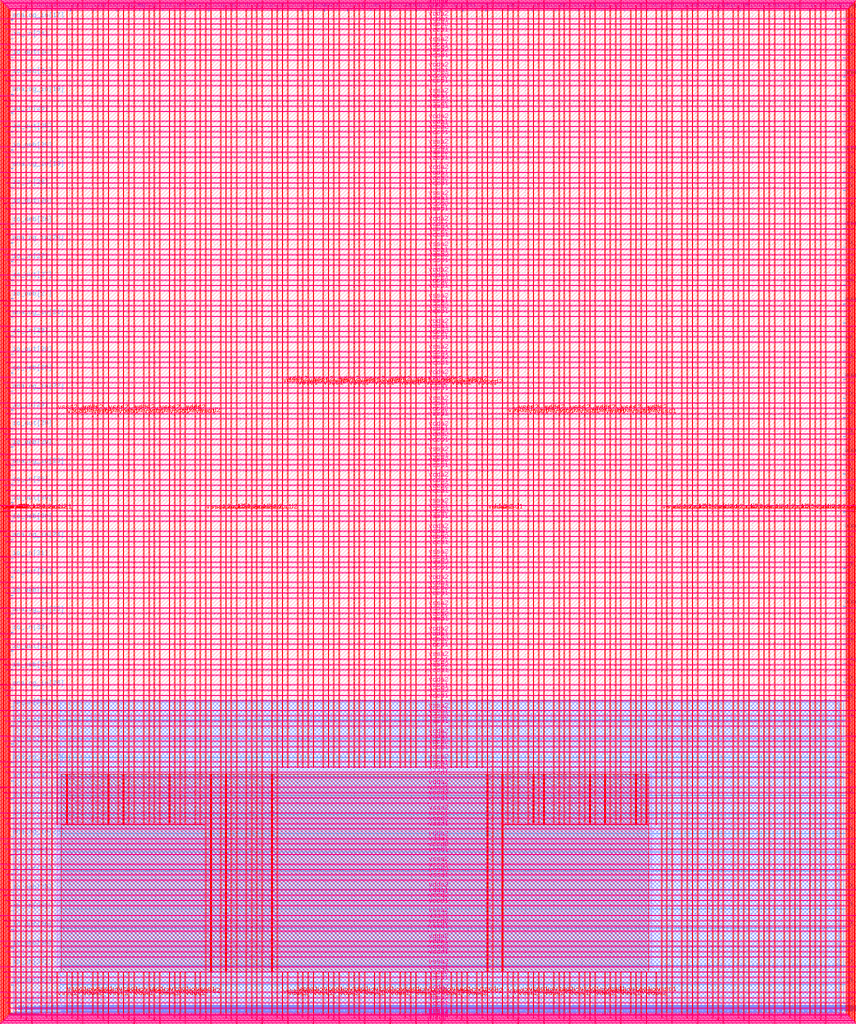
<source format=lef>
VERSION 5.7 ;
  NOWIREEXTENSIONATPIN ON ;
  DIVIDERCHAR "/" ;
  BUSBITCHARS "[]" ;
MACRO user_project_wrapper
  CLASS BLOCK ;
  FOREIGN user_project_wrapper ;
  ORIGIN 0.000 0.000 ;
  SIZE 2920.000 BY 3520.000 ;
  PIN analog_io[0]
    DIRECTION INOUT ;
    USE SIGNAL ;
    PORT
      LAYER met3 ;
        RECT 2917.600 1426.380 2924.800 1427.580 ;
    END
  END analog_io[0]
  PIN analog_io[10]
    DIRECTION INOUT ;
    USE SIGNAL ;
    PORT
      LAYER met2 ;
        RECT 2230.490 3517.600 2231.050 3524.800 ;
    END
  END analog_io[10]
  PIN analog_io[11]
    DIRECTION INOUT ;
    USE SIGNAL ;
    PORT
      LAYER met2 ;
        RECT 1905.730 3517.600 1906.290 3524.800 ;
    END
  END analog_io[11]
  PIN analog_io[12]
    DIRECTION INOUT ;
    USE SIGNAL ;
    PORT
      LAYER met2 ;
        RECT 1581.430 3517.600 1581.990 3524.800 ;
    END
  END analog_io[12]
  PIN analog_io[13]
    DIRECTION INOUT ;
    USE SIGNAL ;
    PORT
      LAYER met2 ;
        RECT 1257.130 3517.600 1257.690 3524.800 ;
    END
  END analog_io[13]
  PIN analog_io[14]
    DIRECTION INOUT ;
    USE SIGNAL ;
    PORT
      LAYER met2 ;
        RECT 932.370 3517.600 932.930 3524.800 ;
    END
  END analog_io[14]
  PIN analog_io[15]
    DIRECTION INOUT ;
    USE SIGNAL ;
    PORT
      LAYER met2 ;
        RECT 608.070 3517.600 608.630 3524.800 ;
    END
  END analog_io[15]
  PIN analog_io[16]
    DIRECTION INOUT ;
    USE SIGNAL ;
    PORT
      LAYER met2 ;
        RECT 283.770 3517.600 284.330 3524.800 ;
    END
  END analog_io[16]
  PIN analog_io[17]
    DIRECTION INOUT ;
    USE SIGNAL ;
    PORT
      LAYER met3 ;
        RECT -4.800 3486.100 2.400 3487.300 ;
    END
  END analog_io[17]
  PIN analog_io[18]
    DIRECTION INOUT ;
    USE SIGNAL ;
    PORT
      LAYER met3 ;
        RECT -4.800 3224.980 2.400 3226.180 ;
    END
  END analog_io[18]
  PIN analog_io[19]
    DIRECTION INOUT ;
    USE SIGNAL ;
    PORT
      LAYER met3 ;
        RECT -4.800 2964.540 2.400 2965.740 ;
    END
  END analog_io[19]
  PIN analog_io[1]
    DIRECTION INOUT ;
    USE SIGNAL ;
    PORT
      LAYER met3 ;
        RECT 2917.600 1692.260 2924.800 1693.460 ;
    END
  END analog_io[1]
  PIN analog_io[20]
    DIRECTION INOUT ;
    USE SIGNAL ;
    PORT
      LAYER met3 ;
        RECT -4.800 2703.420 2.400 2704.620 ;
    END
  END analog_io[20]
  PIN analog_io[21]
    DIRECTION INOUT ;
    USE SIGNAL ;
    PORT
      LAYER met3 ;
        RECT -4.800 2442.980 2.400 2444.180 ;
    END
  END analog_io[21]
  PIN analog_io[22]
    DIRECTION INOUT ;
    USE SIGNAL ;
    PORT
      LAYER met3 ;
        RECT -4.800 2182.540 2.400 2183.740 ;
    END
  END analog_io[22]
  PIN analog_io[23]
    DIRECTION INOUT ;
    USE SIGNAL ;
    PORT
      LAYER met3 ;
        RECT -4.800 1921.420 2.400 1922.620 ;
    END
  END analog_io[23]
  PIN analog_io[24]
    DIRECTION INOUT ;
    USE SIGNAL ;
    PORT
      LAYER met3 ;
        RECT -4.800 1660.980 2.400 1662.180 ;
    END
  END analog_io[24]
  PIN analog_io[25]
    DIRECTION INOUT ;
    USE SIGNAL ;
    PORT
      LAYER met3 ;
        RECT -4.800 1399.860 2.400 1401.060 ;
    END
  END analog_io[25]
  PIN analog_io[26]
    DIRECTION INOUT ;
    USE SIGNAL ;
    PORT
      LAYER met3 ;
        RECT -4.800 1139.420 2.400 1140.620 ;
    END
  END analog_io[26]
  PIN analog_io[27]
    DIRECTION INOUT ;
    USE SIGNAL ;
    PORT
      LAYER met3 ;
        RECT -4.800 878.980 2.400 880.180 ;
    END
  END analog_io[27]
  PIN analog_io[28]
    DIRECTION INOUT ;
    USE SIGNAL ;
    PORT
      LAYER met3 ;
        RECT -4.800 617.860 2.400 619.060 ;
    END
  END analog_io[28]
  PIN analog_io[2]
    DIRECTION INOUT ;
    USE SIGNAL ;
    PORT
      LAYER met3 ;
        RECT 2917.600 1958.140 2924.800 1959.340 ;
    END
  END analog_io[2]
  PIN analog_io[3]
    DIRECTION INOUT ;
    USE SIGNAL ;
    PORT
      LAYER met3 ;
        RECT 2917.600 2223.340 2924.800 2224.540 ;
    END
  END analog_io[3]
  PIN analog_io[4]
    DIRECTION INOUT ;
    USE SIGNAL ;
    PORT
      LAYER met3 ;
        RECT 2917.600 2489.220 2924.800 2490.420 ;
    END
  END analog_io[4]
  PIN analog_io[5]
    DIRECTION INOUT ;
    USE SIGNAL ;
    PORT
      LAYER met3 ;
        RECT 2917.600 2755.100 2924.800 2756.300 ;
    END
  END analog_io[5]
  PIN analog_io[6]
    DIRECTION INOUT ;
    USE SIGNAL ;
    PORT
      LAYER met3 ;
        RECT 2917.600 3020.300 2924.800 3021.500 ;
    END
  END analog_io[6]
  PIN analog_io[7]
    DIRECTION INOUT ;
    USE SIGNAL ;
    PORT
      LAYER met3 ;
        RECT 2917.600 3286.180 2924.800 3287.380 ;
    END
  END analog_io[7]
  PIN analog_io[8]
    DIRECTION INOUT ;
    USE SIGNAL ;
    PORT
      LAYER met2 ;
        RECT 2879.090 3517.600 2879.650 3524.800 ;
    END
  END analog_io[8]
  PIN analog_io[9]
    DIRECTION INOUT ;
    USE SIGNAL ;
    PORT
      LAYER met2 ;
        RECT 2554.790 3517.600 2555.350 3524.800 ;
    END
  END analog_io[9]
  PIN io_in[0]
    DIRECTION INPUT ;
    USE SIGNAL ;
    PORT
      LAYER met3 ;
        RECT 2917.600 32.380 2924.800 33.580 ;
    END
  END io_in[0]
  PIN io_in[10]
    DIRECTION INPUT ;
    USE SIGNAL ;
    PORT
      LAYER met3 ;
        RECT 2917.600 2289.980 2924.800 2291.180 ;
    END
  END io_in[10]
  PIN io_in[11]
    DIRECTION INPUT ;
    USE SIGNAL ;
    PORT
      LAYER met3 ;
        RECT 2917.600 2555.860 2924.800 2557.060 ;
    END
  END io_in[11]
  PIN io_in[12]
    DIRECTION INPUT ;
    USE SIGNAL ;
    PORT
      LAYER met3 ;
        RECT 2917.600 2821.060 2924.800 2822.260 ;
    END
  END io_in[12]
  PIN io_in[13]
    DIRECTION INPUT ;
    USE SIGNAL ;
    PORT
      LAYER met3 ;
        RECT 2917.600 3086.940 2924.800 3088.140 ;
    END
  END io_in[13]
  PIN io_in[14]
    DIRECTION INPUT ;
    USE SIGNAL ;
    PORT
      LAYER met3 ;
        RECT 2917.600 3352.820 2924.800 3354.020 ;
    END
  END io_in[14]
  PIN io_in[15]
    DIRECTION INPUT ;
    USE SIGNAL ;
    PORT
      LAYER met2 ;
        RECT 2798.130 3517.600 2798.690 3524.800 ;
    END
  END io_in[15]
  PIN io_in[16]
    DIRECTION INPUT ;
    USE SIGNAL ;
    PORT
      LAYER met2 ;
        RECT 2473.830 3517.600 2474.390 3524.800 ;
    END
  END io_in[16]
  PIN io_in[17]
    DIRECTION INPUT ;
    USE SIGNAL ;
    PORT
      LAYER met2 ;
        RECT 2149.070 3517.600 2149.630 3524.800 ;
    END
  END io_in[17]
  PIN io_in[18]
    DIRECTION INPUT ;
    USE SIGNAL ;
    PORT
      LAYER met2 ;
        RECT 1824.770 3517.600 1825.330 3524.800 ;
    END
  END io_in[18]
  PIN io_in[19]
    DIRECTION INPUT ;
    USE SIGNAL ;
    PORT
      LAYER met2 ;
        RECT 1500.470 3517.600 1501.030 3524.800 ;
    END
  END io_in[19]
  PIN io_in[1]
    DIRECTION INPUT ;
    USE SIGNAL ;
    PORT
      LAYER met3 ;
        RECT 2917.600 230.940 2924.800 232.140 ;
    END
  END io_in[1]
  PIN io_in[20]
    DIRECTION INPUT ;
    USE SIGNAL ;
    PORT
      LAYER met2 ;
        RECT 1175.710 3517.600 1176.270 3524.800 ;
    END
  END io_in[20]
  PIN io_in[21]
    DIRECTION INPUT ;
    USE SIGNAL ;
    PORT
      LAYER met2 ;
        RECT 851.410 3517.600 851.970 3524.800 ;
    END
  END io_in[21]
  PIN io_in[22]
    DIRECTION INPUT ;
    USE SIGNAL ;
    PORT
      LAYER met2 ;
        RECT 527.110 3517.600 527.670 3524.800 ;
    END
  END io_in[22]
  PIN io_in[23]
    DIRECTION INPUT ;
    USE SIGNAL ;
    PORT
      LAYER met2 ;
        RECT 202.350 3517.600 202.910 3524.800 ;
    END
  END io_in[23]
  PIN io_in[24]
    DIRECTION INPUT ;
    USE SIGNAL ;
    PORT
      LAYER met3 ;
        RECT -4.800 3420.820 2.400 3422.020 ;
    END
  END io_in[24]
  PIN io_in[25]
    DIRECTION INPUT ;
    USE SIGNAL ;
    PORT
      LAYER met3 ;
        RECT -4.800 3159.700 2.400 3160.900 ;
    END
  END io_in[25]
  PIN io_in[26]
    DIRECTION INPUT ;
    USE SIGNAL ;
    PORT
      LAYER met3 ;
        RECT -4.800 2899.260 2.400 2900.460 ;
    END
  END io_in[26]
  PIN io_in[27]
    DIRECTION INPUT ;
    USE SIGNAL ;
    PORT
      LAYER met3 ;
        RECT -4.800 2638.820 2.400 2640.020 ;
    END
  END io_in[27]
  PIN io_in[28]
    DIRECTION INPUT ;
    USE SIGNAL ;
    PORT
      LAYER met3 ;
        RECT -4.800 2377.700 2.400 2378.900 ;
    END
  END io_in[28]
  PIN io_in[29]
    DIRECTION INPUT ;
    USE SIGNAL ;
    PORT
      LAYER met3 ;
        RECT -4.800 2117.260 2.400 2118.460 ;
    END
  END io_in[29]
  PIN io_in[2]
    DIRECTION INPUT ;
    USE SIGNAL ;
    PORT
      LAYER met3 ;
        RECT 2917.600 430.180 2924.800 431.380 ;
    END
  END io_in[2]
  PIN io_in[30]
    DIRECTION INPUT ;
    USE SIGNAL ;
    PORT
      LAYER met3 ;
        RECT -4.800 1856.140 2.400 1857.340 ;
    END
  END io_in[30]
  PIN io_in[31]
    DIRECTION INPUT ;
    USE SIGNAL ;
    PORT
      LAYER met3 ;
        RECT -4.800 1595.700 2.400 1596.900 ;
    END
  END io_in[31]
  PIN io_in[32]
    DIRECTION INPUT ;
    USE SIGNAL ;
    PORT
      LAYER met3 ;
        RECT -4.800 1335.260 2.400 1336.460 ;
    END
  END io_in[32]
  PIN io_in[33]
    DIRECTION INPUT ;
    USE SIGNAL ;
    PORT
      LAYER met3 ;
        RECT -4.800 1074.140 2.400 1075.340 ;
    END
  END io_in[33]
  PIN io_in[34]
    DIRECTION INPUT ;
    USE SIGNAL ;
    PORT
      LAYER met3 ;
        RECT -4.800 813.700 2.400 814.900 ;
    END
  END io_in[34]
  PIN io_in[35]
    DIRECTION INPUT ;
    USE SIGNAL ;
    PORT
      LAYER met3 ;
        RECT -4.800 552.580 2.400 553.780 ;
    END
  END io_in[35]
  PIN io_in[36]
    DIRECTION INPUT ;
    USE SIGNAL ;
    PORT
      LAYER met3 ;
        RECT -4.800 357.420 2.400 358.620 ;
    END
  END io_in[36]
  PIN io_in[37]
    DIRECTION INPUT ;
    USE SIGNAL ;
    PORT
      LAYER met3 ;
        RECT -4.800 161.580 2.400 162.780 ;
    END
  END io_in[37]
  PIN io_in[3]
    DIRECTION INPUT ;
    USE SIGNAL ;
    PORT
      LAYER met3 ;
        RECT 2917.600 629.420 2924.800 630.620 ;
    END
  END io_in[3]
  PIN io_in[4]
    DIRECTION INPUT ;
    USE SIGNAL ;
    PORT
      LAYER met3 ;
        RECT 2917.600 828.660 2924.800 829.860 ;
    END
  END io_in[4]
  PIN io_in[5]
    DIRECTION INPUT ;
    USE SIGNAL ;
    PORT
      LAYER met3 ;
        RECT 2917.600 1027.900 2924.800 1029.100 ;
    END
  END io_in[5]
  PIN io_in[6]
    DIRECTION INPUT ;
    USE SIGNAL ;
    PORT
      LAYER met3 ;
        RECT 2917.600 1227.140 2924.800 1228.340 ;
    END
  END io_in[6]
  PIN io_in[7]
    DIRECTION INPUT ;
    USE SIGNAL ;
    PORT
      LAYER met3 ;
        RECT 2917.600 1493.020 2924.800 1494.220 ;
    END
  END io_in[7]
  PIN io_in[8]
    DIRECTION INPUT ;
    USE SIGNAL ;
    PORT
      LAYER met3 ;
        RECT 2917.600 1758.900 2924.800 1760.100 ;
    END
  END io_in[8]
  PIN io_in[9]
    DIRECTION INPUT ;
    USE SIGNAL ;
    PORT
      LAYER met3 ;
        RECT 2917.600 2024.100 2924.800 2025.300 ;
    END
  END io_in[9]
  PIN io_oeb[0]
    DIRECTION OUTPUT TRISTATE ;
    USE SIGNAL ;
    PORT
      LAYER met3 ;
        RECT 2917.600 164.980 2924.800 166.180 ;
    END
  END io_oeb[0]
  PIN io_oeb[10]
    DIRECTION OUTPUT TRISTATE ;
    USE SIGNAL ;
    PORT
      LAYER met3 ;
        RECT 2917.600 2422.580 2924.800 2423.780 ;
    END
  END io_oeb[10]
  PIN io_oeb[11]
    DIRECTION OUTPUT TRISTATE ;
    USE SIGNAL ;
    PORT
      LAYER met3 ;
        RECT 2917.600 2688.460 2924.800 2689.660 ;
    END
  END io_oeb[11]
  PIN io_oeb[12]
    DIRECTION OUTPUT TRISTATE ;
    USE SIGNAL ;
    PORT
      LAYER met3 ;
        RECT 2917.600 2954.340 2924.800 2955.540 ;
    END
  END io_oeb[12]
  PIN io_oeb[13]
    DIRECTION OUTPUT TRISTATE ;
    USE SIGNAL ;
    PORT
      LAYER met3 ;
        RECT 2917.600 3219.540 2924.800 3220.740 ;
    END
  END io_oeb[13]
  PIN io_oeb[14]
    DIRECTION OUTPUT TRISTATE ;
    USE SIGNAL ;
    PORT
      LAYER met3 ;
        RECT 2917.600 3485.420 2924.800 3486.620 ;
    END
  END io_oeb[14]
  PIN io_oeb[15]
    DIRECTION OUTPUT TRISTATE ;
    USE SIGNAL ;
    PORT
      LAYER met2 ;
        RECT 2635.750 3517.600 2636.310 3524.800 ;
    END
  END io_oeb[15]
  PIN io_oeb[16]
    DIRECTION OUTPUT TRISTATE ;
    USE SIGNAL ;
    PORT
      LAYER met2 ;
        RECT 2311.450 3517.600 2312.010 3524.800 ;
    END
  END io_oeb[16]
  PIN io_oeb[17]
    DIRECTION OUTPUT TRISTATE ;
    USE SIGNAL ;
    PORT
      LAYER met2 ;
        RECT 1987.150 3517.600 1987.710 3524.800 ;
    END
  END io_oeb[17]
  PIN io_oeb[18]
    DIRECTION OUTPUT TRISTATE ;
    USE SIGNAL ;
    PORT
      LAYER met2 ;
        RECT 1662.390 3517.600 1662.950 3524.800 ;
    END
  END io_oeb[18]
  PIN io_oeb[19]
    DIRECTION OUTPUT TRISTATE ;
    USE SIGNAL ;
    PORT
      LAYER met2 ;
        RECT 1338.090 3517.600 1338.650 3524.800 ;
    END
  END io_oeb[19]
  PIN io_oeb[1]
    DIRECTION OUTPUT TRISTATE ;
    USE SIGNAL ;
    PORT
      LAYER met3 ;
        RECT 2917.600 364.220 2924.800 365.420 ;
    END
  END io_oeb[1]
  PIN io_oeb[20]
    DIRECTION OUTPUT TRISTATE ;
    USE SIGNAL ;
    PORT
      LAYER met2 ;
        RECT 1013.790 3517.600 1014.350 3524.800 ;
    END
  END io_oeb[20]
  PIN io_oeb[21]
    DIRECTION OUTPUT TRISTATE ;
    USE SIGNAL ;
    PORT
      LAYER met2 ;
        RECT 689.030 3517.600 689.590 3524.800 ;
    END
  END io_oeb[21]
  PIN io_oeb[22]
    DIRECTION OUTPUT TRISTATE ;
    USE SIGNAL ;
    PORT
      LAYER met2 ;
        RECT 364.730 3517.600 365.290 3524.800 ;
    END
  END io_oeb[22]
  PIN io_oeb[23]
    DIRECTION OUTPUT TRISTATE ;
    USE SIGNAL ;
    PORT
      LAYER met2 ;
        RECT 40.430 3517.600 40.990 3524.800 ;
    END
  END io_oeb[23]
  PIN io_oeb[24]
    DIRECTION OUTPUT TRISTATE ;
    USE SIGNAL ;
    PORT
      LAYER met3 ;
        RECT -4.800 3290.260 2.400 3291.460 ;
    END
  END io_oeb[24]
  PIN io_oeb[25]
    DIRECTION OUTPUT TRISTATE ;
    USE SIGNAL ;
    PORT
      LAYER met3 ;
        RECT -4.800 3029.820 2.400 3031.020 ;
    END
  END io_oeb[25]
  PIN io_oeb[26]
    DIRECTION OUTPUT TRISTATE ;
    USE SIGNAL ;
    PORT
      LAYER met3 ;
        RECT -4.800 2768.700 2.400 2769.900 ;
    END
  END io_oeb[26]
  PIN io_oeb[27]
    DIRECTION OUTPUT TRISTATE ;
    USE SIGNAL ;
    PORT
      LAYER met3 ;
        RECT -4.800 2508.260 2.400 2509.460 ;
    END
  END io_oeb[27]
  PIN io_oeb[28]
    DIRECTION OUTPUT TRISTATE ;
    USE SIGNAL ;
    PORT
      LAYER met3 ;
        RECT -4.800 2247.140 2.400 2248.340 ;
    END
  END io_oeb[28]
  PIN io_oeb[29]
    DIRECTION OUTPUT TRISTATE ;
    USE SIGNAL ;
    PORT
      LAYER met3 ;
        RECT -4.800 1986.700 2.400 1987.900 ;
    END
  END io_oeb[29]
  PIN io_oeb[2]
    DIRECTION OUTPUT TRISTATE ;
    USE SIGNAL ;
    PORT
      LAYER met3 ;
        RECT 2917.600 563.460 2924.800 564.660 ;
    END
  END io_oeb[2]
  PIN io_oeb[30]
    DIRECTION OUTPUT TRISTATE ;
    USE SIGNAL ;
    PORT
      LAYER met3 ;
        RECT -4.800 1726.260 2.400 1727.460 ;
    END
  END io_oeb[30]
  PIN io_oeb[31]
    DIRECTION OUTPUT TRISTATE ;
    USE SIGNAL ;
    PORT
      LAYER met3 ;
        RECT -4.800 1465.140 2.400 1466.340 ;
    END
  END io_oeb[31]
  PIN io_oeb[32]
    DIRECTION OUTPUT TRISTATE ;
    USE SIGNAL ;
    PORT
      LAYER met3 ;
        RECT -4.800 1204.700 2.400 1205.900 ;
    END
  END io_oeb[32]
  PIN io_oeb[33]
    DIRECTION OUTPUT TRISTATE ;
    USE SIGNAL ;
    PORT
      LAYER met3 ;
        RECT -4.800 943.580 2.400 944.780 ;
    END
  END io_oeb[33]
  PIN io_oeb[34]
    DIRECTION OUTPUT TRISTATE ;
    USE SIGNAL ;
    PORT
      LAYER met3 ;
        RECT -4.800 683.140 2.400 684.340 ;
    END
  END io_oeb[34]
  PIN io_oeb[35]
    DIRECTION OUTPUT TRISTATE ;
    USE SIGNAL ;
    PORT
      LAYER met3 ;
        RECT -4.800 422.700 2.400 423.900 ;
    END
  END io_oeb[35]
  PIN io_oeb[36]
    DIRECTION OUTPUT TRISTATE ;
    USE SIGNAL ;
    PORT
      LAYER met3 ;
        RECT -4.800 226.860 2.400 228.060 ;
    END
  END io_oeb[36]
  PIN io_oeb[37]
    DIRECTION OUTPUT TRISTATE ;
    USE SIGNAL ;
    PORT
      LAYER met3 ;
        RECT -4.800 31.700 2.400 32.900 ;
    END
  END io_oeb[37]
  PIN io_oeb[3]
    DIRECTION OUTPUT TRISTATE ;
    USE SIGNAL ;
    PORT
      LAYER met3 ;
        RECT 2917.600 762.700 2924.800 763.900 ;
    END
  END io_oeb[3]
  PIN io_oeb[4]
    DIRECTION OUTPUT TRISTATE ;
    USE SIGNAL ;
    PORT
      LAYER met3 ;
        RECT 2917.600 961.940 2924.800 963.140 ;
    END
  END io_oeb[4]
  PIN io_oeb[5]
    DIRECTION OUTPUT TRISTATE ;
    USE SIGNAL ;
    PORT
      LAYER met3 ;
        RECT 2917.600 1161.180 2924.800 1162.380 ;
    END
  END io_oeb[5]
  PIN io_oeb[6]
    DIRECTION OUTPUT TRISTATE ;
    USE SIGNAL ;
    PORT
      LAYER met3 ;
        RECT 2917.600 1360.420 2924.800 1361.620 ;
    END
  END io_oeb[6]
  PIN io_oeb[7]
    DIRECTION OUTPUT TRISTATE ;
    USE SIGNAL ;
    PORT
      LAYER met3 ;
        RECT 2917.600 1625.620 2924.800 1626.820 ;
    END
  END io_oeb[7]
  PIN io_oeb[8]
    DIRECTION OUTPUT TRISTATE ;
    USE SIGNAL ;
    PORT
      LAYER met3 ;
        RECT 2917.600 1891.500 2924.800 1892.700 ;
    END
  END io_oeb[8]
  PIN io_oeb[9]
    DIRECTION OUTPUT TRISTATE ;
    USE SIGNAL ;
    PORT
      LAYER met3 ;
        RECT 2917.600 2157.380 2924.800 2158.580 ;
    END
  END io_oeb[9]
  PIN io_out[0]
    DIRECTION OUTPUT TRISTATE ;
    USE SIGNAL ;
    PORT
      LAYER met3 ;
        RECT 2917.600 98.340 2924.800 99.540 ;
    END
  END io_out[0]
  PIN io_out[10]
    DIRECTION OUTPUT TRISTATE ;
    USE SIGNAL ;
    PORT
      LAYER met3 ;
        RECT 2917.600 2356.620 2924.800 2357.820 ;
    END
  END io_out[10]
  PIN io_out[11]
    DIRECTION OUTPUT TRISTATE ;
    USE SIGNAL ;
    PORT
      LAYER met3 ;
        RECT 2917.600 2621.820 2924.800 2623.020 ;
    END
  END io_out[11]
  PIN io_out[12]
    DIRECTION OUTPUT TRISTATE ;
    USE SIGNAL ;
    PORT
      LAYER met3 ;
        RECT 2917.600 2887.700 2924.800 2888.900 ;
    END
  END io_out[12]
  PIN io_out[13]
    DIRECTION OUTPUT TRISTATE ;
    USE SIGNAL ;
    PORT
      LAYER met3 ;
        RECT 2917.600 3153.580 2924.800 3154.780 ;
    END
  END io_out[13]
  PIN io_out[14]
    DIRECTION OUTPUT TRISTATE ;
    USE SIGNAL ;
    PORT
      LAYER met3 ;
        RECT 2917.600 3418.780 2924.800 3419.980 ;
    END
  END io_out[14]
  PIN io_out[15]
    DIRECTION OUTPUT TRISTATE ;
    USE SIGNAL ;
    PORT
      LAYER met2 ;
        RECT 2717.170 3517.600 2717.730 3524.800 ;
    END
  END io_out[15]
  PIN io_out[16]
    DIRECTION OUTPUT TRISTATE ;
    USE SIGNAL ;
    PORT
      LAYER met2 ;
        RECT 2392.410 3517.600 2392.970 3524.800 ;
    END
  END io_out[16]
  PIN io_out[17]
    DIRECTION OUTPUT TRISTATE ;
    USE SIGNAL ;
    PORT
      LAYER met2 ;
        RECT 2068.110 3517.600 2068.670 3524.800 ;
    END
  END io_out[17]
  PIN io_out[18]
    DIRECTION OUTPUT TRISTATE ;
    USE SIGNAL ;
    PORT
      LAYER met2 ;
        RECT 1743.810 3517.600 1744.370 3524.800 ;
    END
  END io_out[18]
  PIN io_out[19]
    DIRECTION OUTPUT TRISTATE ;
    USE SIGNAL ;
    PORT
      LAYER met2 ;
        RECT 1419.050 3517.600 1419.610 3524.800 ;
    END
  END io_out[19]
  PIN io_out[1]
    DIRECTION OUTPUT TRISTATE ;
    USE SIGNAL ;
    PORT
      LAYER met3 ;
        RECT 2917.600 297.580 2924.800 298.780 ;
    END
  END io_out[1]
  PIN io_out[20]
    DIRECTION OUTPUT TRISTATE ;
    USE SIGNAL ;
    PORT
      LAYER met2 ;
        RECT 1094.750 3517.600 1095.310 3524.800 ;
    END
  END io_out[20]
  PIN io_out[21]
    DIRECTION OUTPUT TRISTATE ;
    USE SIGNAL ;
    PORT
      LAYER met2 ;
        RECT 770.450 3517.600 771.010 3524.800 ;
    END
  END io_out[21]
  PIN io_out[22]
    DIRECTION OUTPUT TRISTATE ;
    USE SIGNAL ;
    PORT
      LAYER met2 ;
        RECT 445.690 3517.600 446.250 3524.800 ;
    END
  END io_out[22]
  PIN io_out[23]
    DIRECTION OUTPUT TRISTATE ;
    USE SIGNAL ;
    PORT
      LAYER met2 ;
        RECT 121.390 3517.600 121.950 3524.800 ;
    END
  END io_out[23]
  PIN io_out[24]
    DIRECTION OUTPUT TRISTATE ;
    USE SIGNAL ;
    PORT
      LAYER met3 ;
        RECT -4.800 3355.540 2.400 3356.740 ;
    END
  END io_out[24]
  PIN io_out[25]
    DIRECTION OUTPUT TRISTATE ;
    USE SIGNAL ;
    PORT
      LAYER met3 ;
        RECT -4.800 3095.100 2.400 3096.300 ;
    END
  END io_out[25]
  PIN io_out[26]
    DIRECTION OUTPUT TRISTATE ;
    USE SIGNAL ;
    PORT
      LAYER met3 ;
        RECT -4.800 2833.980 2.400 2835.180 ;
    END
  END io_out[26]
  PIN io_out[27]
    DIRECTION OUTPUT TRISTATE ;
    USE SIGNAL ;
    PORT
      LAYER met3 ;
        RECT -4.800 2573.540 2.400 2574.740 ;
    END
  END io_out[27]
  PIN io_out[28]
    DIRECTION OUTPUT TRISTATE ;
    USE SIGNAL ;
    PORT
      LAYER met3 ;
        RECT -4.800 2312.420 2.400 2313.620 ;
    END
  END io_out[28]
  PIN io_out[29]
    DIRECTION OUTPUT TRISTATE ;
    USE SIGNAL ;
    PORT
      LAYER met3 ;
        RECT -4.800 2051.980 2.400 2053.180 ;
    END
  END io_out[29]
  PIN io_out[2]
    DIRECTION OUTPUT TRISTATE ;
    USE SIGNAL ;
    PORT
      LAYER met3 ;
        RECT 2917.600 496.820 2924.800 498.020 ;
    END
  END io_out[2]
  PIN io_out[30]
    DIRECTION OUTPUT TRISTATE ;
    USE SIGNAL ;
    PORT
      LAYER met3 ;
        RECT -4.800 1791.540 2.400 1792.740 ;
    END
  END io_out[30]
  PIN io_out[31]
    DIRECTION OUTPUT TRISTATE ;
    USE SIGNAL ;
    PORT
      LAYER met3 ;
        RECT -4.800 1530.420 2.400 1531.620 ;
    END
  END io_out[31]
  PIN io_out[32]
    DIRECTION OUTPUT TRISTATE ;
    USE SIGNAL ;
    PORT
      LAYER met3 ;
        RECT -4.800 1269.980 2.400 1271.180 ;
    END
  END io_out[32]
  PIN io_out[33]
    DIRECTION OUTPUT TRISTATE ;
    USE SIGNAL ;
    PORT
      LAYER met3 ;
        RECT -4.800 1008.860 2.400 1010.060 ;
    END
  END io_out[33]
  PIN io_out[34]
    DIRECTION OUTPUT TRISTATE ;
    USE SIGNAL ;
    PORT
      LAYER met3 ;
        RECT -4.800 748.420 2.400 749.620 ;
    END
  END io_out[34]
  PIN io_out[35]
    DIRECTION OUTPUT TRISTATE ;
    USE SIGNAL ;
    PORT
      LAYER met3 ;
        RECT -4.800 487.300 2.400 488.500 ;
    END
  END io_out[35]
  PIN io_out[36]
    DIRECTION OUTPUT TRISTATE ;
    USE SIGNAL ;
    PORT
      LAYER met3 ;
        RECT -4.800 292.140 2.400 293.340 ;
    END
  END io_out[36]
  PIN io_out[37]
    DIRECTION OUTPUT TRISTATE ;
    USE SIGNAL ;
    PORT
      LAYER met3 ;
        RECT -4.800 96.300 2.400 97.500 ;
    END
  END io_out[37]
  PIN io_out[3]
    DIRECTION OUTPUT TRISTATE ;
    USE SIGNAL ;
    PORT
      LAYER met3 ;
        RECT 2917.600 696.060 2924.800 697.260 ;
    END
  END io_out[3]
  PIN io_out[4]
    DIRECTION OUTPUT TRISTATE ;
    USE SIGNAL ;
    PORT
      LAYER met3 ;
        RECT 2917.600 895.300 2924.800 896.500 ;
    END
  END io_out[4]
  PIN io_out[5]
    DIRECTION OUTPUT TRISTATE ;
    USE SIGNAL ;
    PORT
      LAYER met3 ;
        RECT 2917.600 1094.540 2924.800 1095.740 ;
    END
  END io_out[5]
  PIN io_out[6]
    DIRECTION OUTPUT TRISTATE ;
    USE SIGNAL ;
    PORT
      LAYER met3 ;
        RECT 2917.600 1293.780 2924.800 1294.980 ;
    END
  END io_out[6]
  PIN io_out[7]
    DIRECTION OUTPUT TRISTATE ;
    USE SIGNAL ;
    PORT
      LAYER met3 ;
        RECT 2917.600 1559.660 2924.800 1560.860 ;
    END
  END io_out[7]
  PIN io_out[8]
    DIRECTION OUTPUT TRISTATE ;
    USE SIGNAL ;
    PORT
      LAYER met3 ;
        RECT 2917.600 1824.860 2924.800 1826.060 ;
    END
  END io_out[8]
  PIN io_out[9]
    DIRECTION OUTPUT TRISTATE ;
    USE SIGNAL ;
    PORT
      LAYER met3 ;
        RECT 2917.600 2090.740 2924.800 2091.940 ;
    END
  END io_out[9]
  PIN la_data_in[0]
    DIRECTION INPUT ;
    USE SIGNAL ;
    PORT
      LAYER met2 ;
        RECT 629.230 -4.800 629.790 2.400 ;
    END
  END la_data_in[0]
  PIN la_data_in[100]
    DIRECTION INPUT ;
    USE SIGNAL ;
    PORT
      LAYER met2 ;
        RECT 2402.530 -4.800 2403.090 2.400 ;
    END
  END la_data_in[100]
  PIN la_data_in[101]
    DIRECTION INPUT ;
    USE SIGNAL ;
    PORT
      LAYER met2 ;
        RECT 2420.010 -4.800 2420.570 2.400 ;
    END
  END la_data_in[101]
  PIN la_data_in[102]
    DIRECTION INPUT ;
    USE SIGNAL ;
    PORT
      LAYER met2 ;
        RECT 2437.950 -4.800 2438.510 2.400 ;
    END
  END la_data_in[102]
  PIN la_data_in[103]
    DIRECTION INPUT ;
    USE SIGNAL ;
    PORT
      LAYER met2 ;
        RECT 2455.430 -4.800 2455.990 2.400 ;
    END
  END la_data_in[103]
  PIN la_data_in[104]
    DIRECTION INPUT ;
    USE SIGNAL ;
    PORT
      LAYER met2 ;
        RECT 2473.370 -4.800 2473.930 2.400 ;
    END
  END la_data_in[104]
  PIN la_data_in[105]
    DIRECTION INPUT ;
    USE SIGNAL ;
    PORT
      LAYER met2 ;
        RECT 2490.850 -4.800 2491.410 2.400 ;
    END
  END la_data_in[105]
  PIN la_data_in[106]
    DIRECTION INPUT ;
    USE SIGNAL ;
    PORT
      LAYER met2 ;
        RECT 2508.790 -4.800 2509.350 2.400 ;
    END
  END la_data_in[106]
  PIN la_data_in[107]
    DIRECTION INPUT ;
    USE SIGNAL ;
    PORT
      LAYER met2 ;
        RECT 2526.730 -4.800 2527.290 2.400 ;
    END
  END la_data_in[107]
  PIN la_data_in[108]
    DIRECTION INPUT ;
    USE SIGNAL ;
    PORT
      LAYER met2 ;
        RECT 2544.210 -4.800 2544.770 2.400 ;
    END
  END la_data_in[108]
  PIN la_data_in[109]
    DIRECTION INPUT ;
    USE SIGNAL ;
    PORT
      LAYER met2 ;
        RECT 2562.150 -4.800 2562.710 2.400 ;
    END
  END la_data_in[109]
  PIN la_data_in[10]
    DIRECTION INPUT ;
    USE SIGNAL ;
    PORT
      LAYER met2 ;
        RECT 806.330 -4.800 806.890 2.400 ;
    END
  END la_data_in[10]
  PIN la_data_in[110]
    DIRECTION INPUT ;
    USE SIGNAL ;
    PORT
      LAYER met2 ;
        RECT 2579.630 -4.800 2580.190 2.400 ;
    END
  END la_data_in[110]
  PIN la_data_in[111]
    DIRECTION INPUT ;
    USE SIGNAL ;
    PORT
      LAYER met2 ;
        RECT 2597.570 -4.800 2598.130 2.400 ;
    END
  END la_data_in[111]
  PIN la_data_in[112]
    DIRECTION INPUT ;
    USE SIGNAL ;
    PORT
      LAYER met2 ;
        RECT 2615.050 -4.800 2615.610 2.400 ;
    END
  END la_data_in[112]
  PIN la_data_in[113]
    DIRECTION INPUT ;
    USE SIGNAL ;
    PORT
      LAYER met2 ;
        RECT 2632.990 -4.800 2633.550 2.400 ;
    END
  END la_data_in[113]
  PIN la_data_in[114]
    DIRECTION INPUT ;
    USE SIGNAL ;
    PORT
      LAYER met2 ;
        RECT 2650.470 -4.800 2651.030 2.400 ;
    END
  END la_data_in[114]
  PIN la_data_in[115]
    DIRECTION INPUT ;
    USE SIGNAL ;
    PORT
      LAYER met2 ;
        RECT 2668.410 -4.800 2668.970 2.400 ;
    END
  END la_data_in[115]
  PIN la_data_in[116]
    DIRECTION INPUT ;
    USE SIGNAL ;
    PORT
      LAYER met2 ;
        RECT 2685.890 -4.800 2686.450 2.400 ;
    END
  END la_data_in[116]
  PIN la_data_in[117]
    DIRECTION INPUT ;
    USE SIGNAL ;
    PORT
      LAYER met2 ;
        RECT 2703.830 -4.800 2704.390 2.400 ;
    END
  END la_data_in[117]
  PIN la_data_in[118]
    DIRECTION INPUT ;
    USE SIGNAL ;
    PORT
      LAYER met2 ;
        RECT 2721.770 -4.800 2722.330 2.400 ;
    END
  END la_data_in[118]
  PIN la_data_in[119]
    DIRECTION INPUT ;
    USE SIGNAL ;
    PORT
      LAYER met2 ;
        RECT 2739.250 -4.800 2739.810 2.400 ;
    END
  END la_data_in[119]
  PIN la_data_in[11]
    DIRECTION INPUT ;
    USE SIGNAL ;
    PORT
      LAYER met2 ;
        RECT 824.270 -4.800 824.830 2.400 ;
    END
  END la_data_in[11]
  PIN la_data_in[120]
    DIRECTION INPUT ;
    USE SIGNAL ;
    PORT
      LAYER met2 ;
        RECT 2757.190 -4.800 2757.750 2.400 ;
    END
  END la_data_in[120]
  PIN la_data_in[121]
    DIRECTION INPUT ;
    USE SIGNAL ;
    PORT
      LAYER met2 ;
        RECT 2774.670 -4.800 2775.230 2.400 ;
    END
  END la_data_in[121]
  PIN la_data_in[122]
    DIRECTION INPUT ;
    USE SIGNAL ;
    PORT
      LAYER met2 ;
        RECT 2792.610 -4.800 2793.170 2.400 ;
    END
  END la_data_in[122]
  PIN la_data_in[123]
    DIRECTION INPUT ;
    USE SIGNAL ;
    PORT
      LAYER met2 ;
        RECT 2810.090 -4.800 2810.650 2.400 ;
    END
  END la_data_in[123]
  PIN la_data_in[124]
    DIRECTION INPUT ;
    USE SIGNAL ;
    PORT
      LAYER met2 ;
        RECT 2828.030 -4.800 2828.590 2.400 ;
    END
  END la_data_in[124]
  PIN la_data_in[125]
    DIRECTION INPUT ;
    USE SIGNAL ;
    PORT
      LAYER met2 ;
        RECT 2845.510 -4.800 2846.070 2.400 ;
    END
  END la_data_in[125]
  PIN la_data_in[126]
    DIRECTION INPUT ;
    USE SIGNAL ;
    PORT
      LAYER met2 ;
        RECT 2863.450 -4.800 2864.010 2.400 ;
    END
  END la_data_in[126]
  PIN la_data_in[127]
    DIRECTION INPUT ;
    USE SIGNAL ;
    PORT
      LAYER met2 ;
        RECT 2881.390 -4.800 2881.950 2.400 ;
    END
  END la_data_in[127]
  PIN la_data_in[12]
    DIRECTION INPUT ;
    USE SIGNAL ;
    PORT
      LAYER met2 ;
        RECT 841.750 -4.800 842.310 2.400 ;
    END
  END la_data_in[12]
  PIN la_data_in[13]
    DIRECTION INPUT ;
    USE SIGNAL ;
    PORT
      LAYER met2 ;
        RECT 859.690 -4.800 860.250 2.400 ;
    END
  END la_data_in[13]
  PIN la_data_in[14]
    DIRECTION INPUT ;
    USE SIGNAL ;
    PORT
      LAYER met2 ;
        RECT 877.170 -4.800 877.730 2.400 ;
    END
  END la_data_in[14]
  PIN la_data_in[15]
    DIRECTION INPUT ;
    USE SIGNAL ;
    PORT
      LAYER met2 ;
        RECT 895.110 -4.800 895.670 2.400 ;
    END
  END la_data_in[15]
  PIN la_data_in[16]
    DIRECTION INPUT ;
    USE SIGNAL ;
    PORT
      LAYER met2 ;
        RECT 912.590 -4.800 913.150 2.400 ;
    END
  END la_data_in[16]
  PIN la_data_in[17]
    DIRECTION INPUT ;
    USE SIGNAL ;
    PORT
      LAYER met2 ;
        RECT 930.530 -4.800 931.090 2.400 ;
    END
  END la_data_in[17]
  PIN la_data_in[18]
    DIRECTION INPUT ;
    USE SIGNAL ;
    PORT
      LAYER met2 ;
        RECT 948.470 -4.800 949.030 2.400 ;
    END
  END la_data_in[18]
  PIN la_data_in[19]
    DIRECTION INPUT ;
    USE SIGNAL ;
    PORT
      LAYER met2 ;
        RECT 965.950 -4.800 966.510 2.400 ;
    END
  END la_data_in[19]
  PIN la_data_in[1]
    DIRECTION INPUT ;
    USE SIGNAL ;
    PORT
      LAYER met2 ;
        RECT 646.710 -4.800 647.270 2.400 ;
    END
  END la_data_in[1]
  PIN la_data_in[20]
    DIRECTION INPUT ;
    USE SIGNAL ;
    PORT
      LAYER met2 ;
        RECT 983.890 -4.800 984.450 2.400 ;
    END
  END la_data_in[20]
  PIN la_data_in[21]
    DIRECTION INPUT ;
    USE SIGNAL ;
    PORT
      LAYER met2 ;
        RECT 1001.370 -4.800 1001.930 2.400 ;
    END
  END la_data_in[21]
  PIN la_data_in[22]
    DIRECTION INPUT ;
    USE SIGNAL ;
    PORT
      LAYER met2 ;
        RECT 1019.310 -4.800 1019.870 2.400 ;
    END
  END la_data_in[22]
  PIN la_data_in[23]
    DIRECTION INPUT ;
    USE SIGNAL ;
    PORT
      LAYER met2 ;
        RECT 1036.790 -4.800 1037.350 2.400 ;
    END
  END la_data_in[23]
  PIN la_data_in[24]
    DIRECTION INPUT ;
    USE SIGNAL ;
    PORT
      LAYER met2 ;
        RECT 1054.730 -4.800 1055.290 2.400 ;
    END
  END la_data_in[24]
  PIN la_data_in[25]
    DIRECTION INPUT ;
    USE SIGNAL ;
    PORT
      LAYER met2 ;
        RECT 1072.210 -4.800 1072.770 2.400 ;
    END
  END la_data_in[25]
  PIN la_data_in[26]
    DIRECTION INPUT ;
    USE SIGNAL ;
    PORT
      LAYER met2 ;
        RECT 1090.150 -4.800 1090.710 2.400 ;
    END
  END la_data_in[26]
  PIN la_data_in[27]
    DIRECTION INPUT ;
    USE SIGNAL ;
    PORT
      LAYER met2 ;
        RECT 1107.630 -4.800 1108.190 2.400 ;
    END
  END la_data_in[27]
  PIN la_data_in[28]
    DIRECTION INPUT ;
    USE SIGNAL ;
    PORT
      LAYER met2 ;
        RECT 1125.570 -4.800 1126.130 2.400 ;
    END
  END la_data_in[28]
  PIN la_data_in[29]
    DIRECTION INPUT ;
    USE SIGNAL ;
    PORT
      LAYER met2 ;
        RECT 1143.510 -4.800 1144.070 2.400 ;
    END
  END la_data_in[29]
  PIN la_data_in[2]
    DIRECTION INPUT ;
    USE SIGNAL ;
    PORT
      LAYER met2 ;
        RECT 664.650 -4.800 665.210 2.400 ;
    END
  END la_data_in[2]
  PIN la_data_in[30]
    DIRECTION INPUT ;
    USE SIGNAL ;
    PORT
      LAYER met2 ;
        RECT 1160.990 -4.800 1161.550 2.400 ;
    END
  END la_data_in[30]
  PIN la_data_in[31]
    DIRECTION INPUT ;
    USE SIGNAL ;
    PORT
      LAYER met2 ;
        RECT 1178.930 -4.800 1179.490 2.400 ;
    END
  END la_data_in[31]
  PIN la_data_in[32]
    DIRECTION INPUT ;
    USE SIGNAL ;
    PORT
      LAYER met2 ;
        RECT 1196.410 -4.800 1196.970 2.400 ;
    END
  END la_data_in[32]
  PIN la_data_in[33]
    DIRECTION INPUT ;
    USE SIGNAL ;
    PORT
      LAYER met2 ;
        RECT 1214.350 -4.800 1214.910 2.400 ;
    END
  END la_data_in[33]
  PIN la_data_in[34]
    DIRECTION INPUT ;
    USE SIGNAL ;
    PORT
      LAYER met2 ;
        RECT 1231.830 -4.800 1232.390 2.400 ;
    END
  END la_data_in[34]
  PIN la_data_in[35]
    DIRECTION INPUT ;
    USE SIGNAL ;
    PORT
      LAYER met2 ;
        RECT 1249.770 -4.800 1250.330 2.400 ;
    END
  END la_data_in[35]
  PIN la_data_in[36]
    DIRECTION INPUT ;
    USE SIGNAL ;
    PORT
      LAYER met2 ;
        RECT 1267.250 -4.800 1267.810 2.400 ;
    END
  END la_data_in[36]
  PIN la_data_in[37]
    DIRECTION INPUT ;
    USE SIGNAL ;
    PORT
      LAYER met2 ;
        RECT 1285.190 -4.800 1285.750 2.400 ;
    END
  END la_data_in[37]
  PIN la_data_in[38]
    DIRECTION INPUT ;
    USE SIGNAL ;
    PORT
      LAYER met2 ;
        RECT 1303.130 -4.800 1303.690 2.400 ;
    END
  END la_data_in[38]
  PIN la_data_in[39]
    DIRECTION INPUT ;
    USE SIGNAL ;
    PORT
      LAYER met2 ;
        RECT 1320.610 -4.800 1321.170 2.400 ;
    END
  END la_data_in[39]
  PIN la_data_in[3]
    DIRECTION INPUT ;
    USE SIGNAL ;
    PORT
      LAYER met2 ;
        RECT 682.130 -4.800 682.690 2.400 ;
    END
  END la_data_in[3]
  PIN la_data_in[40]
    DIRECTION INPUT ;
    USE SIGNAL ;
    PORT
      LAYER met2 ;
        RECT 1338.550 -4.800 1339.110 2.400 ;
    END
  END la_data_in[40]
  PIN la_data_in[41]
    DIRECTION INPUT ;
    USE SIGNAL ;
    PORT
      LAYER met2 ;
        RECT 1356.030 -4.800 1356.590 2.400 ;
    END
  END la_data_in[41]
  PIN la_data_in[42]
    DIRECTION INPUT ;
    USE SIGNAL ;
    PORT
      LAYER met2 ;
        RECT 1373.970 -4.800 1374.530 2.400 ;
    END
  END la_data_in[42]
  PIN la_data_in[43]
    DIRECTION INPUT ;
    USE SIGNAL ;
    PORT
      LAYER met2 ;
        RECT 1391.450 -4.800 1392.010 2.400 ;
    END
  END la_data_in[43]
  PIN la_data_in[44]
    DIRECTION INPUT ;
    USE SIGNAL ;
    PORT
      LAYER met2 ;
        RECT 1409.390 -4.800 1409.950 2.400 ;
    END
  END la_data_in[44]
  PIN la_data_in[45]
    DIRECTION INPUT ;
    USE SIGNAL ;
    PORT
      LAYER met2 ;
        RECT 1426.870 -4.800 1427.430 2.400 ;
    END
  END la_data_in[45]
  PIN la_data_in[46]
    DIRECTION INPUT ;
    USE SIGNAL ;
    PORT
      LAYER met2 ;
        RECT 1444.810 -4.800 1445.370 2.400 ;
    END
  END la_data_in[46]
  PIN la_data_in[47]
    DIRECTION INPUT ;
    USE SIGNAL ;
    PORT
      LAYER met2 ;
        RECT 1462.750 -4.800 1463.310 2.400 ;
    END
  END la_data_in[47]
  PIN la_data_in[48]
    DIRECTION INPUT ;
    USE SIGNAL ;
    PORT
      LAYER met2 ;
        RECT 1480.230 -4.800 1480.790 2.400 ;
    END
  END la_data_in[48]
  PIN la_data_in[49]
    DIRECTION INPUT ;
    USE SIGNAL ;
    PORT
      LAYER met2 ;
        RECT 1498.170 -4.800 1498.730 2.400 ;
    END
  END la_data_in[49]
  PIN la_data_in[4]
    DIRECTION INPUT ;
    USE SIGNAL ;
    PORT
      LAYER met2 ;
        RECT 700.070 -4.800 700.630 2.400 ;
    END
  END la_data_in[4]
  PIN la_data_in[50]
    DIRECTION INPUT ;
    USE SIGNAL ;
    PORT
      LAYER met2 ;
        RECT 1515.650 -4.800 1516.210 2.400 ;
    END
  END la_data_in[50]
  PIN la_data_in[51]
    DIRECTION INPUT ;
    USE SIGNAL ;
    PORT
      LAYER met2 ;
        RECT 1533.590 -4.800 1534.150 2.400 ;
    END
  END la_data_in[51]
  PIN la_data_in[52]
    DIRECTION INPUT ;
    USE SIGNAL ;
    PORT
      LAYER met2 ;
        RECT 1551.070 -4.800 1551.630 2.400 ;
    END
  END la_data_in[52]
  PIN la_data_in[53]
    DIRECTION INPUT ;
    USE SIGNAL ;
    PORT
      LAYER met2 ;
        RECT 1569.010 -4.800 1569.570 2.400 ;
    END
  END la_data_in[53]
  PIN la_data_in[54]
    DIRECTION INPUT ;
    USE SIGNAL ;
    PORT
      LAYER met2 ;
        RECT 1586.490 -4.800 1587.050 2.400 ;
    END
  END la_data_in[54]
  PIN la_data_in[55]
    DIRECTION INPUT ;
    USE SIGNAL ;
    PORT
      LAYER met2 ;
        RECT 1604.430 -4.800 1604.990 2.400 ;
    END
  END la_data_in[55]
  PIN la_data_in[56]
    DIRECTION INPUT ;
    USE SIGNAL ;
    PORT
      LAYER met2 ;
        RECT 1621.910 -4.800 1622.470 2.400 ;
    END
  END la_data_in[56]
  PIN la_data_in[57]
    DIRECTION INPUT ;
    USE SIGNAL ;
    PORT
      LAYER met2 ;
        RECT 1639.850 -4.800 1640.410 2.400 ;
    END
  END la_data_in[57]
  PIN la_data_in[58]
    DIRECTION INPUT ;
    USE SIGNAL ;
    PORT
      LAYER met2 ;
        RECT 1657.790 -4.800 1658.350 2.400 ;
    END
  END la_data_in[58]
  PIN la_data_in[59]
    DIRECTION INPUT ;
    USE SIGNAL ;
    PORT
      LAYER met2 ;
        RECT 1675.270 -4.800 1675.830 2.400 ;
    END
  END la_data_in[59]
  PIN la_data_in[5]
    DIRECTION INPUT ;
    USE SIGNAL ;
    PORT
      LAYER met2 ;
        RECT 717.550 -4.800 718.110 2.400 ;
    END
  END la_data_in[5]
  PIN la_data_in[60]
    DIRECTION INPUT ;
    USE SIGNAL ;
    PORT
      LAYER met2 ;
        RECT 1693.210 -4.800 1693.770 2.400 ;
    END
  END la_data_in[60]
  PIN la_data_in[61]
    DIRECTION INPUT ;
    USE SIGNAL ;
    PORT
      LAYER met2 ;
        RECT 1710.690 -4.800 1711.250 2.400 ;
    END
  END la_data_in[61]
  PIN la_data_in[62]
    DIRECTION INPUT ;
    USE SIGNAL ;
    PORT
      LAYER met2 ;
        RECT 1728.630 -4.800 1729.190 2.400 ;
    END
  END la_data_in[62]
  PIN la_data_in[63]
    DIRECTION INPUT ;
    USE SIGNAL ;
    PORT
      LAYER met2 ;
        RECT 1746.110 -4.800 1746.670 2.400 ;
    END
  END la_data_in[63]
  PIN la_data_in[64]
    DIRECTION INPUT ;
    USE SIGNAL ;
    PORT
      LAYER met2 ;
        RECT 1764.050 -4.800 1764.610 2.400 ;
    END
  END la_data_in[64]
  PIN la_data_in[65]
    DIRECTION INPUT ;
    USE SIGNAL ;
    PORT
      LAYER met2 ;
        RECT 1781.530 -4.800 1782.090 2.400 ;
    END
  END la_data_in[65]
  PIN la_data_in[66]
    DIRECTION INPUT ;
    USE SIGNAL ;
    PORT
      LAYER met2 ;
        RECT 1799.470 -4.800 1800.030 2.400 ;
    END
  END la_data_in[66]
  PIN la_data_in[67]
    DIRECTION INPUT ;
    USE SIGNAL ;
    PORT
      LAYER met2 ;
        RECT 1817.410 -4.800 1817.970 2.400 ;
    END
  END la_data_in[67]
  PIN la_data_in[68]
    DIRECTION INPUT ;
    USE SIGNAL ;
    PORT
      LAYER met2 ;
        RECT 1834.890 -4.800 1835.450 2.400 ;
    END
  END la_data_in[68]
  PIN la_data_in[69]
    DIRECTION INPUT ;
    USE SIGNAL ;
    PORT
      LAYER met2 ;
        RECT 1852.830 -4.800 1853.390 2.400 ;
    END
  END la_data_in[69]
  PIN la_data_in[6]
    DIRECTION INPUT ;
    USE SIGNAL ;
    PORT
      LAYER met2 ;
        RECT 735.490 -4.800 736.050 2.400 ;
    END
  END la_data_in[6]
  PIN la_data_in[70]
    DIRECTION INPUT ;
    USE SIGNAL ;
    PORT
      LAYER met2 ;
        RECT 1870.310 -4.800 1870.870 2.400 ;
    END
  END la_data_in[70]
  PIN la_data_in[71]
    DIRECTION INPUT ;
    USE SIGNAL ;
    PORT
      LAYER met2 ;
        RECT 1888.250 -4.800 1888.810 2.400 ;
    END
  END la_data_in[71]
  PIN la_data_in[72]
    DIRECTION INPUT ;
    USE SIGNAL ;
    PORT
      LAYER met2 ;
        RECT 1905.730 -4.800 1906.290 2.400 ;
    END
  END la_data_in[72]
  PIN la_data_in[73]
    DIRECTION INPUT ;
    USE SIGNAL ;
    PORT
      LAYER met2 ;
        RECT 1923.670 -4.800 1924.230 2.400 ;
    END
  END la_data_in[73]
  PIN la_data_in[74]
    DIRECTION INPUT ;
    USE SIGNAL ;
    PORT
      LAYER met2 ;
        RECT 1941.150 -4.800 1941.710 2.400 ;
    END
  END la_data_in[74]
  PIN la_data_in[75]
    DIRECTION INPUT ;
    USE SIGNAL ;
    PORT
      LAYER met2 ;
        RECT 1959.090 -4.800 1959.650 2.400 ;
    END
  END la_data_in[75]
  PIN la_data_in[76]
    DIRECTION INPUT ;
    USE SIGNAL ;
    PORT
      LAYER met2 ;
        RECT 1976.570 -4.800 1977.130 2.400 ;
    END
  END la_data_in[76]
  PIN la_data_in[77]
    DIRECTION INPUT ;
    USE SIGNAL ;
    PORT
      LAYER met2 ;
        RECT 1994.510 -4.800 1995.070 2.400 ;
    END
  END la_data_in[77]
  PIN la_data_in[78]
    DIRECTION INPUT ;
    USE SIGNAL ;
    PORT
      LAYER met2 ;
        RECT 2012.450 -4.800 2013.010 2.400 ;
    END
  END la_data_in[78]
  PIN la_data_in[79]
    DIRECTION INPUT ;
    USE SIGNAL ;
    PORT
      LAYER met2 ;
        RECT 2029.930 -4.800 2030.490 2.400 ;
    END
  END la_data_in[79]
  PIN la_data_in[7]
    DIRECTION INPUT ;
    USE SIGNAL ;
    PORT
      LAYER met2 ;
        RECT 752.970 -4.800 753.530 2.400 ;
    END
  END la_data_in[7]
  PIN la_data_in[80]
    DIRECTION INPUT ;
    USE SIGNAL ;
    PORT
      LAYER met2 ;
        RECT 2047.870 -4.800 2048.430 2.400 ;
    END
  END la_data_in[80]
  PIN la_data_in[81]
    DIRECTION INPUT ;
    USE SIGNAL ;
    PORT
      LAYER met2 ;
        RECT 2065.350 -4.800 2065.910 2.400 ;
    END
  END la_data_in[81]
  PIN la_data_in[82]
    DIRECTION INPUT ;
    USE SIGNAL ;
    PORT
      LAYER met2 ;
        RECT 2083.290 -4.800 2083.850 2.400 ;
    END
  END la_data_in[82]
  PIN la_data_in[83]
    DIRECTION INPUT ;
    USE SIGNAL ;
    PORT
      LAYER met2 ;
        RECT 2100.770 -4.800 2101.330 2.400 ;
    END
  END la_data_in[83]
  PIN la_data_in[84]
    DIRECTION INPUT ;
    USE SIGNAL ;
    PORT
      LAYER met2 ;
        RECT 2118.710 -4.800 2119.270 2.400 ;
    END
  END la_data_in[84]
  PIN la_data_in[85]
    DIRECTION INPUT ;
    USE SIGNAL ;
    PORT
      LAYER met2 ;
        RECT 2136.190 -4.800 2136.750 2.400 ;
    END
  END la_data_in[85]
  PIN la_data_in[86]
    DIRECTION INPUT ;
    USE SIGNAL ;
    PORT
      LAYER met2 ;
        RECT 2154.130 -4.800 2154.690 2.400 ;
    END
  END la_data_in[86]
  PIN la_data_in[87]
    DIRECTION INPUT ;
    USE SIGNAL ;
    PORT
      LAYER met2 ;
        RECT 2172.070 -4.800 2172.630 2.400 ;
    END
  END la_data_in[87]
  PIN la_data_in[88]
    DIRECTION INPUT ;
    USE SIGNAL ;
    PORT
      LAYER met2 ;
        RECT 2189.550 -4.800 2190.110 2.400 ;
    END
  END la_data_in[88]
  PIN la_data_in[89]
    DIRECTION INPUT ;
    USE SIGNAL ;
    PORT
      LAYER met2 ;
        RECT 2207.490 -4.800 2208.050 2.400 ;
    END
  END la_data_in[89]
  PIN la_data_in[8]
    DIRECTION INPUT ;
    USE SIGNAL ;
    PORT
      LAYER met2 ;
        RECT 770.910 -4.800 771.470 2.400 ;
    END
  END la_data_in[8]
  PIN la_data_in[90]
    DIRECTION INPUT ;
    USE SIGNAL ;
    PORT
      LAYER met2 ;
        RECT 2224.970 -4.800 2225.530 2.400 ;
    END
  END la_data_in[90]
  PIN la_data_in[91]
    DIRECTION INPUT ;
    USE SIGNAL ;
    PORT
      LAYER met2 ;
        RECT 2242.910 -4.800 2243.470 2.400 ;
    END
  END la_data_in[91]
  PIN la_data_in[92]
    DIRECTION INPUT ;
    USE SIGNAL ;
    PORT
      LAYER met2 ;
        RECT 2260.390 -4.800 2260.950 2.400 ;
    END
  END la_data_in[92]
  PIN la_data_in[93]
    DIRECTION INPUT ;
    USE SIGNAL ;
    PORT
      LAYER met2 ;
        RECT 2278.330 -4.800 2278.890 2.400 ;
    END
  END la_data_in[93]
  PIN la_data_in[94]
    DIRECTION INPUT ;
    USE SIGNAL ;
    PORT
      LAYER met2 ;
        RECT 2295.810 -4.800 2296.370 2.400 ;
    END
  END la_data_in[94]
  PIN la_data_in[95]
    DIRECTION INPUT ;
    USE SIGNAL ;
    PORT
      LAYER met2 ;
        RECT 2313.750 -4.800 2314.310 2.400 ;
    END
  END la_data_in[95]
  PIN la_data_in[96]
    DIRECTION INPUT ;
    USE SIGNAL ;
    PORT
      LAYER met2 ;
        RECT 2331.230 -4.800 2331.790 2.400 ;
    END
  END la_data_in[96]
  PIN la_data_in[97]
    DIRECTION INPUT ;
    USE SIGNAL ;
    PORT
      LAYER met2 ;
        RECT 2349.170 -4.800 2349.730 2.400 ;
    END
  END la_data_in[97]
  PIN la_data_in[98]
    DIRECTION INPUT ;
    USE SIGNAL ;
    PORT
      LAYER met2 ;
        RECT 2367.110 -4.800 2367.670 2.400 ;
    END
  END la_data_in[98]
  PIN la_data_in[99]
    DIRECTION INPUT ;
    USE SIGNAL ;
    PORT
      LAYER met2 ;
        RECT 2384.590 -4.800 2385.150 2.400 ;
    END
  END la_data_in[99]
  PIN la_data_in[9]
    DIRECTION INPUT ;
    USE SIGNAL ;
    PORT
      LAYER met2 ;
        RECT 788.850 -4.800 789.410 2.400 ;
    END
  END la_data_in[9]
  PIN la_data_out[0]
    DIRECTION OUTPUT TRISTATE ;
    USE SIGNAL ;
    PORT
      LAYER met2 ;
        RECT 634.750 -4.800 635.310 2.400 ;
    END
  END la_data_out[0]
  PIN la_data_out[100]
    DIRECTION OUTPUT TRISTATE ;
    USE SIGNAL ;
    PORT
      LAYER met2 ;
        RECT 2408.510 -4.800 2409.070 2.400 ;
    END
  END la_data_out[100]
  PIN la_data_out[101]
    DIRECTION OUTPUT TRISTATE ;
    USE SIGNAL ;
    PORT
      LAYER met2 ;
        RECT 2425.990 -4.800 2426.550 2.400 ;
    END
  END la_data_out[101]
  PIN la_data_out[102]
    DIRECTION OUTPUT TRISTATE ;
    USE SIGNAL ;
    PORT
      LAYER met2 ;
        RECT 2443.930 -4.800 2444.490 2.400 ;
    END
  END la_data_out[102]
  PIN la_data_out[103]
    DIRECTION OUTPUT TRISTATE ;
    USE SIGNAL ;
    PORT
      LAYER met2 ;
        RECT 2461.410 -4.800 2461.970 2.400 ;
    END
  END la_data_out[103]
  PIN la_data_out[104]
    DIRECTION OUTPUT TRISTATE ;
    USE SIGNAL ;
    PORT
      LAYER met2 ;
        RECT 2479.350 -4.800 2479.910 2.400 ;
    END
  END la_data_out[104]
  PIN la_data_out[105]
    DIRECTION OUTPUT TRISTATE ;
    USE SIGNAL ;
    PORT
      LAYER met2 ;
        RECT 2496.830 -4.800 2497.390 2.400 ;
    END
  END la_data_out[105]
  PIN la_data_out[106]
    DIRECTION OUTPUT TRISTATE ;
    USE SIGNAL ;
    PORT
      LAYER met2 ;
        RECT 2514.770 -4.800 2515.330 2.400 ;
    END
  END la_data_out[106]
  PIN la_data_out[107]
    DIRECTION OUTPUT TRISTATE ;
    USE SIGNAL ;
    PORT
      LAYER met2 ;
        RECT 2532.250 -4.800 2532.810 2.400 ;
    END
  END la_data_out[107]
  PIN la_data_out[108]
    DIRECTION OUTPUT TRISTATE ;
    USE SIGNAL ;
    PORT
      LAYER met2 ;
        RECT 2550.190 -4.800 2550.750 2.400 ;
    END
  END la_data_out[108]
  PIN la_data_out[109]
    DIRECTION OUTPUT TRISTATE ;
    USE SIGNAL ;
    PORT
      LAYER met2 ;
        RECT 2567.670 -4.800 2568.230 2.400 ;
    END
  END la_data_out[109]
  PIN la_data_out[10]
    DIRECTION OUTPUT TRISTATE ;
    USE SIGNAL ;
    PORT
      LAYER met2 ;
        RECT 812.310 -4.800 812.870 2.400 ;
    END
  END la_data_out[10]
  PIN la_data_out[110]
    DIRECTION OUTPUT TRISTATE ;
    USE SIGNAL ;
    PORT
      LAYER met2 ;
        RECT 2585.610 -4.800 2586.170 2.400 ;
    END
  END la_data_out[110]
  PIN la_data_out[111]
    DIRECTION OUTPUT TRISTATE ;
    USE SIGNAL ;
    PORT
      LAYER met2 ;
        RECT 2603.550 -4.800 2604.110 2.400 ;
    END
  END la_data_out[111]
  PIN la_data_out[112]
    DIRECTION OUTPUT TRISTATE ;
    USE SIGNAL ;
    PORT
      LAYER met2 ;
        RECT 2621.030 -4.800 2621.590 2.400 ;
    END
  END la_data_out[112]
  PIN la_data_out[113]
    DIRECTION OUTPUT TRISTATE ;
    USE SIGNAL ;
    PORT
      LAYER met2 ;
        RECT 2638.970 -4.800 2639.530 2.400 ;
    END
  END la_data_out[113]
  PIN la_data_out[114]
    DIRECTION OUTPUT TRISTATE ;
    USE SIGNAL ;
    PORT
      LAYER met2 ;
        RECT 2656.450 -4.800 2657.010 2.400 ;
    END
  END la_data_out[114]
  PIN la_data_out[115]
    DIRECTION OUTPUT TRISTATE ;
    USE SIGNAL ;
    PORT
      LAYER met2 ;
        RECT 2674.390 -4.800 2674.950 2.400 ;
    END
  END la_data_out[115]
  PIN la_data_out[116]
    DIRECTION OUTPUT TRISTATE ;
    USE SIGNAL ;
    PORT
      LAYER met2 ;
        RECT 2691.870 -4.800 2692.430 2.400 ;
    END
  END la_data_out[116]
  PIN la_data_out[117]
    DIRECTION OUTPUT TRISTATE ;
    USE SIGNAL ;
    PORT
      LAYER met2 ;
        RECT 2709.810 -4.800 2710.370 2.400 ;
    END
  END la_data_out[117]
  PIN la_data_out[118]
    DIRECTION OUTPUT TRISTATE ;
    USE SIGNAL ;
    PORT
      LAYER met2 ;
        RECT 2727.290 -4.800 2727.850 2.400 ;
    END
  END la_data_out[118]
  PIN la_data_out[119]
    DIRECTION OUTPUT TRISTATE ;
    USE SIGNAL ;
    PORT
      LAYER met2 ;
        RECT 2745.230 -4.800 2745.790 2.400 ;
    END
  END la_data_out[119]
  PIN la_data_out[11]
    DIRECTION OUTPUT TRISTATE ;
    USE SIGNAL ;
    PORT
      LAYER met2 ;
        RECT 830.250 -4.800 830.810 2.400 ;
    END
  END la_data_out[11]
  PIN la_data_out[120]
    DIRECTION OUTPUT TRISTATE ;
    USE SIGNAL ;
    PORT
      LAYER met2 ;
        RECT 2763.170 -4.800 2763.730 2.400 ;
    END
  END la_data_out[120]
  PIN la_data_out[121]
    DIRECTION OUTPUT TRISTATE ;
    USE SIGNAL ;
    PORT
      LAYER met2 ;
        RECT 2780.650 -4.800 2781.210 2.400 ;
    END
  END la_data_out[121]
  PIN la_data_out[122]
    DIRECTION OUTPUT TRISTATE ;
    USE SIGNAL ;
    PORT
      LAYER met2 ;
        RECT 2798.590 -4.800 2799.150 2.400 ;
    END
  END la_data_out[122]
  PIN la_data_out[123]
    DIRECTION OUTPUT TRISTATE ;
    USE SIGNAL ;
    PORT
      LAYER met2 ;
        RECT 2816.070 -4.800 2816.630 2.400 ;
    END
  END la_data_out[123]
  PIN la_data_out[124]
    DIRECTION OUTPUT TRISTATE ;
    USE SIGNAL ;
    PORT
      LAYER met2 ;
        RECT 2834.010 -4.800 2834.570 2.400 ;
    END
  END la_data_out[124]
  PIN la_data_out[125]
    DIRECTION OUTPUT TRISTATE ;
    USE SIGNAL ;
    PORT
      LAYER met2 ;
        RECT 2851.490 -4.800 2852.050 2.400 ;
    END
  END la_data_out[125]
  PIN la_data_out[126]
    DIRECTION OUTPUT TRISTATE ;
    USE SIGNAL ;
    PORT
      LAYER met2 ;
        RECT 2869.430 -4.800 2869.990 2.400 ;
    END
  END la_data_out[126]
  PIN la_data_out[127]
    DIRECTION OUTPUT TRISTATE ;
    USE SIGNAL ;
    PORT
      LAYER met2 ;
        RECT 2886.910 -4.800 2887.470 2.400 ;
    END
  END la_data_out[127]
  PIN la_data_out[12]
    DIRECTION OUTPUT TRISTATE ;
    USE SIGNAL ;
    PORT
      LAYER met2 ;
        RECT 847.730 -4.800 848.290 2.400 ;
    END
  END la_data_out[12]
  PIN la_data_out[13]
    DIRECTION OUTPUT TRISTATE ;
    USE SIGNAL ;
    PORT
      LAYER met2 ;
        RECT 865.670 -4.800 866.230 2.400 ;
    END
  END la_data_out[13]
  PIN la_data_out[14]
    DIRECTION OUTPUT TRISTATE ;
    USE SIGNAL ;
    PORT
      LAYER met2 ;
        RECT 883.150 -4.800 883.710 2.400 ;
    END
  END la_data_out[14]
  PIN la_data_out[15]
    DIRECTION OUTPUT TRISTATE ;
    USE SIGNAL ;
    PORT
      LAYER met2 ;
        RECT 901.090 -4.800 901.650 2.400 ;
    END
  END la_data_out[15]
  PIN la_data_out[16]
    DIRECTION OUTPUT TRISTATE ;
    USE SIGNAL ;
    PORT
      LAYER met2 ;
        RECT 918.570 -4.800 919.130 2.400 ;
    END
  END la_data_out[16]
  PIN la_data_out[17]
    DIRECTION OUTPUT TRISTATE ;
    USE SIGNAL ;
    PORT
      LAYER met2 ;
        RECT 936.510 -4.800 937.070 2.400 ;
    END
  END la_data_out[17]
  PIN la_data_out[18]
    DIRECTION OUTPUT TRISTATE ;
    USE SIGNAL ;
    PORT
      LAYER met2 ;
        RECT 953.990 -4.800 954.550 2.400 ;
    END
  END la_data_out[18]
  PIN la_data_out[19]
    DIRECTION OUTPUT TRISTATE ;
    USE SIGNAL ;
    PORT
      LAYER met2 ;
        RECT 971.930 -4.800 972.490 2.400 ;
    END
  END la_data_out[19]
  PIN la_data_out[1]
    DIRECTION OUTPUT TRISTATE ;
    USE SIGNAL ;
    PORT
      LAYER met2 ;
        RECT 652.690 -4.800 653.250 2.400 ;
    END
  END la_data_out[1]
  PIN la_data_out[20]
    DIRECTION OUTPUT TRISTATE ;
    USE SIGNAL ;
    PORT
      LAYER met2 ;
        RECT 989.410 -4.800 989.970 2.400 ;
    END
  END la_data_out[20]
  PIN la_data_out[21]
    DIRECTION OUTPUT TRISTATE ;
    USE SIGNAL ;
    PORT
      LAYER met2 ;
        RECT 1007.350 -4.800 1007.910 2.400 ;
    END
  END la_data_out[21]
  PIN la_data_out[22]
    DIRECTION OUTPUT TRISTATE ;
    USE SIGNAL ;
    PORT
      LAYER met2 ;
        RECT 1025.290 -4.800 1025.850 2.400 ;
    END
  END la_data_out[22]
  PIN la_data_out[23]
    DIRECTION OUTPUT TRISTATE ;
    USE SIGNAL ;
    PORT
      LAYER met2 ;
        RECT 1042.770 -4.800 1043.330 2.400 ;
    END
  END la_data_out[23]
  PIN la_data_out[24]
    DIRECTION OUTPUT TRISTATE ;
    USE SIGNAL ;
    PORT
      LAYER met2 ;
        RECT 1060.710 -4.800 1061.270 2.400 ;
    END
  END la_data_out[24]
  PIN la_data_out[25]
    DIRECTION OUTPUT TRISTATE ;
    USE SIGNAL ;
    PORT
      LAYER met2 ;
        RECT 1078.190 -4.800 1078.750 2.400 ;
    END
  END la_data_out[25]
  PIN la_data_out[26]
    DIRECTION OUTPUT TRISTATE ;
    USE SIGNAL ;
    PORT
      LAYER met2 ;
        RECT 1096.130 -4.800 1096.690 2.400 ;
    END
  END la_data_out[26]
  PIN la_data_out[27]
    DIRECTION OUTPUT TRISTATE ;
    USE SIGNAL ;
    PORT
      LAYER met2 ;
        RECT 1113.610 -4.800 1114.170 2.400 ;
    END
  END la_data_out[27]
  PIN la_data_out[28]
    DIRECTION OUTPUT TRISTATE ;
    USE SIGNAL ;
    PORT
      LAYER met2 ;
        RECT 1131.550 -4.800 1132.110 2.400 ;
    END
  END la_data_out[28]
  PIN la_data_out[29]
    DIRECTION OUTPUT TRISTATE ;
    USE SIGNAL ;
    PORT
      LAYER met2 ;
        RECT 1149.030 -4.800 1149.590 2.400 ;
    END
  END la_data_out[29]
  PIN la_data_out[2]
    DIRECTION OUTPUT TRISTATE ;
    USE SIGNAL ;
    PORT
      LAYER met2 ;
        RECT 670.630 -4.800 671.190 2.400 ;
    END
  END la_data_out[2]
  PIN la_data_out[30]
    DIRECTION OUTPUT TRISTATE ;
    USE SIGNAL ;
    PORT
      LAYER met2 ;
        RECT 1166.970 -4.800 1167.530 2.400 ;
    END
  END la_data_out[30]
  PIN la_data_out[31]
    DIRECTION OUTPUT TRISTATE ;
    USE SIGNAL ;
    PORT
      LAYER met2 ;
        RECT 1184.910 -4.800 1185.470 2.400 ;
    END
  END la_data_out[31]
  PIN la_data_out[32]
    DIRECTION OUTPUT TRISTATE ;
    USE SIGNAL ;
    PORT
      LAYER met2 ;
        RECT 1202.390 -4.800 1202.950 2.400 ;
    END
  END la_data_out[32]
  PIN la_data_out[33]
    DIRECTION OUTPUT TRISTATE ;
    USE SIGNAL ;
    PORT
      LAYER met2 ;
        RECT 1220.330 -4.800 1220.890 2.400 ;
    END
  END la_data_out[33]
  PIN la_data_out[34]
    DIRECTION OUTPUT TRISTATE ;
    USE SIGNAL ;
    PORT
      LAYER met2 ;
        RECT 1237.810 -4.800 1238.370 2.400 ;
    END
  END la_data_out[34]
  PIN la_data_out[35]
    DIRECTION OUTPUT TRISTATE ;
    USE SIGNAL ;
    PORT
      LAYER met2 ;
        RECT 1255.750 -4.800 1256.310 2.400 ;
    END
  END la_data_out[35]
  PIN la_data_out[36]
    DIRECTION OUTPUT TRISTATE ;
    USE SIGNAL ;
    PORT
      LAYER met2 ;
        RECT 1273.230 -4.800 1273.790 2.400 ;
    END
  END la_data_out[36]
  PIN la_data_out[37]
    DIRECTION OUTPUT TRISTATE ;
    USE SIGNAL ;
    PORT
      LAYER met2 ;
        RECT 1291.170 -4.800 1291.730 2.400 ;
    END
  END la_data_out[37]
  PIN la_data_out[38]
    DIRECTION OUTPUT TRISTATE ;
    USE SIGNAL ;
    PORT
      LAYER met2 ;
        RECT 1308.650 -4.800 1309.210 2.400 ;
    END
  END la_data_out[38]
  PIN la_data_out[39]
    DIRECTION OUTPUT TRISTATE ;
    USE SIGNAL ;
    PORT
      LAYER met2 ;
        RECT 1326.590 -4.800 1327.150 2.400 ;
    END
  END la_data_out[39]
  PIN la_data_out[3]
    DIRECTION OUTPUT TRISTATE ;
    USE SIGNAL ;
    PORT
      LAYER met2 ;
        RECT 688.110 -4.800 688.670 2.400 ;
    END
  END la_data_out[3]
  PIN la_data_out[40]
    DIRECTION OUTPUT TRISTATE ;
    USE SIGNAL ;
    PORT
      LAYER met2 ;
        RECT 1344.070 -4.800 1344.630 2.400 ;
    END
  END la_data_out[40]
  PIN la_data_out[41]
    DIRECTION OUTPUT TRISTATE ;
    USE SIGNAL ;
    PORT
      LAYER met2 ;
        RECT 1362.010 -4.800 1362.570 2.400 ;
    END
  END la_data_out[41]
  PIN la_data_out[42]
    DIRECTION OUTPUT TRISTATE ;
    USE SIGNAL ;
    PORT
      LAYER met2 ;
        RECT 1379.950 -4.800 1380.510 2.400 ;
    END
  END la_data_out[42]
  PIN la_data_out[43]
    DIRECTION OUTPUT TRISTATE ;
    USE SIGNAL ;
    PORT
      LAYER met2 ;
        RECT 1397.430 -4.800 1397.990 2.400 ;
    END
  END la_data_out[43]
  PIN la_data_out[44]
    DIRECTION OUTPUT TRISTATE ;
    USE SIGNAL ;
    PORT
      LAYER met2 ;
        RECT 1415.370 -4.800 1415.930 2.400 ;
    END
  END la_data_out[44]
  PIN la_data_out[45]
    DIRECTION OUTPUT TRISTATE ;
    USE SIGNAL ;
    PORT
      LAYER met2 ;
        RECT 1432.850 -4.800 1433.410 2.400 ;
    END
  END la_data_out[45]
  PIN la_data_out[46]
    DIRECTION OUTPUT TRISTATE ;
    USE SIGNAL ;
    PORT
      LAYER met2 ;
        RECT 1450.790 -4.800 1451.350 2.400 ;
    END
  END la_data_out[46]
  PIN la_data_out[47]
    DIRECTION OUTPUT TRISTATE ;
    USE SIGNAL ;
    PORT
      LAYER met2 ;
        RECT 1468.270 -4.800 1468.830 2.400 ;
    END
  END la_data_out[47]
  PIN la_data_out[48]
    DIRECTION OUTPUT TRISTATE ;
    USE SIGNAL ;
    PORT
      LAYER met2 ;
        RECT 1486.210 -4.800 1486.770 2.400 ;
    END
  END la_data_out[48]
  PIN la_data_out[49]
    DIRECTION OUTPUT TRISTATE ;
    USE SIGNAL ;
    PORT
      LAYER met2 ;
        RECT 1503.690 -4.800 1504.250 2.400 ;
    END
  END la_data_out[49]
  PIN la_data_out[4]
    DIRECTION OUTPUT TRISTATE ;
    USE SIGNAL ;
    PORT
      LAYER met2 ;
        RECT 706.050 -4.800 706.610 2.400 ;
    END
  END la_data_out[4]
  PIN la_data_out[50]
    DIRECTION OUTPUT TRISTATE ;
    USE SIGNAL ;
    PORT
      LAYER met2 ;
        RECT 1521.630 -4.800 1522.190 2.400 ;
    END
  END la_data_out[50]
  PIN la_data_out[51]
    DIRECTION OUTPUT TRISTATE ;
    USE SIGNAL ;
    PORT
      LAYER met2 ;
        RECT 1539.570 -4.800 1540.130 2.400 ;
    END
  END la_data_out[51]
  PIN la_data_out[52]
    DIRECTION OUTPUT TRISTATE ;
    USE SIGNAL ;
    PORT
      LAYER met2 ;
        RECT 1557.050 -4.800 1557.610 2.400 ;
    END
  END la_data_out[52]
  PIN la_data_out[53]
    DIRECTION OUTPUT TRISTATE ;
    USE SIGNAL ;
    PORT
      LAYER met2 ;
        RECT 1574.990 -4.800 1575.550 2.400 ;
    END
  END la_data_out[53]
  PIN la_data_out[54]
    DIRECTION OUTPUT TRISTATE ;
    USE SIGNAL ;
    PORT
      LAYER met2 ;
        RECT 1592.470 -4.800 1593.030 2.400 ;
    END
  END la_data_out[54]
  PIN la_data_out[55]
    DIRECTION OUTPUT TRISTATE ;
    USE SIGNAL ;
    PORT
      LAYER met2 ;
        RECT 1610.410 -4.800 1610.970 2.400 ;
    END
  END la_data_out[55]
  PIN la_data_out[56]
    DIRECTION OUTPUT TRISTATE ;
    USE SIGNAL ;
    PORT
      LAYER met2 ;
        RECT 1627.890 -4.800 1628.450 2.400 ;
    END
  END la_data_out[56]
  PIN la_data_out[57]
    DIRECTION OUTPUT TRISTATE ;
    USE SIGNAL ;
    PORT
      LAYER met2 ;
        RECT 1645.830 -4.800 1646.390 2.400 ;
    END
  END la_data_out[57]
  PIN la_data_out[58]
    DIRECTION OUTPUT TRISTATE ;
    USE SIGNAL ;
    PORT
      LAYER met2 ;
        RECT 1663.310 -4.800 1663.870 2.400 ;
    END
  END la_data_out[58]
  PIN la_data_out[59]
    DIRECTION OUTPUT TRISTATE ;
    USE SIGNAL ;
    PORT
      LAYER met2 ;
        RECT 1681.250 -4.800 1681.810 2.400 ;
    END
  END la_data_out[59]
  PIN la_data_out[5]
    DIRECTION OUTPUT TRISTATE ;
    USE SIGNAL ;
    PORT
      LAYER met2 ;
        RECT 723.530 -4.800 724.090 2.400 ;
    END
  END la_data_out[5]
  PIN la_data_out[60]
    DIRECTION OUTPUT TRISTATE ;
    USE SIGNAL ;
    PORT
      LAYER met2 ;
        RECT 1699.190 -4.800 1699.750 2.400 ;
    END
  END la_data_out[60]
  PIN la_data_out[61]
    DIRECTION OUTPUT TRISTATE ;
    USE SIGNAL ;
    PORT
      LAYER met2 ;
        RECT 1716.670 -4.800 1717.230 2.400 ;
    END
  END la_data_out[61]
  PIN la_data_out[62]
    DIRECTION OUTPUT TRISTATE ;
    USE SIGNAL ;
    PORT
      LAYER met2 ;
        RECT 1734.610 -4.800 1735.170 2.400 ;
    END
  END la_data_out[62]
  PIN la_data_out[63]
    DIRECTION OUTPUT TRISTATE ;
    USE SIGNAL ;
    PORT
      LAYER met2 ;
        RECT 1752.090 -4.800 1752.650 2.400 ;
    END
  END la_data_out[63]
  PIN la_data_out[64]
    DIRECTION OUTPUT TRISTATE ;
    USE SIGNAL ;
    PORT
      LAYER met2 ;
        RECT 1770.030 -4.800 1770.590 2.400 ;
    END
  END la_data_out[64]
  PIN la_data_out[65]
    DIRECTION OUTPUT TRISTATE ;
    USE SIGNAL ;
    PORT
      LAYER met2 ;
        RECT 1787.510 -4.800 1788.070 2.400 ;
    END
  END la_data_out[65]
  PIN la_data_out[66]
    DIRECTION OUTPUT TRISTATE ;
    USE SIGNAL ;
    PORT
      LAYER met2 ;
        RECT 1805.450 -4.800 1806.010 2.400 ;
    END
  END la_data_out[66]
  PIN la_data_out[67]
    DIRECTION OUTPUT TRISTATE ;
    USE SIGNAL ;
    PORT
      LAYER met2 ;
        RECT 1822.930 -4.800 1823.490 2.400 ;
    END
  END la_data_out[67]
  PIN la_data_out[68]
    DIRECTION OUTPUT TRISTATE ;
    USE SIGNAL ;
    PORT
      LAYER met2 ;
        RECT 1840.870 -4.800 1841.430 2.400 ;
    END
  END la_data_out[68]
  PIN la_data_out[69]
    DIRECTION OUTPUT TRISTATE ;
    USE SIGNAL ;
    PORT
      LAYER met2 ;
        RECT 1858.350 -4.800 1858.910 2.400 ;
    END
  END la_data_out[69]
  PIN la_data_out[6]
    DIRECTION OUTPUT TRISTATE ;
    USE SIGNAL ;
    PORT
      LAYER met2 ;
        RECT 741.470 -4.800 742.030 2.400 ;
    END
  END la_data_out[6]
  PIN la_data_out[70]
    DIRECTION OUTPUT TRISTATE ;
    USE SIGNAL ;
    PORT
      LAYER met2 ;
        RECT 1876.290 -4.800 1876.850 2.400 ;
    END
  END la_data_out[70]
  PIN la_data_out[71]
    DIRECTION OUTPUT TRISTATE ;
    USE SIGNAL ;
    PORT
      LAYER met2 ;
        RECT 1894.230 -4.800 1894.790 2.400 ;
    END
  END la_data_out[71]
  PIN la_data_out[72]
    DIRECTION OUTPUT TRISTATE ;
    USE SIGNAL ;
    PORT
      LAYER met2 ;
        RECT 1911.710 -4.800 1912.270 2.400 ;
    END
  END la_data_out[72]
  PIN la_data_out[73]
    DIRECTION OUTPUT TRISTATE ;
    USE SIGNAL ;
    PORT
      LAYER met2 ;
        RECT 1929.650 -4.800 1930.210 2.400 ;
    END
  END la_data_out[73]
  PIN la_data_out[74]
    DIRECTION OUTPUT TRISTATE ;
    USE SIGNAL ;
    PORT
      LAYER met2 ;
        RECT 1947.130 -4.800 1947.690 2.400 ;
    END
  END la_data_out[74]
  PIN la_data_out[75]
    DIRECTION OUTPUT TRISTATE ;
    USE SIGNAL ;
    PORT
      LAYER met2 ;
        RECT 1965.070 -4.800 1965.630 2.400 ;
    END
  END la_data_out[75]
  PIN la_data_out[76]
    DIRECTION OUTPUT TRISTATE ;
    USE SIGNAL ;
    PORT
      LAYER met2 ;
        RECT 1982.550 -4.800 1983.110 2.400 ;
    END
  END la_data_out[76]
  PIN la_data_out[77]
    DIRECTION OUTPUT TRISTATE ;
    USE SIGNAL ;
    PORT
      LAYER met2 ;
        RECT 2000.490 -4.800 2001.050 2.400 ;
    END
  END la_data_out[77]
  PIN la_data_out[78]
    DIRECTION OUTPUT TRISTATE ;
    USE SIGNAL ;
    PORT
      LAYER met2 ;
        RECT 2017.970 -4.800 2018.530 2.400 ;
    END
  END la_data_out[78]
  PIN la_data_out[79]
    DIRECTION OUTPUT TRISTATE ;
    USE SIGNAL ;
    PORT
      LAYER met2 ;
        RECT 2035.910 -4.800 2036.470 2.400 ;
    END
  END la_data_out[79]
  PIN la_data_out[7]
    DIRECTION OUTPUT TRISTATE ;
    USE SIGNAL ;
    PORT
      LAYER met2 ;
        RECT 758.950 -4.800 759.510 2.400 ;
    END
  END la_data_out[7]
  PIN la_data_out[80]
    DIRECTION OUTPUT TRISTATE ;
    USE SIGNAL ;
    PORT
      LAYER met2 ;
        RECT 2053.850 -4.800 2054.410 2.400 ;
    END
  END la_data_out[80]
  PIN la_data_out[81]
    DIRECTION OUTPUT TRISTATE ;
    USE SIGNAL ;
    PORT
      LAYER met2 ;
        RECT 2071.330 -4.800 2071.890 2.400 ;
    END
  END la_data_out[81]
  PIN la_data_out[82]
    DIRECTION OUTPUT TRISTATE ;
    USE SIGNAL ;
    PORT
      LAYER met2 ;
        RECT 2089.270 -4.800 2089.830 2.400 ;
    END
  END la_data_out[82]
  PIN la_data_out[83]
    DIRECTION OUTPUT TRISTATE ;
    USE SIGNAL ;
    PORT
      LAYER met2 ;
        RECT 2106.750 -4.800 2107.310 2.400 ;
    END
  END la_data_out[83]
  PIN la_data_out[84]
    DIRECTION OUTPUT TRISTATE ;
    USE SIGNAL ;
    PORT
      LAYER met2 ;
        RECT 2124.690 -4.800 2125.250 2.400 ;
    END
  END la_data_out[84]
  PIN la_data_out[85]
    DIRECTION OUTPUT TRISTATE ;
    USE SIGNAL ;
    PORT
      LAYER met2 ;
        RECT 2142.170 -4.800 2142.730 2.400 ;
    END
  END la_data_out[85]
  PIN la_data_out[86]
    DIRECTION OUTPUT TRISTATE ;
    USE SIGNAL ;
    PORT
      LAYER met2 ;
        RECT 2160.110 -4.800 2160.670 2.400 ;
    END
  END la_data_out[86]
  PIN la_data_out[87]
    DIRECTION OUTPUT TRISTATE ;
    USE SIGNAL ;
    PORT
      LAYER met2 ;
        RECT 2177.590 -4.800 2178.150 2.400 ;
    END
  END la_data_out[87]
  PIN la_data_out[88]
    DIRECTION OUTPUT TRISTATE ;
    USE SIGNAL ;
    PORT
      LAYER met2 ;
        RECT 2195.530 -4.800 2196.090 2.400 ;
    END
  END la_data_out[88]
  PIN la_data_out[89]
    DIRECTION OUTPUT TRISTATE ;
    USE SIGNAL ;
    PORT
      LAYER met2 ;
        RECT 2213.010 -4.800 2213.570 2.400 ;
    END
  END la_data_out[89]
  PIN la_data_out[8]
    DIRECTION OUTPUT TRISTATE ;
    USE SIGNAL ;
    PORT
      LAYER met2 ;
        RECT 776.890 -4.800 777.450 2.400 ;
    END
  END la_data_out[8]
  PIN la_data_out[90]
    DIRECTION OUTPUT TRISTATE ;
    USE SIGNAL ;
    PORT
      LAYER met2 ;
        RECT 2230.950 -4.800 2231.510 2.400 ;
    END
  END la_data_out[90]
  PIN la_data_out[91]
    DIRECTION OUTPUT TRISTATE ;
    USE SIGNAL ;
    PORT
      LAYER met2 ;
        RECT 2248.890 -4.800 2249.450 2.400 ;
    END
  END la_data_out[91]
  PIN la_data_out[92]
    DIRECTION OUTPUT TRISTATE ;
    USE SIGNAL ;
    PORT
      LAYER met2 ;
        RECT 2266.370 -4.800 2266.930 2.400 ;
    END
  END la_data_out[92]
  PIN la_data_out[93]
    DIRECTION OUTPUT TRISTATE ;
    USE SIGNAL ;
    PORT
      LAYER met2 ;
        RECT 2284.310 -4.800 2284.870 2.400 ;
    END
  END la_data_out[93]
  PIN la_data_out[94]
    DIRECTION OUTPUT TRISTATE ;
    USE SIGNAL ;
    PORT
      LAYER met2 ;
        RECT 2301.790 -4.800 2302.350 2.400 ;
    END
  END la_data_out[94]
  PIN la_data_out[95]
    DIRECTION OUTPUT TRISTATE ;
    USE SIGNAL ;
    PORT
      LAYER met2 ;
        RECT 2319.730 -4.800 2320.290 2.400 ;
    END
  END la_data_out[95]
  PIN la_data_out[96]
    DIRECTION OUTPUT TRISTATE ;
    USE SIGNAL ;
    PORT
      LAYER met2 ;
        RECT 2337.210 -4.800 2337.770 2.400 ;
    END
  END la_data_out[96]
  PIN la_data_out[97]
    DIRECTION OUTPUT TRISTATE ;
    USE SIGNAL ;
    PORT
      LAYER met2 ;
        RECT 2355.150 -4.800 2355.710 2.400 ;
    END
  END la_data_out[97]
  PIN la_data_out[98]
    DIRECTION OUTPUT TRISTATE ;
    USE SIGNAL ;
    PORT
      LAYER met2 ;
        RECT 2372.630 -4.800 2373.190 2.400 ;
    END
  END la_data_out[98]
  PIN la_data_out[99]
    DIRECTION OUTPUT TRISTATE ;
    USE SIGNAL ;
    PORT
      LAYER met2 ;
        RECT 2390.570 -4.800 2391.130 2.400 ;
    END
  END la_data_out[99]
  PIN la_data_out[9]
    DIRECTION OUTPUT TRISTATE ;
    USE SIGNAL ;
    PORT
      LAYER met2 ;
        RECT 794.370 -4.800 794.930 2.400 ;
    END
  END la_data_out[9]
  PIN la_oenb[0]
    DIRECTION INPUT ;
    USE SIGNAL ;
    PORT
      LAYER met2 ;
        RECT 640.730 -4.800 641.290 2.400 ;
    END
  END la_oenb[0]
  PIN la_oenb[100]
    DIRECTION INPUT ;
    USE SIGNAL ;
    PORT
      LAYER met2 ;
        RECT 2414.030 -4.800 2414.590 2.400 ;
    END
  END la_oenb[100]
  PIN la_oenb[101]
    DIRECTION INPUT ;
    USE SIGNAL ;
    PORT
      LAYER met2 ;
        RECT 2431.970 -4.800 2432.530 2.400 ;
    END
  END la_oenb[101]
  PIN la_oenb[102]
    DIRECTION INPUT ;
    USE SIGNAL ;
    PORT
      LAYER met2 ;
        RECT 2449.450 -4.800 2450.010 2.400 ;
    END
  END la_oenb[102]
  PIN la_oenb[103]
    DIRECTION INPUT ;
    USE SIGNAL ;
    PORT
      LAYER met2 ;
        RECT 2467.390 -4.800 2467.950 2.400 ;
    END
  END la_oenb[103]
  PIN la_oenb[104]
    DIRECTION INPUT ;
    USE SIGNAL ;
    PORT
      LAYER met2 ;
        RECT 2485.330 -4.800 2485.890 2.400 ;
    END
  END la_oenb[104]
  PIN la_oenb[105]
    DIRECTION INPUT ;
    USE SIGNAL ;
    PORT
      LAYER met2 ;
        RECT 2502.810 -4.800 2503.370 2.400 ;
    END
  END la_oenb[105]
  PIN la_oenb[106]
    DIRECTION INPUT ;
    USE SIGNAL ;
    PORT
      LAYER met2 ;
        RECT 2520.750 -4.800 2521.310 2.400 ;
    END
  END la_oenb[106]
  PIN la_oenb[107]
    DIRECTION INPUT ;
    USE SIGNAL ;
    PORT
      LAYER met2 ;
        RECT 2538.230 -4.800 2538.790 2.400 ;
    END
  END la_oenb[107]
  PIN la_oenb[108]
    DIRECTION INPUT ;
    USE SIGNAL ;
    PORT
      LAYER met2 ;
        RECT 2556.170 -4.800 2556.730 2.400 ;
    END
  END la_oenb[108]
  PIN la_oenb[109]
    DIRECTION INPUT ;
    USE SIGNAL ;
    PORT
      LAYER met2 ;
        RECT 2573.650 -4.800 2574.210 2.400 ;
    END
  END la_oenb[109]
  PIN la_oenb[10]
    DIRECTION INPUT ;
    USE SIGNAL ;
    PORT
      LAYER met2 ;
        RECT 818.290 -4.800 818.850 2.400 ;
    END
  END la_oenb[10]
  PIN la_oenb[110]
    DIRECTION INPUT ;
    USE SIGNAL ;
    PORT
      LAYER met2 ;
        RECT 2591.590 -4.800 2592.150 2.400 ;
    END
  END la_oenb[110]
  PIN la_oenb[111]
    DIRECTION INPUT ;
    USE SIGNAL ;
    PORT
      LAYER met2 ;
        RECT 2609.070 -4.800 2609.630 2.400 ;
    END
  END la_oenb[111]
  PIN la_oenb[112]
    DIRECTION INPUT ;
    USE SIGNAL ;
    PORT
      LAYER met2 ;
        RECT 2627.010 -4.800 2627.570 2.400 ;
    END
  END la_oenb[112]
  PIN la_oenb[113]
    DIRECTION INPUT ;
    USE SIGNAL ;
    PORT
      LAYER met2 ;
        RECT 2644.950 -4.800 2645.510 2.400 ;
    END
  END la_oenb[113]
  PIN la_oenb[114]
    DIRECTION INPUT ;
    USE SIGNAL ;
    PORT
      LAYER met2 ;
        RECT 2662.430 -4.800 2662.990 2.400 ;
    END
  END la_oenb[114]
  PIN la_oenb[115]
    DIRECTION INPUT ;
    USE SIGNAL ;
    PORT
      LAYER met2 ;
        RECT 2680.370 -4.800 2680.930 2.400 ;
    END
  END la_oenb[115]
  PIN la_oenb[116]
    DIRECTION INPUT ;
    USE SIGNAL ;
    PORT
      LAYER met2 ;
        RECT 2697.850 -4.800 2698.410 2.400 ;
    END
  END la_oenb[116]
  PIN la_oenb[117]
    DIRECTION INPUT ;
    USE SIGNAL ;
    PORT
      LAYER met2 ;
        RECT 2715.790 -4.800 2716.350 2.400 ;
    END
  END la_oenb[117]
  PIN la_oenb[118]
    DIRECTION INPUT ;
    USE SIGNAL ;
    PORT
      LAYER met2 ;
        RECT 2733.270 -4.800 2733.830 2.400 ;
    END
  END la_oenb[118]
  PIN la_oenb[119]
    DIRECTION INPUT ;
    USE SIGNAL ;
    PORT
      LAYER met2 ;
        RECT 2751.210 -4.800 2751.770 2.400 ;
    END
  END la_oenb[119]
  PIN la_oenb[11]
    DIRECTION INPUT ;
    USE SIGNAL ;
    PORT
      LAYER met2 ;
        RECT 835.770 -4.800 836.330 2.400 ;
    END
  END la_oenb[11]
  PIN la_oenb[120]
    DIRECTION INPUT ;
    USE SIGNAL ;
    PORT
      LAYER met2 ;
        RECT 2768.690 -4.800 2769.250 2.400 ;
    END
  END la_oenb[120]
  PIN la_oenb[121]
    DIRECTION INPUT ;
    USE SIGNAL ;
    PORT
      LAYER met2 ;
        RECT 2786.630 -4.800 2787.190 2.400 ;
    END
  END la_oenb[121]
  PIN la_oenb[122]
    DIRECTION INPUT ;
    USE SIGNAL ;
    PORT
      LAYER met2 ;
        RECT 2804.110 -4.800 2804.670 2.400 ;
    END
  END la_oenb[122]
  PIN la_oenb[123]
    DIRECTION INPUT ;
    USE SIGNAL ;
    PORT
      LAYER met2 ;
        RECT 2822.050 -4.800 2822.610 2.400 ;
    END
  END la_oenb[123]
  PIN la_oenb[124]
    DIRECTION INPUT ;
    USE SIGNAL ;
    PORT
      LAYER met2 ;
        RECT 2839.990 -4.800 2840.550 2.400 ;
    END
  END la_oenb[124]
  PIN la_oenb[125]
    DIRECTION INPUT ;
    USE SIGNAL ;
    PORT
      LAYER met2 ;
        RECT 2857.470 -4.800 2858.030 2.400 ;
    END
  END la_oenb[125]
  PIN la_oenb[126]
    DIRECTION INPUT ;
    USE SIGNAL ;
    PORT
      LAYER met2 ;
        RECT 2875.410 -4.800 2875.970 2.400 ;
    END
  END la_oenb[126]
  PIN la_oenb[127]
    DIRECTION INPUT ;
    USE SIGNAL ;
    PORT
      LAYER met2 ;
        RECT 2892.890 -4.800 2893.450 2.400 ;
    END
  END la_oenb[127]
  PIN la_oenb[12]
    DIRECTION INPUT ;
    USE SIGNAL ;
    PORT
      LAYER met2 ;
        RECT 853.710 -4.800 854.270 2.400 ;
    END
  END la_oenb[12]
  PIN la_oenb[13]
    DIRECTION INPUT ;
    USE SIGNAL ;
    PORT
      LAYER met2 ;
        RECT 871.190 -4.800 871.750 2.400 ;
    END
  END la_oenb[13]
  PIN la_oenb[14]
    DIRECTION INPUT ;
    USE SIGNAL ;
    PORT
      LAYER met2 ;
        RECT 889.130 -4.800 889.690 2.400 ;
    END
  END la_oenb[14]
  PIN la_oenb[15]
    DIRECTION INPUT ;
    USE SIGNAL ;
    PORT
      LAYER met2 ;
        RECT 907.070 -4.800 907.630 2.400 ;
    END
  END la_oenb[15]
  PIN la_oenb[16]
    DIRECTION INPUT ;
    USE SIGNAL ;
    PORT
      LAYER met2 ;
        RECT 924.550 -4.800 925.110 2.400 ;
    END
  END la_oenb[16]
  PIN la_oenb[17]
    DIRECTION INPUT ;
    USE SIGNAL ;
    PORT
      LAYER met2 ;
        RECT 942.490 -4.800 943.050 2.400 ;
    END
  END la_oenb[17]
  PIN la_oenb[18]
    DIRECTION INPUT ;
    USE SIGNAL ;
    PORT
      LAYER met2 ;
        RECT 959.970 -4.800 960.530 2.400 ;
    END
  END la_oenb[18]
  PIN la_oenb[19]
    DIRECTION INPUT ;
    USE SIGNAL ;
    PORT
      LAYER met2 ;
        RECT 977.910 -4.800 978.470 2.400 ;
    END
  END la_oenb[19]
  PIN la_oenb[1]
    DIRECTION INPUT ;
    USE SIGNAL ;
    PORT
      LAYER met2 ;
        RECT 658.670 -4.800 659.230 2.400 ;
    END
  END la_oenb[1]
  PIN la_oenb[20]
    DIRECTION INPUT ;
    USE SIGNAL ;
    PORT
      LAYER met2 ;
        RECT 995.390 -4.800 995.950 2.400 ;
    END
  END la_oenb[20]
  PIN la_oenb[21]
    DIRECTION INPUT ;
    USE SIGNAL ;
    PORT
      LAYER met2 ;
        RECT 1013.330 -4.800 1013.890 2.400 ;
    END
  END la_oenb[21]
  PIN la_oenb[22]
    DIRECTION INPUT ;
    USE SIGNAL ;
    PORT
      LAYER met2 ;
        RECT 1030.810 -4.800 1031.370 2.400 ;
    END
  END la_oenb[22]
  PIN la_oenb[23]
    DIRECTION INPUT ;
    USE SIGNAL ;
    PORT
      LAYER met2 ;
        RECT 1048.750 -4.800 1049.310 2.400 ;
    END
  END la_oenb[23]
  PIN la_oenb[24]
    DIRECTION INPUT ;
    USE SIGNAL ;
    PORT
      LAYER met2 ;
        RECT 1066.690 -4.800 1067.250 2.400 ;
    END
  END la_oenb[24]
  PIN la_oenb[25]
    DIRECTION INPUT ;
    USE SIGNAL ;
    PORT
      LAYER met2 ;
        RECT 1084.170 -4.800 1084.730 2.400 ;
    END
  END la_oenb[25]
  PIN la_oenb[26]
    DIRECTION INPUT ;
    USE SIGNAL ;
    PORT
      LAYER met2 ;
        RECT 1102.110 -4.800 1102.670 2.400 ;
    END
  END la_oenb[26]
  PIN la_oenb[27]
    DIRECTION INPUT ;
    USE SIGNAL ;
    PORT
      LAYER met2 ;
        RECT 1119.590 -4.800 1120.150 2.400 ;
    END
  END la_oenb[27]
  PIN la_oenb[28]
    DIRECTION INPUT ;
    USE SIGNAL ;
    PORT
      LAYER met2 ;
        RECT 1137.530 -4.800 1138.090 2.400 ;
    END
  END la_oenb[28]
  PIN la_oenb[29]
    DIRECTION INPUT ;
    USE SIGNAL ;
    PORT
      LAYER met2 ;
        RECT 1155.010 -4.800 1155.570 2.400 ;
    END
  END la_oenb[29]
  PIN la_oenb[2]
    DIRECTION INPUT ;
    USE SIGNAL ;
    PORT
      LAYER met2 ;
        RECT 676.150 -4.800 676.710 2.400 ;
    END
  END la_oenb[2]
  PIN la_oenb[30]
    DIRECTION INPUT ;
    USE SIGNAL ;
    PORT
      LAYER met2 ;
        RECT 1172.950 -4.800 1173.510 2.400 ;
    END
  END la_oenb[30]
  PIN la_oenb[31]
    DIRECTION INPUT ;
    USE SIGNAL ;
    PORT
      LAYER met2 ;
        RECT 1190.430 -4.800 1190.990 2.400 ;
    END
  END la_oenb[31]
  PIN la_oenb[32]
    DIRECTION INPUT ;
    USE SIGNAL ;
    PORT
      LAYER met2 ;
        RECT 1208.370 -4.800 1208.930 2.400 ;
    END
  END la_oenb[32]
  PIN la_oenb[33]
    DIRECTION INPUT ;
    USE SIGNAL ;
    PORT
      LAYER met2 ;
        RECT 1225.850 -4.800 1226.410 2.400 ;
    END
  END la_oenb[33]
  PIN la_oenb[34]
    DIRECTION INPUT ;
    USE SIGNAL ;
    PORT
      LAYER met2 ;
        RECT 1243.790 -4.800 1244.350 2.400 ;
    END
  END la_oenb[34]
  PIN la_oenb[35]
    DIRECTION INPUT ;
    USE SIGNAL ;
    PORT
      LAYER met2 ;
        RECT 1261.730 -4.800 1262.290 2.400 ;
    END
  END la_oenb[35]
  PIN la_oenb[36]
    DIRECTION INPUT ;
    USE SIGNAL ;
    PORT
      LAYER met2 ;
        RECT 1279.210 -4.800 1279.770 2.400 ;
    END
  END la_oenb[36]
  PIN la_oenb[37]
    DIRECTION INPUT ;
    USE SIGNAL ;
    PORT
      LAYER met2 ;
        RECT 1297.150 -4.800 1297.710 2.400 ;
    END
  END la_oenb[37]
  PIN la_oenb[38]
    DIRECTION INPUT ;
    USE SIGNAL ;
    PORT
      LAYER met2 ;
        RECT 1314.630 -4.800 1315.190 2.400 ;
    END
  END la_oenb[38]
  PIN la_oenb[39]
    DIRECTION INPUT ;
    USE SIGNAL ;
    PORT
      LAYER met2 ;
        RECT 1332.570 -4.800 1333.130 2.400 ;
    END
  END la_oenb[39]
  PIN la_oenb[3]
    DIRECTION INPUT ;
    USE SIGNAL ;
    PORT
      LAYER met2 ;
        RECT 694.090 -4.800 694.650 2.400 ;
    END
  END la_oenb[3]
  PIN la_oenb[40]
    DIRECTION INPUT ;
    USE SIGNAL ;
    PORT
      LAYER met2 ;
        RECT 1350.050 -4.800 1350.610 2.400 ;
    END
  END la_oenb[40]
  PIN la_oenb[41]
    DIRECTION INPUT ;
    USE SIGNAL ;
    PORT
      LAYER met2 ;
        RECT 1367.990 -4.800 1368.550 2.400 ;
    END
  END la_oenb[41]
  PIN la_oenb[42]
    DIRECTION INPUT ;
    USE SIGNAL ;
    PORT
      LAYER met2 ;
        RECT 1385.470 -4.800 1386.030 2.400 ;
    END
  END la_oenb[42]
  PIN la_oenb[43]
    DIRECTION INPUT ;
    USE SIGNAL ;
    PORT
      LAYER met2 ;
        RECT 1403.410 -4.800 1403.970 2.400 ;
    END
  END la_oenb[43]
  PIN la_oenb[44]
    DIRECTION INPUT ;
    USE SIGNAL ;
    PORT
      LAYER met2 ;
        RECT 1421.350 -4.800 1421.910 2.400 ;
    END
  END la_oenb[44]
  PIN la_oenb[45]
    DIRECTION INPUT ;
    USE SIGNAL ;
    PORT
      LAYER met2 ;
        RECT 1438.830 -4.800 1439.390 2.400 ;
    END
  END la_oenb[45]
  PIN la_oenb[46]
    DIRECTION INPUT ;
    USE SIGNAL ;
    PORT
      LAYER met2 ;
        RECT 1456.770 -4.800 1457.330 2.400 ;
    END
  END la_oenb[46]
  PIN la_oenb[47]
    DIRECTION INPUT ;
    USE SIGNAL ;
    PORT
      LAYER met2 ;
        RECT 1474.250 -4.800 1474.810 2.400 ;
    END
  END la_oenb[47]
  PIN la_oenb[48]
    DIRECTION INPUT ;
    USE SIGNAL ;
    PORT
      LAYER met2 ;
        RECT 1492.190 -4.800 1492.750 2.400 ;
    END
  END la_oenb[48]
  PIN la_oenb[49]
    DIRECTION INPUT ;
    USE SIGNAL ;
    PORT
      LAYER met2 ;
        RECT 1509.670 -4.800 1510.230 2.400 ;
    END
  END la_oenb[49]
  PIN la_oenb[4]
    DIRECTION INPUT ;
    USE SIGNAL ;
    PORT
      LAYER met2 ;
        RECT 712.030 -4.800 712.590 2.400 ;
    END
  END la_oenb[4]
  PIN la_oenb[50]
    DIRECTION INPUT ;
    USE SIGNAL ;
    PORT
      LAYER met2 ;
        RECT 1527.610 -4.800 1528.170 2.400 ;
    END
  END la_oenb[50]
  PIN la_oenb[51]
    DIRECTION INPUT ;
    USE SIGNAL ;
    PORT
      LAYER met2 ;
        RECT 1545.090 -4.800 1545.650 2.400 ;
    END
  END la_oenb[51]
  PIN la_oenb[52]
    DIRECTION INPUT ;
    USE SIGNAL ;
    PORT
      LAYER met2 ;
        RECT 1563.030 -4.800 1563.590 2.400 ;
    END
  END la_oenb[52]
  PIN la_oenb[53]
    DIRECTION INPUT ;
    USE SIGNAL ;
    PORT
      LAYER met2 ;
        RECT 1580.970 -4.800 1581.530 2.400 ;
    END
  END la_oenb[53]
  PIN la_oenb[54]
    DIRECTION INPUT ;
    USE SIGNAL ;
    PORT
      LAYER met2 ;
        RECT 1598.450 -4.800 1599.010 2.400 ;
    END
  END la_oenb[54]
  PIN la_oenb[55]
    DIRECTION INPUT ;
    USE SIGNAL ;
    PORT
      LAYER met2 ;
        RECT 1616.390 -4.800 1616.950 2.400 ;
    END
  END la_oenb[55]
  PIN la_oenb[56]
    DIRECTION INPUT ;
    USE SIGNAL ;
    PORT
      LAYER met2 ;
        RECT 1633.870 -4.800 1634.430 2.400 ;
    END
  END la_oenb[56]
  PIN la_oenb[57]
    DIRECTION INPUT ;
    USE SIGNAL ;
    PORT
      LAYER met2 ;
        RECT 1651.810 -4.800 1652.370 2.400 ;
    END
  END la_oenb[57]
  PIN la_oenb[58]
    DIRECTION INPUT ;
    USE SIGNAL ;
    PORT
      LAYER met2 ;
        RECT 1669.290 -4.800 1669.850 2.400 ;
    END
  END la_oenb[58]
  PIN la_oenb[59]
    DIRECTION INPUT ;
    USE SIGNAL ;
    PORT
      LAYER met2 ;
        RECT 1687.230 -4.800 1687.790 2.400 ;
    END
  END la_oenb[59]
  PIN la_oenb[5]
    DIRECTION INPUT ;
    USE SIGNAL ;
    PORT
      LAYER met2 ;
        RECT 729.510 -4.800 730.070 2.400 ;
    END
  END la_oenb[5]
  PIN la_oenb[60]
    DIRECTION INPUT ;
    USE SIGNAL ;
    PORT
      LAYER met2 ;
        RECT 1704.710 -4.800 1705.270 2.400 ;
    END
  END la_oenb[60]
  PIN la_oenb[61]
    DIRECTION INPUT ;
    USE SIGNAL ;
    PORT
      LAYER met2 ;
        RECT 1722.650 -4.800 1723.210 2.400 ;
    END
  END la_oenb[61]
  PIN la_oenb[62]
    DIRECTION INPUT ;
    USE SIGNAL ;
    PORT
      LAYER met2 ;
        RECT 1740.130 -4.800 1740.690 2.400 ;
    END
  END la_oenb[62]
  PIN la_oenb[63]
    DIRECTION INPUT ;
    USE SIGNAL ;
    PORT
      LAYER met2 ;
        RECT 1758.070 -4.800 1758.630 2.400 ;
    END
  END la_oenb[63]
  PIN la_oenb[64]
    DIRECTION INPUT ;
    USE SIGNAL ;
    PORT
      LAYER met2 ;
        RECT 1776.010 -4.800 1776.570 2.400 ;
    END
  END la_oenb[64]
  PIN la_oenb[65]
    DIRECTION INPUT ;
    USE SIGNAL ;
    PORT
      LAYER met2 ;
        RECT 1793.490 -4.800 1794.050 2.400 ;
    END
  END la_oenb[65]
  PIN la_oenb[66]
    DIRECTION INPUT ;
    USE SIGNAL ;
    PORT
      LAYER met2 ;
        RECT 1811.430 -4.800 1811.990 2.400 ;
    END
  END la_oenb[66]
  PIN la_oenb[67]
    DIRECTION INPUT ;
    USE SIGNAL ;
    PORT
      LAYER met2 ;
        RECT 1828.910 -4.800 1829.470 2.400 ;
    END
  END la_oenb[67]
  PIN la_oenb[68]
    DIRECTION INPUT ;
    USE SIGNAL ;
    PORT
      LAYER met2 ;
        RECT 1846.850 -4.800 1847.410 2.400 ;
    END
  END la_oenb[68]
  PIN la_oenb[69]
    DIRECTION INPUT ;
    USE SIGNAL ;
    PORT
      LAYER met2 ;
        RECT 1864.330 -4.800 1864.890 2.400 ;
    END
  END la_oenb[69]
  PIN la_oenb[6]
    DIRECTION INPUT ;
    USE SIGNAL ;
    PORT
      LAYER met2 ;
        RECT 747.450 -4.800 748.010 2.400 ;
    END
  END la_oenb[6]
  PIN la_oenb[70]
    DIRECTION INPUT ;
    USE SIGNAL ;
    PORT
      LAYER met2 ;
        RECT 1882.270 -4.800 1882.830 2.400 ;
    END
  END la_oenb[70]
  PIN la_oenb[71]
    DIRECTION INPUT ;
    USE SIGNAL ;
    PORT
      LAYER met2 ;
        RECT 1899.750 -4.800 1900.310 2.400 ;
    END
  END la_oenb[71]
  PIN la_oenb[72]
    DIRECTION INPUT ;
    USE SIGNAL ;
    PORT
      LAYER met2 ;
        RECT 1917.690 -4.800 1918.250 2.400 ;
    END
  END la_oenb[72]
  PIN la_oenb[73]
    DIRECTION INPUT ;
    USE SIGNAL ;
    PORT
      LAYER met2 ;
        RECT 1935.630 -4.800 1936.190 2.400 ;
    END
  END la_oenb[73]
  PIN la_oenb[74]
    DIRECTION INPUT ;
    USE SIGNAL ;
    PORT
      LAYER met2 ;
        RECT 1953.110 -4.800 1953.670 2.400 ;
    END
  END la_oenb[74]
  PIN la_oenb[75]
    DIRECTION INPUT ;
    USE SIGNAL ;
    PORT
      LAYER met2 ;
        RECT 1971.050 -4.800 1971.610 2.400 ;
    END
  END la_oenb[75]
  PIN la_oenb[76]
    DIRECTION INPUT ;
    USE SIGNAL ;
    PORT
      LAYER met2 ;
        RECT 1988.530 -4.800 1989.090 2.400 ;
    END
  END la_oenb[76]
  PIN la_oenb[77]
    DIRECTION INPUT ;
    USE SIGNAL ;
    PORT
      LAYER met2 ;
        RECT 2006.470 -4.800 2007.030 2.400 ;
    END
  END la_oenb[77]
  PIN la_oenb[78]
    DIRECTION INPUT ;
    USE SIGNAL ;
    PORT
      LAYER met2 ;
        RECT 2023.950 -4.800 2024.510 2.400 ;
    END
  END la_oenb[78]
  PIN la_oenb[79]
    DIRECTION INPUT ;
    USE SIGNAL ;
    PORT
      LAYER met2 ;
        RECT 2041.890 -4.800 2042.450 2.400 ;
    END
  END la_oenb[79]
  PIN la_oenb[7]
    DIRECTION INPUT ;
    USE SIGNAL ;
    PORT
      LAYER met2 ;
        RECT 764.930 -4.800 765.490 2.400 ;
    END
  END la_oenb[7]
  PIN la_oenb[80]
    DIRECTION INPUT ;
    USE SIGNAL ;
    PORT
      LAYER met2 ;
        RECT 2059.370 -4.800 2059.930 2.400 ;
    END
  END la_oenb[80]
  PIN la_oenb[81]
    DIRECTION INPUT ;
    USE SIGNAL ;
    PORT
      LAYER met2 ;
        RECT 2077.310 -4.800 2077.870 2.400 ;
    END
  END la_oenb[81]
  PIN la_oenb[82]
    DIRECTION INPUT ;
    USE SIGNAL ;
    PORT
      LAYER met2 ;
        RECT 2094.790 -4.800 2095.350 2.400 ;
    END
  END la_oenb[82]
  PIN la_oenb[83]
    DIRECTION INPUT ;
    USE SIGNAL ;
    PORT
      LAYER met2 ;
        RECT 2112.730 -4.800 2113.290 2.400 ;
    END
  END la_oenb[83]
  PIN la_oenb[84]
    DIRECTION INPUT ;
    USE SIGNAL ;
    PORT
      LAYER met2 ;
        RECT 2130.670 -4.800 2131.230 2.400 ;
    END
  END la_oenb[84]
  PIN la_oenb[85]
    DIRECTION INPUT ;
    USE SIGNAL ;
    PORT
      LAYER met2 ;
        RECT 2148.150 -4.800 2148.710 2.400 ;
    END
  END la_oenb[85]
  PIN la_oenb[86]
    DIRECTION INPUT ;
    USE SIGNAL ;
    PORT
      LAYER met2 ;
        RECT 2166.090 -4.800 2166.650 2.400 ;
    END
  END la_oenb[86]
  PIN la_oenb[87]
    DIRECTION INPUT ;
    USE SIGNAL ;
    PORT
      LAYER met2 ;
        RECT 2183.570 -4.800 2184.130 2.400 ;
    END
  END la_oenb[87]
  PIN la_oenb[88]
    DIRECTION INPUT ;
    USE SIGNAL ;
    PORT
      LAYER met2 ;
        RECT 2201.510 -4.800 2202.070 2.400 ;
    END
  END la_oenb[88]
  PIN la_oenb[89]
    DIRECTION INPUT ;
    USE SIGNAL ;
    PORT
      LAYER met2 ;
        RECT 2218.990 -4.800 2219.550 2.400 ;
    END
  END la_oenb[89]
  PIN la_oenb[8]
    DIRECTION INPUT ;
    USE SIGNAL ;
    PORT
      LAYER met2 ;
        RECT 782.870 -4.800 783.430 2.400 ;
    END
  END la_oenb[8]
  PIN la_oenb[90]
    DIRECTION INPUT ;
    USE SIGNAL ;
    PORT
      LAYER met2 ;
        RECT 2236.930 -4.800 2237.490 2.400 ;
    END
  END la_oenb[90]
  PIN la_oenb[91]
    DIRECTION INPUT ;
    USE SIGNAL ;
    PORT
      LAYER met2 ;
        RECT 2254.410 -4.800 2254.970 2.400 ;
    END
  END la_oenb[91]
  PIN la_oenb[92]
    DIRECTION INPUT ;
    USE SIGNAL ;
    PORT
      LAYER met2 ;
        RECT 2272.350 -4.800 2272.910 2.400 ;
    END
  END la_oenb[92]
  PIN la_oenb[93]
    DIRECTION INPUT ;
    USE SIGNAL ;
    PORT
      LAYER met2 ;
        RECT 2290.290 -4.800 2290.850 2.400 ;
    END
  END la_oenb[93]
  PIN la_oenb[94]
    DIRECTION INPUT ;
    USE SIGNAL ;
    PORT
      LAYER met2 ;
        RECT 2307.770 -4.800 2308.330 2.400 ;
    END
  END la_oenb[94]
  PIN la_oenb[95]
    DIRECTION INPUT ;
    USE SIGNAL ;
    PORT
      LAYER met2 ;
        RECT 2325.710 -4.800 2326.270 2.400 ;
    END
  END la_oenb[95]
  PIN la_oenb[96]
    DIRECTION INPUT ;
    USE SIGNAL ;
    PORT
      LAYER met2 ;
        RECT 2343.190 -4.800 2343.750 2.400 ;
    END
  END la_oenb[96]
  PIN la_oenb[97]
    DIRECTION INPUT ;
    USE SIGNAL ;
    PORT
      LAYER met2 ;
        RECT 2361.130 -4.800 2361.690 2.400 ;
    END
  END la_oenb[97]
  PIN la_oenb[98]
    DIRECTION INPUT ;
    USE SIGNAL ;
    PORT
      LAYER met2 ;
        RECT 2378.610 -4.800 2379.170 2.400 ;
    END
  END la_oenb[98]
  PIN la_oenb[99]
    DIRECTION INPUT ;
    USE SIGNAL ;
    PORT
      LAYER met2 ;
        RECT 2396.550 -4.800 2397.110 2.400 ;
    END
  END la_oenb[99]
  PIN la_oenb[9]
    DIRECTION INPUT ;
    USE SIGNAL ;
    PORT
      LAYER met2 ;
        RECT 800.350 -4.800 800.910 2.400 ;
    END
  END la_oenb[9]
  PIN user_clock2
    DIRECTION INPUT ;
    USE SIGNAL ;
    PORT
      LAYER met2 ;
        RECT 2898.870 -4.800 2899.430 2.400 ;
    END
  END user_clock2
  PIN user_irq[0]
    DIRECTION OUTPUT TRISTATE ;
    USE SIGNAL ;
    PORT
      LAYER met2 ;
        RECT 2904.850 -4.800 2905.410 2.400 ;
    END
  END user_irq[0]
  PIN user_irq[1]
    DIRECTION OUTPUT TRISTATE ;
    USE SIGNAL ;
    PORT
      LAYER met2 ;
        RECT 2910.830 -4.800 2911.390 2.400 ;
    END
  END user_irq[1]
  PIN user_irq[2]
    DIRECTION OUTPUT TRISTATE ;
    USE SIGNAL ;
    PORT
      LAYER met2 ;
        RECT 2916.810 -4.800 2917.370 2.400 ;
    END
  END user_irq[2]
  PIN vccd1
    DIRECTION INPUT ;
    USE POWER ;
    PORT
      LAYER met5 ;
        RECT -10.030 -4.670 2929.650 -1.570 ;
    END
    PORT
      LAYER met5 ;
        RECT -14.830 14.330 2934.450 17.430 ;
    END
    PORT
      LAYER met5 ;
        RECT -14.830 194.330 2934.450 197.430 ;
    END
    PORT
      LAYER met5 ;
        RECT -14.830 374.330 2934.450 377.430 ;
    END
    PORT
      LAYER met5 ;
        RECT -14.830 554.330 2934.450 557.430 ;
    END
    PORT
      LAYER met5 ;
        RECT -14.830 734.330 2934.450 737.430 ;
    END
    PORT
      LAYER met5 ;
        RECT -14.830 914.330 2934.450 917.430 ;
    END
    PORT
      LAYER met5 ;
        RECT -14.830 1094.330 2934.450 1097.430 ;
    END
    PORT
      LAYER met5 ;
        RECT -14.830 1274.330 2934.450 1277.430 ;
    END
    PORT
      LAYER met5 ;
        RECT -14.830 1454.330 2934.450 1457.430 ;
    END
    PORT
      LAYER met5 ;
        RECT -14.830 1634.330 2934.450 1637.430 ;
    END
    PORT
      LAYER met5 ;
        RECT -14.830 1814.330 2934.450 1817.430 ;
    END
    PORT
      LAYER met5 ;
        RECT -14.830 1994.330 2934.450 1997.430 ;
    END
    PORT
      LAYER met5 ;
        RECT -14.830 2174.330 2934.450 2177.430 ;
    END
    PORT
      LAYER met5 ;
        RECT -14.830 2354.330 2934.450 2357.430 ;
    END
    PORT
      LAYER met5 ;
        RECT -14.830 2534.330 2934.450 2537.430 ;
    END
    PORT
      LAYER met5 ;
        RECT -14.830 2714.330 2934.450 2717.430 ;
    END
    PORT
      LAYER met5 ;
        RECT -14.830 2894.330 2934.450 2897.430 ;
    END
    PORT
      LAYER met5 ;
        RECT -14.830 3074.330 2934.450 3077.430 ;
    END
    PORT
      LAYER met5 ;
        RECT -14.830 3254.330 2934.450 3257.430 ;
    END
    PORT
      LAYER met5 ;
        RECT -14.830 3434.330 2934.450 3437.430 ;
    END
    PORT
      LAYER met5 ;
        RECT -10.030 3521.250 2929.650 3524.350 ;
    END
    PORT
      LAYER met4 ;
        RECT 188.970 -9.470 192.070 140.000 ;
    END
    PORT
      LAYER met4 ;
        RECT 368.970 -9.470 372.070 140.000 ;
    END
    PORT
      LAYER met4 ;
        RECT 548.970 -9.470 552.070 140.000 ;
    END
    PORT
      LAYER met4 ;
        RECT 1088.970 -9.470 1092.070 140.000 ;
    END
    PORT
      LAYER met4 ;
        RECT 1268.970 -9.470 1272.070 140.000 ;
    END
    PORT
      LAYER met4 ;
        RECT 1448.970 -9.470 1452.070 140.000 ;
    END
    PORT
      LAYER met4 ;
        RECT 1628.970 -9.470 1632.070 140.000 ;
    END
    PORT
      LAYER met4 ;
        RECT 1808.970 -9.470 1812.070 140.000 ;
    END
    PORT
      LAYER met4 ;
        RECT 1988.970 -9.470 1992.070 140.000 ;
    END
    PORT
      LAYER met4 ;
        RECT 2168.970 -9.470 2172.070 140.000 ;
    END
    PORT
      LAYER met4 ;
        RECT -10.030 -4.670 -6.930 3524.350 ;
    END
    PORT
      LAYER met4 ;
        RECT 2926.550 -4.670 2929.650 3524.350 ;
    END
    PORT
      LAYER met4 ;
        RECT 8.970 -9.470 12.070 3529.150 ;
    END
    PORT
      LAYER met4 ;
        RECT 188.970 660.000 192.070 3529.150 ;
    END
    PORT
      LAYER met4 ;
        RECT 368.970 660.000 372.070 3529.150 ;
    END
    PORT
      LAYER met4 ;
        RECT 548.970 660.000 552.070 3529.150 ;
    END
    PORT
      LAYER met4 ;
        RECT 728.970 -9.470 732.070 3529.150 ;
    END
    PORT
      LAYER met4 ;
        RECT 908.970 -9.470 912.070 3529.150 ;
    END
    PORT
      LAYER met4 ;
        RECT 1088.970 860.000 1092.070 3529.150 ;
    END
    PORT
      LAYER met4 ;
        RECT 1268.970 860.000 1272.070 3529.150 ;
    END
    PORT
      LAYER met4 ;
        RECT 1448.970 860.000 1452.070 3529.150 ;
    END
    PORT
      LAYER met4 ;
        RECT 1628.970 860.000 1632.070 3529.150 ;
    END
    PORT
      LAYER met4 ;
        RECT 1808.970 660.000 1812.070 3529.150 ;
    END
    PORT
      LAYER met4 ;
        RECT 1988.970 660.000 1992.070 3529.150 ;
    END
    PORT
      LAYER met4 ;
        RECT 2168.970 660.000 2172.070 3529.150 ;
    END
    PORT
      LAYER met4 ;
        RECT 2348.970 -9.470 2352.070 3529.150 ;
    END
    PORT
      LAYER met4 ;
        RECT 2528.970 -9.470 2532.070 3529.150 ;
    END
    PORT
      LAYER met4 ;
        RECT 2708.970 -9.470 2712.070 3529.150 ;
    END
    PORT
      LAYER met4 ;
        RECT 2888.970 -9.470 2892.070 3529.150 ;
    END
  END vccd1
  PIN vccd2
    DIRECTION INPUT ;
    USE POWER ;
    PORT
      LAYER met5 ;
        RECT -19.630 -14.270 2939.250 -11.170 ;
    END
    PORT
      LAYER met5 ;
        RECT -24.430 32.930 2944.050 36.030 ;
    END
    PORT
      LAYER met5 ;
        RECT -24.430 212.930 2944.050 216.030 ;
    END
    PORT
      LAYER met5 ;
        RECT -24.430 392.930 2944.050 396.030 ;
    END
    PORT
      LAYER met5 ;
        RECT -24.430 572.930 2944.050 576.030 ;
    END
    PORT
      LAYER met5 ;
        RECT -24.430 752.930 2944.050 756.030 ;
    END
    PORT
      LAYER met5 ;
        RECT -24.430 932.930 2944.050 936.030 ;
    END
    PORT
      LAYER met5 ;
        RECT -24.430 1112.930 2944.050 1116.030 ;
    END
    PORT
      LAYER met5 ;
        RECT -24.430 1292.930 2944.050 1296.030 ;
    END
    PORT
      LAYER met5 ;
        RECT -24.430 1472.930 2944.050 1476.030 ;
    END
    PORT
      LAYER met5 ;
        RECT -24.430 1652.930 2944.050 1656.030 ;
    END
    PORT
      LAYER met5 ;
        RECT -24.430 1832.930 2944.050 1836.030 ;
    END
    PORT
      LAYER met5 ;
        RECT -24.430 2012.930 2944.050 2016.030 ;
    END
    PORT
      LAYER met5 ;
        RECT -24.430 2192.930 2944.050 2196.030 ;
    END
    PORT
      LAYER met5 ;
        RECT -24.430 2372.930 2944.050 2376.030 ;
    END
    PORT
      LAYER met5 ;
        RECT -24.430 2552.930 2944.050 2556.030 ;
    END
    PORT
      LAYER met5 ;
        RECT -24.430 2732.930 2944.050 2736.030 ;
    END
    PORT
      LAYER met5 ;
        RECT -24.430 2912.930 2944.050 2916.030 ;
    END
    PORT
      LAYER met5 ;
        RECT -24.430 3092.930 2944.050 3096.030 ;
    END
    PORT
      LAYER met5 ;
        RECT -24.430 3272.930 2944.050 3276.030 ;
    END
    PORT
      LAYER met5 ;
        RECT -24.430 3452.930 2944.050 3456.030 ;
    END
    PORT
      LAYER met5 ;
        RECT -19.630 3530.850 2939.250 3533.950 ;
    END
    PORT
      LAYER met4 ;
        RECT 207.570 -19.070 210.670 140.000 ;
    END
    PORT
      LAYER met4 ;
        RECT 387.570 -19.070 390.670 140.000 ;
    END
    PORT
      LAYER met4 ;
        RECT 567.570 -19.070 570.670 140.000 ;
    END
    PORT
      LAYER met4 ;
        RECT 1107.570 -19.070 1110.670 140.000 ;
    END
    PORT
      LAYER met4 ;
        RECT 1287.570 -19.070 1290.670 140.000 ;
    END
    PORT
      LAYER met4 ;
        RECT 1467.570 -19.070 1470.670 140.000 ;
    END
    PORT
      LAYER met4 ;
        RECT 1647.570 -19.070 1650.670 140.000 ;
    END
    PORT
      LAYER met4 ;
        RECT 1827.570 -19.070 1830.670 140.000 ;
    END
    PORT
      LAYER met4 ;
        RECT 2007.570 -19.070 2010.670 140.000 ;
    END
    PORT
      LAYER met4 ;
        RECT 2187.570 -19.070 2190.670 140.000 ;
    END
    PORT
      LAYER met4 ;
        RECT -19.630 -14.270 -16.530 3533.950 ;
    END
    PORT
      LAYER met4 ;
        RECT 2936.150 -14.270 2939.250 3533.950 ;
    END
    PORT
      LAYER met4 ;
        RECT 27.570 -19.070 30.670 3538.750 ;
    END
    PORT
      LAYER met4 ;
        RECT 207.570 660.000 210.670 3538.750 ;
    END
    PORT
      LAYER met4 ;
        RECT 387.570 660.000 390.670 3538.750 ;
    END
    PORT
      LAYER met4 ;
        RECT 567.570 660.000 570.670 3538.750 ;
    END
    PORT
      LAYER met4 ;
        RECT 747.570 -19.070 750.670 3538.750 ;
    END
    PORT
      LAYER met4 ;
        RECT 927.570 -19.070 930.670 3538.750 ;
    END
    PORT
      LAYER met4 ;
        RECT 1107.570 860.000 1110.670 3538.750 ;
    END
    PORT
      LAYER met4 ;
        RECT 1287.570 860.000 1290.670 3538.750 ;
    END
    PORT
      LAYER met4 ;
        RECT 1467.570 860.000 1470.670 3538.750 ;
    END
    PORT
      LAYER met4 ;
        RECT 1647.570 860.000 1650.670 3538.750 ;
    END
    PORT
      LAYER met4 ;
        RECT 1827.570 660.000 1830.670 3538.750 ;
    END
    PORT
      LAYER met4 ;
        RECT 2007.570 660.000 2010.670 3538.750 ;
    END
    PORT
      LAYER met4 ;
        RECT 2187.570 660.000 2190.670 3538.750 ;
    END
    PORT
      LAYER met4 ;
        RECT 2367.570 -19.070 2370.670 3538.750 ;
    END
    PORT
      LAYER met4 ;
        RECT 2547.570 -19.070 2550.670 3538.750 ;
    END
    PORT
      LAYER met4 ;
        RECT 2727.570 -19.070 2730.670 3538.750 ;
    END
    PORT
      LAYER met4 ;
        RECT 2907.570 -19.070 2910.670 3538.750 ;
    END
  END vccd2
  PIN vdda1
    DIRECTION INPUT ;
    USE POWER ;
    PORT
      LAYER met5 ;
        RECT -29.230 -23.870 2948.850 -20.770 ;
    END
    PORT
      LAYER met5 ;
        RECT -34.030 51.530 2953.650 54.630 ;
    END
    PORT
      LAYER met5 ;
        RECT -34.030 231.530 2953.650 234.630 ;
    END
    PORT
      LAYER met5 ;
        RECT -34.030 411.530 2953.650 414.630 ;
    END
    PORT
      LAYER met5 ;
        RECT -34.030 591.530 2953.650 594.630 ;
    END
    PORT
      LAYER met5 ;
        RECT -34.030 771.530 2953.650 774.630 ;
    END
    PORT
      LAYER met5 ;
        RECT -34.030 951.530 2953.650 954.630 ;
    END
    PORT
      LAYER met5 ;
        RECT -34.030 1131.530 2953.650 1134.630 ;
    END
    PORT
      LAYER met5 ;
        RECT -34.030 1311.530 2953.650 1314.630 ;
    END
    PORT
      LAYER met5 ;
        RECT -34.030 1491.530 2953.650 1494.630 ;
    END
    PORT
      LAYER met5 ;
        RECT -34.030 1671.530 2953.650 1674.630 ;
    END
    PORT
      LAYER met5 ;
        RECT -34.030 1851.530 2953.650 1854.630 ;
    END
    PORT
      LAYER met5 ;
        RECT -34.030 2031.530 2953.650 2034.630 ;
    END
    PORT
      LAYER met5 ;
        RECT -34.030 2211.530 2953.650 2214.630 ;
    END
    PORT
      LAYER met5 ;
        RECT -34.030 2391.530 2953.650 2394.630 ;
    END
    PORT
      LAYER met5 ;
        RECT -34.030 2571.530 2953.650 2574.630 ;
    END
    PORT
      LAYER met5 ;
        RECT -34.030 2751.530 2953.650 2754.630 ;
    END
    PORT
      LAYER met5 ;
        RECT -34.030 2931.530 2953.650 2934.630 ;
    END
    PORT
      LAYER met5 ;
        RECT -34.030 3111.530 2953.650 3114.630 ;
    END
    PORT
      LAYER met5 ;
        RECT -34.030 3291.530 2953.650 3294.630 ;
    END
    PORT
      LAYER met5 ;
        RECT -34.030 3471.530 2953.650 3474.630 ;
    END
    PORT
      LAYER met5 ;
        RECT -29.230 3540.450 2948.850 3543.550 ;
    END
    PORT
      LAYER met4 ;
        RECT 226.170 -28.670 229.270 140.000 ;
    END
    PORT
      LAYER met4 ;
        RECT 406.170 -28.670 409.270 140.000 ;
    END
    PORT
      LAYER met4 ;
        RECT 586.170 -28.670 589.270 140.000 ;
    END
    PORT
      LAYER met4 ;
        RECT 946.170 -28.670 949.270 140.000 ;
    END
    PORT
      LAYER met4 ;
        RECT 1126.170 -28.670 1129.270 140.000 ;
    END
    PORT
      LAYER met4 ;
        RECT 1306.170 -28.670 1309.270 140.000 ;
    END
    PORT
      LAYER met4 ;
        RECT 1486.170 -28.670 1489.270 140.000 ;
    END
    PORT
      LAYER met4 ;
        RECT 1846.170 -28.670 1849.270 140.000 ;
    END
    PORT
      LAYER met4 ;
        RECT 2026.170 -28.670 2029.270 140.000 ;
    END
    PORT
      LAYER met4 ;
        RECT 2206.170 -28.670 2209.270 140.000 ;
    END
    PORT
      LAYER met4 ;
        RECT -29.230 -23.870 -26.130 3543.550 ;
    END
    PORT
      LAYER met4 ;
        RECT 2945.750 -23.870 2948.850 3543.550 ;
    END
    PORT
      LAYER met4 ;
        RECT 46.170 -28.670 49.270 3548.350 ;
    END
    PORT
      LAYER met4 ;
        RECT 226.170 660.000 229.270 3548.350 ;
    END
    PORT
      LAYER met4 ;
        RECT 406.170 660.000 409.270 3548.350 ;
    END
    PORT
      LAYER met4 ;
        RECT 586.170 660.000 589.270 3548.350 ;
    END
    PORT
      LAYER met4 ;
        RECT 766.170 -28.670 769.270 3548.350 ;
    END
    PORT
      LAYER met4 ;
        RECT 946.170 860.000 949.270 3548.350 ;
    END
    PORT
      LAYER met4 ;
        RECT 1126.170 860.000 1129.270 3548.350 ;
    END
    PORT
      LAYER met4 ;
        RECT 1306.170 860.000 1309.270 3548.350 ;
    END
    PORT
      LAYER met4 ;
        RECT 1486.170 860.000 1489.270 3548.350 ;
    END
    PORT
      LAYER met4 ;
        RECT 1666.170 -28.670 1669.270 3548.350 ;
    END
    PORT
      LAYER met4 ;
        RECT 1846.170 660.000 1849.270 3548.350 ;
    END
    PORT
      LAYER met4 ;
        RECT 2026.170 660.000 2029.270 3548.350 ;
    END
    PORT
      LAYER met4 ;
        RECT 2206.170 660.000 2209.270 3548.350 ;
    END
    PORT
      LAYER met4 ;
        RECT 2386.170 -28.670 2389.270 3548.350 ;
    END
    PORT
      LAYER met4 ;
        RECT 2566.170 -28.670 2569.270 3548.350 ;
    END
    PORT
      LAYER met4 ;
        RECT 2746.170 -28.670 2749.270 3548.350 ;
    END
  END vdda1
  PIN vdda2
    DIRECTION INPUT ;
    USE POWER ;
    PORT
      LAYER met5 ;
        RECT -38.830 -33.470 2958.450 -30.370 ;
    END
    PORT
      LAYER met5 ;
        RECT -43.630 70.130 2963.250 73.230 ;
    END
    PORT
      LAYER met5 ;
        RECT -43.630 250.130 2963.250 253.230 ;
    END
    PORT
      LAYER met5 ;
        RECT -43.630 430.130 2963.250 433.230 ;
    END
    PORT
      LAYER met5 ;
        RECT -43.630 610.130 2963.250 613.230 ;
    END
    PORT
      LAYER met5 ;
        RECT -43.630 790.130 2963.250 793.230 ;
    END
    PORT
      LAYER met5 ;
        RECT -43.630 970.130 2963.250 973.230 ;
    END
    PORT
      LAYER met5 ;
        RECT -43.630 1150.130 2963.250 1153.230 ;
    END
    PORT
      LAYER met5 ;
        RECT -43.630 1330.130 2963.250 1333.230 ;
    END
    PORT
      LAYER met5 ;
        RECT -43.630 1510.130 2963.250 1513.230 ;
    END
    PORT
      LAYER met5 ;
        RECT -43.630 1690.130 2963.250 1693.230 ;
    END
    PORT
      LAYER met5 ;
        RECT -43.630 1870.130 2963.250 1873.230 ;
    END
    PORT
      LAYER met5 ;
        RECT -43.630 2050.130 2963.250 2053.230 ;
    END
    PORT
      LAYER met5 ;
        RECT -43.630 2230.130 2963.250 2233.230 ;
    END
    PORT
      LAYER met5 ;
        RECT -43.630 2410.130 2963.250 2413.230 ;
    END
    PORT
      LAYER met5 ;
        RECT -43.630 2590.130 2963.250 2593.230 ;
    END
    PORT
      LAYER met5 ;
        RECT -43.630 2770.130 2963.250 2773.230 ;
    END
    PORT
      LAYER met5 ;
        RECT -43.630 2950.130 2963.250 2953.230 ;
    END
    PORT
      LAYER met5 ;
        RECT -43.630 3130.130 2963.250 3133.230 ;
    END
    PORT
      LAYER met5 ;
        RECT -43.630 3310.130 2963.250 3313.230 ;
    END
    PORT
      LAYER met5 ;
        RECT -43.630 3490.130 2963.250 3493.230 ;
    END
    PORT
      LAYER met5 ;
        RECT -38.830 3550.050 2958.450 3553.150 ;
    END
    PORT
      LAYER met4 ;
        RECT 244.770 -38.270 247.870 140.000 ;
    END
    PORT
      LAYER met4 ;
        RECT 424.770 -38.270 427.870 140.000 ;
    END
    PORT
      LAYER met4 ;
        RECT 604.770 -38.270 607.870 140.000 ;
    END
    PORT
      LAYER met4 ;
        RECT 964.770 -38.270 967.870 140.000 ;
    END
    PORT
      LAYER met4 ;
        RECT 1144.770 -38.270 1147.870 140.000 ;
    END
    PORT
      LAYER met4 ;
        RECT 1324.770 -38.270 1327.870 140.000 ;
    END
    PORT
      LAYER met4 ;
        RECT 1504.770 -38.270 1507.870 140.000 ;
    END
    PORT
      LAYER met4 ;
        RECT 1864.770 -38.270 1867.870 140.000 ;
    END
    PORT
      LAYER met4 ;
        RECT 2044.770 -38.270 2047.870 140.000 ;
    END
    PORT
      LAYER met4 ;
        RECT 2224.770 -38.270 2227.870 140.000 ;
    END
    PORT
      LAYER met4 ;
        RECT -38.830 -33.470 -35.730 3553.150 ;
    END
    PORT
      LAYER met4 ;
        RECT 2955.350 -33.470 2958.450 3553.150 ;
    END
    PORT
      LAYER met4 ;
        RECT 64.770 -38.270 67.870 3557.950 ;
    END
    PORT
      LAYER met4 ;
        RECT 244.770 660.000 247.870 3557.950 ;
    END
    PORT
      LAYER met4 ;
        RECT 424.770 660.000 427.870 3557.950 ;
    END
    PORT
      LAYER met4 ;
        RECT 604.770 660.000 607.870 3557.950 ;
    END
    PORT
      LAYER met4 ;
        RECT 784.770 -38.270 787.870 3557.950 ;
    END
    PORT
      LAYER met4 ;
        RECT 964.770 860.000 967.870 3557.950 ;
    END
    PORT
      LAYER met4 ;
        RECT 1144.770 860.000 1147.870 3557.950 ;
    END
    PORT
      LAYER met4 ;
        RECT 1324.770 860.000 1327.870 3557.950 ;
    END
    PORT
      LAYER met4 ;
        RECT 1504.770 860.000 1507.870 3557.950 ;
    END
    PORT
      LAYER met4 ;
        RECT 1684.770 -38.270 1687.870 3557.950 ;
    END
    PORT
      LAYER met4 ;
        RECT 1864.770 660.000 1867.870 3557.950 ;
    END
    PORT
      LAYER met4 ;
        RECT 2044.770 660.000 2047.870 3557.950 ;
    END
    PORT
      LAYER met4 ;
        RECT 2224.770 660.000 2227.870 3557.950 ;
    END
    PORT
      LAYER met4 ;
        RECT 2404.770 -38.270 2407.870 3557.950 ;
    END
    PORT
      LAYER met4 ;
        RECT 2584.770 -38.270 2587.870 3557.950 ;
    END
    PORT
      LAYER met4 ;
        RECT 2764.770 -38.270 2767.870 3557.950 ;
    END
  END vdda2
  PIN vssa1
    DIRECTION INPUT ;
    USE GROUND ;
    PORT
      LAYER met5 ;
        RECT -34.030 -28.670 2953.650 -25.570 ;
    END
    PORT
      LAYER met5 ;
        RECT -34.030 141.530 2953.650 144.630 ;
    END
    PORT
      LAYER met5 ;
        RECT -34.030 321.530 2953.650 324.630 ;
    END
    PORT
      LAYER met5 ;
        RECT -34.030 501.530 2953.650 504.630 ;
    END
    PORT
      LAYER met5 ;
        RECT -34.030 681.530 2953.650 684.630 ;
    END
    PORT
      LAYER met5 ;
        RECT -34.030 861.530 2953.650 864.630 ;
    END
    PORT
      LAYER met5 ;
        RECT -34.030 1041.530 2953.650 1044.630 ;
    END
    PORT
      LAYER met5 ;
        RECT -34.030 1221.530 2953.650 1224.630 ;
    END
    PORT
      LAYER met5 ;
        RECT -34.030 1401.530 2953.650 1404.630 ;
    END
    PORT
      LAYER met5 ;
        RECT -34.030 1581.530 2953.650 1584.630 ;
    END
    PORT
      LAYER met5 ;
        RECT -34.030 1761.530 2953.650 1764.630 ;
    END
    PORT
      LAYER met5 ;
        RECT -34.030 1941.530 2953.650 1944.630 ;
    END
    PORT
      LAYER met5 ;
        RECT -34.030 2121.530 2953.650 2124.630 ;
    END
    PORT
      LAYER met5 ;
        RECT -34.030 2301.530 2953.650 2304.630 ;
    END
    PORT
      LAYER met5 ;
        RECT -34.030 2481.530 2953.650 2484.630 ;
    END
    PORT
      LAYER met5 ;
        RECT -34.030 2661.530 2953.650 2664.630 ;
    END
    PORT
      LAYER met5 ;
        RECT -34.030 2841.530 2953.650 2844.630 ;
    END
    PORT
      LAYER met5 ;
        RECT -34.030 3021.530 2953.650 3024.630 ;
    END
    PORT
      LAYER met5 ;
        RECT -34.030 3201.530 2953.650 3204.630 ;
    END
    PORT
      LAYER met5 ;
        RECT -34.030 3381.530 2953.650 3384.630 ;
    END
    PORT
      LAYER met5 ;
        RECT -34.030 3545.250 2953.650 3548.350 ;
    END
    PORT
      LAYER met4 ;
        RECT 316.170 -28.670 319.270 140.000 ;
    END
    PORT
      LAYER met4 ;
        RECT 496.170 -28.670 499.270 140.000 ;
    END
    PORT
      LAYER met4 ;
        RECT 1036.170 -28.670 1039.270 140.000 ;
    END
    PORT
      LAYER met4 ;
        RECT 1216.170 -28.670 1219.270 140.000 ;
    END
    PORT
      LAYER met4 ;
        RECT 1396.170 -28.670 1399.270 140.000 ;
    END
    PORT
      LAYER met4 ;
        RECT 1576.170 -28.670 1579.270 140.000 ;
    END
    PORT
      LAYER met4 ;
        RECT 1756.170 -28.670 1759.270 140.000 ;
    END
    PORT
      LAYER met4 ;
        RECT 1936.170 -28.670 1939.270 140.000 ;
    END
    PORT
      LAYER met4 ;
        RECT 2116.170 -28.670 2119.270 140.000 ;
    END
    PORT
      LAYER met4 ;
        RECT -34.030 -28.670 -30.930 3548.350 ;
    END
    PORT
      LAYER met4 ;
        RECT 136.170 -28.670 139.270 3548.350 ;
    END
    PORT
      LAYER met4 ;
        RECT 316.170 660.000 319.270 3548.350 ;
    END
    PORT
      LAYER met4 ;
        RECT 496.170 660.000 499.270 3548.350 ;
    END
    PORT
      LAYER met4 ;
        RECT 676.170 -28.670 679.270 3548.350 ;
    END
    PORT
      LAYER met4 ;
        RECT 856.170 -28.670 859.270 3548.350 ;
    END
    PORT
      LAYER met4 ;
        RECT 1036.170 860.000 1039.270 3548.350 ;
    END
    PORT
      LAYER met4 ;
        RECT 1216.170 860.000 1219.270 3548.350 ;
    END
    PORT
      LAYER met4 ;
        RECT 1396.170 860.000 1399.270 3548.350 ;
    END
    PORT
      LAYER met4 ;
        RECT 1576.170 860.000 1579.270 3548.350 ;
    END
    PORT
      LAYER met4 ;
        RECT 1756.170 660.000 1759.270 3548.350 ;
    END
    PORT
      LAYER met4 ;
        RECT 1936.170 660.000 1939.270 3548.350 ;
    END
    PORT
      LAYER met4 ;
        RECT 2116.170 660.000 2119.270 3548.350 ;
    END
    PORT
      LAYER met4 ;
        RECT 2296.170 -28.670 2299.270 3548.350 ;
    END
    PORT
      LAYER met4 ;
        RECT 2476.170 -28.670 2479.270 3548.350 ;
    END
    PORT
      LAYER met4 ;
        RECT 2656.170 -28.670 2659.270 3548.350 ;
    END
    PORT
      LAYER met4 ;
        RECT 2836.170 -28.670 2839.270 3548.350 ;
    END
    PORT
      LAYER met4 ;
        RECT 2950.550 -28.670 2953.650 3548.350 ;
    END
  END vssa1
  PIN vssa2
    DIRECTION INPUT ;
    USE GROUND ;
    PORT
      LAYER met5 ;
        RECT -43.630 -38.270 2963.250 -35.170 ;
    END
    PORT
      LAYER met5 ;
        RECT -43.630 160.130 2963.250 163.230 ;
    END
    PORT
      LAYER met5 ;
        RECT -43.630 340.130 2963.250 343.230 ;
    END
    PORT
      LAYER met5 ;
        RECT -43.630 520.130 2963.250 523.230 ;
    END
    PORT
      LAYER met5 ;
        RECT -43.630 700.130 2963.250 703.230 ;
    END
    PORT
      LAYER met5 ;
        RECT -43.630 880.130 2963.250 883.230 ;
    END
    PORT
      LAYER met5 ;
        RECT -43.630 1060.130 2963.250 1063.230 ;
    END
    PORT
      LAYER met5 ;
        RECT -43.630 1240.130 2963.250 1243.230 ;
    END
    PORT
      LAYER met5 ;
        RECT -43.630 1420.130 2963.250 1423.230 ;
    END
    PORT
      LAYER met5 ;
        RECT -43.630 1600.130 2963.250 1603.230 ;
    END
    PORT
      LAYER met5 ;
        RECT -43.630 1780.130 2963.250 1783.230 ;
    END
    PORT
      LAYER met5 ;
        RECT -43.630 1960.130 2963.250 1963.230 ;
    END
    PORT
      LAYER met5 ;
        RECT -43.630 2140.130 2963.250 2143.230 ;
    END
    PORT
      LAYER met5 ;
        RECT -43.630 2320.130 2963.250 2323.230 ;
    END
    PORT
      LAYER met5 ;
        RECT -43.630 2500.130 2963.250 2503.230 ;
    END
    PORT
      LAYER met5 ;
        RECT -43.630 2680.130 2963.250 2683.230 ;
    END
    PORT
      LAYER met5 ;
        RECT -43.630 2860.130 2963.250 2863.230 ;
    END
    PORT
      LAYER met5 ;
        RECT -43.630 3040.130 2963.250 3043.230 ;
    END
    PORT
      LAYER met5 ;
        RECT -43.630 3220.130 2963.250 3223.230 ;
    END
    PORT
      LAYER met5 ;
        RECT -43.630 3400.130 2963.250 3403.230 ;
    END
    PORT
      LAYER met5 ;
        RECT -43.630 3554.850 2963.250 3557.950 ;
    END
    PORT
      LAYER met4 ;
        RECT 154.770 -38.270 157.870 140.000 ;
    END
    PORT
      LAYER met4 ;
        RECT 334.770 -38.270 337.870 140.000 ;
    END
    PORT
      LAYER met4 ;
        RECT 514.770 -38.270 517.870 140.000 ;
    END
    PORT
      LAYER met4 ;
        RECT 1054.770 -38.270 1057.870 140.000 ;
    END
    PORT
      LAYER met4 ;
        RECT 1234.770 -38.270 1237.870 140.000 ;
    END
    PORT
      LAYER met4 ;
        RECT 1414.770 -38.270 1417.870 140.000 ;
    END
    PORT
      LAYER met4 ;
        RECT 1594.770 -38.270 1597.870 140.000 ;
    END
    PORT
      LAYER met4 ;
        RECT 1774.770 -38.270 1777.870 140.000 ;
    END
    PORT
      LAYER met4 ;
        RECT 1954.770 -38.270 1957.870 140.000 ;
    END
    PORT
      LAYER met4 ;
        RECT 2134.770 -38.270 2137.870 140.000 ;
    END
    PORT
      LAYER met4 ;
        RECT -43.630 -38.270 -40.530 3557.950 ;
    END
    PORT
      LAYER met4 ;
        RECT 154.770 660.000 157.870 3557.950 ;
    END
    PORT
      LAYER met4 ;
        RECT 334.770 660.000 337.870 3557.950 ;
    END
    PORT
      LAYER met4 ;
        RECT 514.770 660.000 517.870 3557.950 ;
    END
    PORT
      LAYER met4 ;
        RECT 694.770 -38.270 697.870 3557.950 ;
    END
    PORT
      LAYER met4 ;
        RECT 874.770 -38.270 877.870 3557.950 ;
    END
    PORT
      LAYER met4 ;
        RECT 1054.770 860.000 1057.870 3557.950 ;
    END
    PORT
      LAYER met4 ;
        RECT 1234.770 860.000 1237.870 3557.950 ;
    END
    PORT
      LAYER met4 ;
        RECT 1414.770 860.000 1417.870 3557.950 ;
    END
    PORT
      LAYER met4 ;
        RECT 1594.770 860.000 1597.870 3557.950 ;
    END
    PORT
      LAYER met4 ;
        RECT 1774.770 660.000 1777.870 3557.950 ;
    END
    PORT
      LAYER met4 ;
        RECT 1954.770 660.000 1957.870 3557.950 ;
    END
    PORT
      LAYER met4 ;
        RECT 2134.770 660.000 2137.870 3557.950 ;
    END
    PORT
      LAYER met4 ;
        RECT 2314.770 -38.270 2317.870 3557.950 ;
    END
    PORT
      LAYER met4 ;
        RECT 2494.770 -38.270 2497.870 3557.950 ;
    END
    PORT
      LAYER met4 ;
        RECT 2674.770 -38.270 2677.870 3557.950 ;
    END
    PORT
      LAYER met4 ;
        RECT 2854.770 -38.270 2857.870 3557.950 ;
    END
    PORT
      LAYER met4 ;
        RECT 2960.150 -38.270 2963.250 3557.950 ;
    END
  END vssa2
  PIN vssd1
    DIRECTION INPUT ;
    USE GROUND ;
    PORT
      LAYER met5 ;
        RECT -14.830 -9.470 2934.450 -6.370 ;
    END
    PORT
      LAYER met5 ;
        RECT -14.830 104.330 2934.450 107.430 ;
    END
    PORT
      LAYER met5 ;
        RECT -14.830 284.330 2934.450 287.430 ;
    END
    PORT
      LAYER met5 ;
        RECT -14.830 464.330 2934.450 467.430 ;
    END
    PORT
      LAYER met5 ;
        RECT -14.830 644.330 2934.450 647.430 ;
    END
    PORT
      LAYER met5 ;
        RECT -14.830 824.330 2934.450 827.430 ;
    END
    PORT
      LAYER met5 ;
        RECT -14.830 1004.330 2934.450 1007.430 ;
    END
    PORT
      LAYER met5 ;
        RECT -14.830 1184.330 2934.450 1187.430 ;
    END
    PORT
      LAYER met5 ;
        RECT -14.830 1364.330 2934.450 1367.430 ;
    END
    PORT
      LAYER met5 ;
        RECT -14.830 1544.330 2934.450 1547.430 ;
    END
    PORT
      LAYER met5 ;
        RECT -14.830 1724.330 2934.450 1727.430 ;
    END
    PORT
      LAYER met5 ;
        RECT -14.830 1904.330 2934.450 1907.430 ;
    END
    PORT
      LAYER met5 ;
        RECT -14.830 2084.330 2934.450 2087.430 ;
    END
    PORT
      LAYER met5 ;
        RECT -14.830 2264.330 2934.450 2267.430 ;
    END
    PORT
      LAYER met5 ;
        RECT -14.830 2444.330 2934.450 2447.430 ;
    END
    PORT
      LAYER met5 ;
        RECT -14.830 2624.330 2934.450 2627.430 ;
    END
    PORT
      LAYER met5 ;
        RECT -14.830 2804.330 2934.450 2807.430 ;
    END
    PORT
      LAYER met5 ;
        RECT -14.830 2984.330 2934.450 2987.430 ;
    END
    PORT
      LAYER met5 ;
        RECT -14.830 3164.330 2934.450 3167.430 ;
    END
    PORT
      LAYER met5 ;
        RECT -14.830 3344.330 2934.450 3347.430 ;
    END
    PORT
      LAYER met5 ;
        RECT -14.830 3526.050 2934.450 3529.150 ;
    END
    PORT
      LAYER met4 ;
        RECT 278.970 -9.470 282.070 140.000 ;
    END
    PORT
      LAYER met4 ;
        RECT 458.970 -9.470 462.070 140.000 ;
    END
    PORT
      LAYER met4 ;
        RECT 638.970 -9.470 642.070 140.000 ;
    END
    PORT
      LAYER met4 ;
        RECT 998.970 -9.470 1002.070 140.000 ;
    END
    PORT
      LAYER met4 ;
        RECT 1178.970 -9.470 1182.070 140.000 ;
    END
    PORT
      LAYER met4 ;
        RECT 1358.970 -9.470 1362.070 140.000 ;
    END
    PORT
      LAYER met4 ;
        RECT 1538.970 -9.470 1542.070 140.000 ;
    END
    PORT
      LAYER met4 ;
        RECT 1898.970 -9.470 1902.070 140.000 ;
    END
    PORT
      LAYER met4 ;
        RECT 2078.970 -9.470 2082.070 140.000 ;
    END
    PORT
      LAYER met4 ;
        RECT 2258.970 -9.470 2262.070 140.000 ;
    END
    PORT
      LAYER met4 ;
        RECT -14.830 -9.470 -11.730 3529.150 ;
    END
    PORT
      LAYER met4 ;
        RECT 98.970 -9.470 102.070 3529.150 ;
    END
    PORT
      LAYER met4 ;
        RECT 278.970 660.000 282.070 3529.150 ;
    END
    PORT
      LAYER met4 ;
        RECT 458.970 660.000 462.070 3529.150 ;
    END
    PORT
      LAYER met4 ;
        RECT 638.970 660.000 642.070 3529.150 ;
    END
    PORT
      LAYER met4 ;
        RECT 818.970 -9.470 822.070 3529.150 ;
    END
    PORT
      LAYER met4 ;
        RECT 998.970 860.000 1002.070 3529.150 ;
    END
    PORT
      LAYER met4 ;
        RECT 1178.970 860.000 1182.070 3529.150 ;
    END
    PORT
      LAYER met4 ;
        RECT 1358.970 860.000 1362.070 3529.150 ;
    END
    PORT
      LAYER met4 ;
        RECT 1538.970 860.000 1542.070 3529.150 ;
    END
    PORT
      LAYER met4 ;
        RECT 1718.970 -9.470 1722.070 3529.150 ;
    END
    PORT
      LAYER met4 ;
        RECT 1898.970 660.000 1902.070 3529.150 ;
    END
    PORT
      LAYER met4 ;
        RECT 2078.970 660.000 2082.070 3529.150 ;
    END
    PORT
      LAYER met4 ;
        RECT 2258.970 660.000 2262.070 3529.150 ;
    END
    PORT
      LAYER met4 ;
        RECT 2438.970 -9.470 2442.070 3529.150 ;
    END
    PORT
      LAYER met4 ;
        RECT 2618.970 -9.470 2622.070 3529.150 ;
    END
    PORT
      LAYER met4 ;
        RECT 2798.970 -9.470 2802.070 3529.150 ;
    END
    PORT
      LAYER met4 ;
        RECT 2931.350 -9.470 2934.450 3529.150 ;
    END
  END vssd1
  PIN vssd2
    DIRECTION INPUT ;
    USE GROUND ;
    PORT
      LAYER met5 ;
        RECT -24.430 -19.070 2944.050 -15.970 ;
    END
    PORT
      LAYER met5 ;
        RECT -24.430 122.930 2944.050 126.030 ;
    END
    PORT
      LAYER met5 ;
        RECT -24.430 302.930 2944.050 306.030 ;
    END
    PORT
      LAYER met5 ;
        RECT -24.430 482.930 2944.050 486.030 ;
    END
    PORT
      LAYER met5 ;
        RECT -24.430 662.930 2944.050 666.030 ;
    END
    PORT
      LAYER met5 ;
        RECT -24.430 842.930 2944.050 846.030 ;
    END
    PORT
      LAYER met5 ;
        RECT -24.430 1022.930 2944.050 1026.030 ;
    END
    PORT
      LAYER met5 ;
        RECT -24.430 1202.930 2944.050 1206.030 ;
    END
    PORT
      LAYER met5 ;
        RECT -24.430 1382.930 2944.050 1386.030 ;
    END
    PORT
      LAYER met5 ;
        RECT -24.430 1562.930 2944.050 1566.030 ;
    END
    PORT
      LAYER met5 ;
        RECT -24.430 1742.930 2944.050 1746.030 ;
    END
    PORT
      LAYER met5 ;
        RECT -24.430 1922.930 2944.050 1926.030 ;
    END
    PORT
      LAYER met5 ;
        RECT -24.430 2102.930 2944.050 2106.030 ;
    END
    PORT
      LAYER met5 ;
        RECT -24.430 2282.930 2944.050 2286.030 ;
    END
    PORT
      LAYER met5 ;
        RECT -24.430 2462.930 2944.050 2466.030 ;
    END
    PORT
      LAYER met5 ;
        RECT -24.430 2642.930 2944.050 2646.030 ;
    END
    PORT
      LAYER met5 ;
        RECT -24.430 2822.930 2944.050 2826.030 ;
    END
    PORT
      LAYER met5 ;
        RECT -24.430 3002.930 2944.050 3006.030 ;
    END
    PORT
      LAYER met5 ;
        RECT -24.430 3182.930 2944.050 3186.030 ;
    END
    PORT
      LAYER met5 ;
        RECT -24.430 3362.930 2944.050 3366.030 ;
    END
    PORT
      LAYER met5 ;
        RECT -24.430 3535.650 2944.050 3538.750 ;
    END
    PORT
      LAYER met4 ;
        RECT 297.570 -19.070 300.670 140.000 ;
    END
    PORT
      LAYER met4 ;
        RECT 477.570 -19.070 480.670 140.000 ;
    END
    PORT
      LAYER met4 ;
        RECT 657.570 -19.070 660.670 140.000 ;
    END
    PORT
      LAYER met4 ;
        RECT 1017.570 -19.070 1020.670 140.000 ;
    END
    PORT
      LAYER met4 ;
        RECT 1197.570 -19.070 1200.670 140.000 ;
    END
    PORT
      LAYER met4 ;
        RECT 1377.570 -19.070 1380.670 140.000 ;
    END
    PORT
      LAYER met4 ;
        RECT 1557.570 -19.070 1560.670 140.000 ;
    END
    PORT
      LAYER met4 ;
        RECT 1737.570 -19.070 1740.670 140.000 ;
    END
    PORT
      LAYER met4 ;
        RECT 1917.570 -19.070 1920.670 140.000 ;
    END
    PORT
      LAYER met4 ;
        RECT 2097.570 -19.070 2100.670 140.000 ;
    END
    PORT
      LAYER met4 ;
        RECT -24.430 -19.070 -21.330 3538.750 ;
    END
    PORT
      LAYER met4 ;
        RECT 117.570 -19.070 120.670 3538.750 ;
    END
    PORT
      LAYER met4 ;
        RECT 297.570 660.000 300.670 3538.750 ;
    END
    PORT
      LAYER met4 ;
        RECT 477.570 660.000 480.670 3538.750 ;
    END
    PORT
      LAYER met4 ;
        RECT 657.570 660.000 660.670 3538.750 ;
    END
    PORT
      LAYER met4 ;
        RECT 837.570 -19.070 840.670 3538.750 ;
    END
    PORT
      LAYER met4 ;
        RECT 1017.570 860.000 1020.670 3538.750 ;
    END
    PORT
      LAYER met4 ;
        RECT 1197.570 860.000 1200.670 3538.750 ;
    END
    PORT
      LAYER met4 ;
        RECT 1377.570 860.000 1380.670 3538.750 ;
    END
    PORT
      LAYER met4 ;
        RECT 1557.570 860.000 1560.670 3538.750 ;
    END
    PORT
      LAYER met4 ;
        RECT 1737.570 660.000 1740.670 3538.750 ;
    END
    PORT
      LAYER met4 ;
        RECT 1917.570 660.000 1920.670 3538.750 ;
    END
    PORT
      LAYER met4 ;
        RECT 2097.570 660.000 2100.670 3538.750 ;
    END
    PORT
      LAYER met4 ;
        RECT 2277.570 -19.070 2280.670 3538.750 ;
    END
    PORT
      LAYER met4 ;
        RECT 2457.570 -19.070 2460.670 3538.750 ;
    END
    PORT
      LAYER met4 ;
        RECT 2637.570 -19.070 2640.670 3538.750 ;
    END
    PORT
      LAYER met4 ;
        RECT 2817.570 -19.070 2820.670 3538.750 ;
    END
    PORT
      LAYER met4 ;
        RECT 2940.950 -19.070 2944.050 3538.750 ;
    END
  END vssd2
  PIN wb_clk_i
    DIRECTION INPUT ;
    USE SIGNAL ;
    PORT
      LAYER met2 ;
        RECT 2.710 -4.800 3.270 2.400 ;
    END
  END wb_clk_i
  PIN wb_rst_i
    DIRECTION INPUT ;
    USE SIGNAL ;
    PORT
      LAYER met2 ;
        RECT 8.230 -4.800 8.790 2.400 ;
    END
  END wb_rst_i
  PIN wbs_ack_o
    DIRECTION OUTPUT TRISTATE ;
    USE SIGNAL ;
    PORT
      LAYER met2 ;
        RECT 14.210 -4.800 14.770 2.400 ;
    END
  END wbs_ack_o
  PIN wbs_adr_i[0]
    DIRECTION INPUT ;
    USE SIGNAL ;
    PORT
      LAYER met2 ;
        RECT 38.130 -4.800 38.690 2.400 ;
    END
  END wbs_adr_i[0]
  PIN wbs_adr_i[10]
    DIRECTION INPUT ;
    USE SIGNAL ;
    PORT
      LAYER met2 ;
        RECT 239.150 -4.800 239.710 2.400 ;
    END
  END wbs_adr_i[10]
  PIN wbs_adr_i[11]
    DIRECTION INPUT ;
    USE SIGNAL ;
    PORT
      LAYER met2 ;
        RECT 256.630 -4.800 257.190 2.400 ;
    END
  END wbs_adr_i[11]
  PIN wbs_adr_i[12]
    DIRECTION INPUT ;
    USE SIGNAL ;
    PORT
      LAYER met2 ;
        RECT 274.570 -4.800 275.130 2.400 ;
    END
  END wbs_adr_i[12]
  PIN wbs_adr_i[13]
    DIRECTION INPUT ;
    USE SIGNAL ;
    PORT
      LAYER met2 ;
        RECT 292.050 -4.800 292.610 2.400 ;
    END
  END wbs_adr_i[13]
  PIN wbs_adr_i[14]
    DIRECTION INPUT ;
    USE SIGNAL ;
    PORT
      LAYER met2 ;
        RECT 309.990 -4.800 310.550 2.400 ;
    END
  END wbs_adr_i[14]
  PIN wbs_adr_i[15]
    DIRECTION INPUT ;
    USE SIGNAL ;
    PORT
      LAYER met2 ;
        RECT 327.470 -4.800 328.030 2.400 ;
    END
  END wbs_adr_i[15]
  PIN wbs_adr_i[16]
    DIRECTION INPUT ;
    USE SIGNAL ;
    PORT
      LAYER met2 ;
        RECT 345.410 -4.800 345.970 2.400 ;
    END
  END wbs_adr_i[16]
  PIN wbs_adr_i[17]
    DIRECTION INPUT ;
    USE SIGNAL ;
    PORT
      LAYER met2 ;
        RECT 362.890 -4.800 363.450 2.400 ;
    END
  END wbs_adr_i[17]
  PIN wbs_adr_i[18]
    DIRECTION INPUT ;
    USE SIGNAL ;
    PORT
      LAYER met2 ;
        RECT 380.830 -4.800 381.390 2.400 ;
    END
  END wbs_adr_i[18]
  PIN wbs_adr_i[19]
    DIRECTION INPUT ;
    USE SIGNAL ;
    PORT
      LAYER met2 ;
        RECT 398.310 -4.800 398.870 2.400 ;
    END
  END wbs_adr_i[19]
  PIN wbs_adr_i[1]
    DIRECTION INPUT ;
    USE SIGNAL ;
    PORT
      LAYER met2 ;
        RECT 61.590 -4.800 62.150 2.400 ;
    END
  END wbs_adr_i[1]
  PIN wbs_adr_i[20]
    DIRECTION INPUT ;
    USE SIGNAL ;
    PORT
      LAYER met2 ;
        RECT 416.250 -4.800 416.810 2.400 ;
    END
  END wbs_adr_i[20]
  PIN wbs_adr_i[21]
    DIRECTION INPUT ;
    USE SIGNAL ;
    PORT
      LAYER met2 ;
        RECT 434.190 -4.800 434.750 2.400 ;
    END
  END wbs_adr_i[21]
  PIN wbs_adr_i[22]
    DIRECTION INPUT ;
    USE SIGNAL ;
    PORT
      LAYER met2 ;
        RECT 451.670 -4.800 452.230 2.400 ;
    END
  END wbs_adr_i[22]
  PIN wbs_adr_i[23]
    DIRECTION INPUT ;
    USE SIGNAL ;
    PORT
      LAYER met2 ;
        RECT 469.610 -4.800 470.170 2.400 ;
    END
  END wbs_adr_i[23]
  PIN wbs_adr_i[24]
    DIRECTION INPUT ;
    USE SIGNAL ;
    PORT
      LAYER met2 ;
        RECT 487.090 -4.800 487.650 2.400 ;
    END
  END wbs_adr_i[24]
  PIN wbs_adr_i[25]
    DIRECTION INPUT ;
    USE SIGNAL ;
    PORT
      LAYER met2 ;
        RECT 505.030 -4.800 505.590 2.400 ;
    END
  END wbs_adr_i[25]
  PIN wbs_adr_i[26]
    DIRECTION INPUT ;
    USE SIGNAL ;
    PORT
      LAYER met2 ;
        RECT 522.510 -4.800 523.070 2.400 ;
    END
  END wbs_adr_i[26]
  PIN wbs_adr_i[27]
    DIRECTION INPUT ;
    USE SIGNAL ;
    PORT
      LAYER met2 ;
        RECT 540.450 -4.800 541.010 2.400 ;
    END
  END wbs_adr_i[27]
  PIN wbs_adr_i[28]
    DIRECTION INPUT ;
    USE SIGNAL ;
    PORT
      LAYER met2 ;
        RECT 557.930 -4.800 558.490 2.400 ;
    END
  END wbs_adr_i[28]
  PIN wbs_adr_i[29]
    DIRECTION INPUT ;
    USE SIGNAL ;
    PORT
      LAYER met2 ;
        RECT 575.870 -4.800 576.430 2.400 ;
    END
  END wbs_adr_i[29]
  PIN wbs_adr_i[2]
    DIRECTION INPUT ;
    USE SIGNAL ;
    PORT
      LAYER met2 ;
        RECT 85.050 -4.800 85.610 2.400 ;
    END
  END wbs_adr_i[2]
  PIN wbs_adr_i[30]
    DIRECTION INPUT ;
    USE SIGNAL ;
    PORT
      LAYER met2 ;
        RECT 593.810 -4.800 594.370 2.400 ;
    END
  END wbs_adr_i[30]
  PIN wbs_adr_i[31]
    DIRECTION INPUT ;
    USE SIGNAL ;
    PORT
      LAYER met2 ;
        RECT 611.290 -4.800 611.850 2.400 ;
    END
  END wbs_adr_i[31]
  PIN wbs_adr_i[3]
    DIRECTION INPUT ;
    USE SIGNAL ;
    PORT
      LAYER met2 ;
        RECT 108.970 -4.800 109.530 2.400 ;
    END
  END wbs_adr_i[3]
  PIN wbs_adr_i[4]
    DIRECTION INPUT ;
    USE SIGNAL ;
    PORT
      LAYER met2 ;
        RECT 132.430 -4.800 132.990 2.400 ;
    END
  END wbs_adr_i[4]
  PIN wbs_adr_i[5]
    DIRECTION INPUT ;
    USE SIGNAL ;
    PORT
      LAYER met2 ;
        RECT 150.370 -4.800 150.930 2.400 ;
    END
  END wbs_adr_i[5]
  PIN wbs_adr_i[6]
    DIRECTION INPUT ;
    USE SIGNAL ;
    PORT
      LAYER met2 ;
        RECT 167.850 -4.800 168.410 2.400 ;
    END
  END wbs_adr_i[6]
  PIN wbs_adr_i[7]
    DIRECTION INPUT ;
    USE SIGNAL ;
    PORT
      LAYER met2 ;
        RECT 185.790 -4.800 186.350 2.400 ;
    END
  END wbs_adr_i[7]
  PIN wbs_adr_i[8]
    DIRECTION INPUT ;
    USE SIGNAL ;
    PORT
      LAYER met2 ;
        RECT 203.270 -4.800 203.830 2.400 ;
    END
  END wbs_adr_i[8]
  PIN wbs_adr_i[9]
    DIRECTION INPUT ;
    USE SIGNAL ;
    PORT
      LAYER met2 ;
        RECT 221.210 -4.800 221.770 2.400 ;
    END
  END wbs_adr_i[9]
  PIN wbs_cyc_i
    DIRECTION INPUT ;
    USE SIGNAL ;
    PORT
      LAYER met2 ;
        RECT 20.190 -4.800 20.750 2.400 ;
    END
  END wbs_cyc_i
  PIN wbs_dat_i[0]
    DIRECTION INPUT ;
    USE SIGNAL ;
    PORT
      LAYER met2 ;
        RECT 43.650 -4.800 44.210 2.400 ;
    END
  END wbs_dat_i[0]
  PIN wbs_dat_i[10]
    DIRECTION INPUT ;
    USE SIGNAL ;
    PORT
      LAYER met2 ;
        RECT 244.670 -4.800 245.230 2.400 ;
    END
  END wbs_dat_i[10]
  PIN wbs_dat_i[11]
    DIRECTION INPUT ;
    USE SIGNAL ;
    PORT
      LAYER met2 ;
        RECT 262.610 -4.800 263.170 2.400 ;
    END
  END wbs_dat_i[11]
  PIN wbs_dat_i[12]
    DIRECTION INPUT ;
    USE SIGNAL ;
    PORT
      LAYER met2 ;
        RECT 280.090 -4.800 280.650 2.400 ;
    END
  END wbs_dat_i[12]
  PIN wbs_dat_i[13]
    DIRECTION INPUT ;
    USE SIGNAL ;
    PORT
      LAYER met2 ;
        RECT 298.030 -4.800 298.590 2.400 ;
    END
  END wbs_dat_i[13]
  PIN wbs_dat_i[14]
    DIRECTION INPUT ;
    USE SIGNAL ;
    PORT
      LAYER met2 ;
        RECT 315.970 -4.800 316.530 2.400 ;
    END
  END wbs_dat_i[14]
  PIN wbs_dat_i[15]
    DIRECTION INPUT ;
    USE SIGNAL ;
    PORT
      LAYER met2 ;
        RECT 333.450 -4.800 334.010 2.400 ;
    END
  END wbs_dat_i[15]
  PIN wbs_dat_i[16]
    DIRECTION INPUT ;
    USE SIGNAL ;
    PORT
      LAYER met2 ;
        RECT 351.390 -4.800 351.950 2.400 ;
    END
  END wbs_dat_i[16]
  PIN wbs_dat_i[17]
    DIRECTION INPUT ;
    USE SIGNAL ;
    PORT
      LAYER met2 ;
        RECT 368.870 -4.800 369.430 2.400 ;
    END
  END wbs_dat_i[17]
  PIN wbs_dat_i[18]
    DIRECTION INPUT ;
    USE SIGNAL ;
    PORT
      LAYER met2 ;
        RECT 386.810 -4.800 387.370 2.400 ;
    END
  END wbs_dat_i[18]
  PIN wbs_dat_i[19]
    DIRECTION INPUT ;
    USE SIGNAL ;
    PORT
      LAYER met2 ;
        RECT 404.290 -4.800 404.850 2.400 ;
    END
  END wbs_dat_i[19]
  PIN wbs_dat_i[1]
    DIRECTION INPUT ;
    USE SIGNAL ;
    PORT
      LAYER met2 ;
        RECT 67.570 -4.800 68.130 2.400 ;
    END
  END wbs_dat_i[1]
  PIN wbs_dat_i[20]
    DIRECTION INPUT ;
    USE SIGNAL ;
    PORT
      LAYER met2 ;
        RECT 422.230 -4.800 422.790 2.400 ;
    END
  END wbs_dat_i[20]
  PIN wbs_dat_i[21]
    DIRECTION INPUT ;
    USE SIGNAL ;
    PORT
      LAYER met2 ;
        RECT 439.710 -4.800 440.270 2.400 ;
    END
  END wbs_dat_i[21]
  PIN wbs_dat_i[22]
    DIRECTION INPUT ;
    USE SIGNAL ;
    PORT
      LAYER met2 ;
        RECT 457.650 -4.800 458.210 2.400 ;
    END
  END wbs_dat_i[22]
  PIN wbs_dat_i[23]
    DIRECTION INPUT ;
    USE SIGNAL ;
    PORT
      LAYER met2 ;
        RECT 475.590 -4.800 476.150 2.400 ;
    END
  END wbs_dat_i[23]
  PIN wbs_dat_i[24]
    DIRECTION INPUT ;
    USE SIGNAL ;
    PORT
      LAYER met2 ;
        RECT 493.070 -4.800 493.630 2.400 ;
    END
  END wbs_dat_i[24]
  PIN wbs_dat_i[25]
    DIRECTION INPUT ;
    USE SIGNAL ;
    PORT
      LAYER met2 ;
        RECT 511.010 -4.800 511.570 2.400 ;
    END
  END wbs_dat_i[25]
  PIN wbs_dat_i[26]
    DIRECTION INPUT ;
    USE SIGNAL ;
    PORT
      LAYER met2 ;
        RECT 528.490 -4.800 529.050 2.400 ;
    END
  END wbs_dat_i[26]
  PIN wbs_dat_i[27]
    DIRECTION INPUT ;
    USE SIGNAL ;
    PORT
      LAYER met2 ;
        RECT 546.430 -4.800 546.990 2.400 ;
    END
  END wbs_dat_i[27]
  PIN wbs_dat_i[28]
    DIRECTION INPUT ;
    USE SIGNAL ;
    PORT
      LAYER met2 ;
        RECT 563.910 -4.800 564.470 2.400 ;
    END
  END wbs_dat_i[28]
  PIN wbs_dat_i[29]
    DIRECTION INPUT ;
    USE SIGNAL ;
    PORT
      LAYER met2 ;
        RECT 581.850 -4.800 582.410 2.400 ;
    END
  END wbs_dat_i[29]
  PIN wbs_dat_i[2]
    DIRECTION INPUT ;
    USE SIGNAL ;
    PORT
      LAYER met2 ;
        RECT 91.030 -4.800 91.590 2.400 ;
    END
  END wbs_dat_i[2]
  PIN wbs_dat_i[30]
    DIRECTION INPUT ;
    USE SIGNAL ;
    PORT
      LAYER met2 ;
        RECT 599.330 -4.800 599.890 2.400 ;
    END
  END wbs_dat_i[30]
  PIN wbs_dat_i[31]
    DIRECTION INPUT ;
    USE SIGNAL ;
    PORT
      LAYER met2 ;
        RECT 617.270 -4.800 617.830 2.400 ;
    END
  END wbs_dat_i[31]
  PIN wbs_dat_i[3]
    DIRECTION INPUT ;
    USE SIGNAL ;
    PORT
      LAYER met2 ;
        RECT 114.950 -4.800 115.510 2.400 ;
    END
  END wbs_dat_i[3]
  PIN wbs_dat_i[4]
    DIRECTION INPUT ;
    USE SIGNAL ;
    PORT
      LAYER met2 ;
        RECT 138.410 -4.800 138.970 2.400 ;
    END
  END wbs_dat_i[4]
  PIN wbs_dat_i[5]
    DIRECTION INPUT ;
    USE SIGNAL ;
    PORT
      LAYER met2 ;
        RECT 156.350 -4.800 156.910 2.400 ;
    END
  END wbs_dat_i[5]
  PIN wbs_dat_i[6]
    DIRECTION INPUT ;
    USE SIGNAL ;
    PORT
      LAYER met2 ;
        RECT 173.830 -4.800 174.390 2.400 ;
    END
  END wbs_dat_i[6]
  PIN wbs_dat_i[7]
    DIRECTION INPUT ;
    USE SIGNAL ;
    PORT
      LAYER met2 ;
        RECT 191.770 -4.800 192.330 2.400 ;
    END
  END wbs_dat_i[7]
  PIN wbs_dat_i[8]
    DIRECTION INPUT ;
    USE SIGNAL ;
    PORT
      LAYER met2 ;
        RECT 209.250 -4.800 209.810 2.400 ;
    END
  END wbs_dat_i[8]
  PIN wbs_dat_i[9]
    DIRECTION INPUT ;
    USE SIGNAL ;
    PORT
      LAYER met2 ;
        RECT 227.190 -4.800 227.750 2.400 ;
    END
  END wbs_dat_i[9]
  PIN wbs_dat_o[0]
    DIRECTION OUTPUT TRISTATE ;
    USE SIGNAL ;
    PORT
      LAYER met2 ;
        RECT 49.630 -4.800 50.190 2.400 ;
    END
  END wbs_dat_o[0]
  PIN wbs_dat_o[10]
    DIRECTION OUTPUT TRISTATE ;
    USE SIGNAL ;
    PORT
      LAYER met2 ;
        RECT 250.650 -4.800 251.210 2.400 ;
    END
  END wbs_dat_o[10]
  PIN wbs_dat_o[11]
    DIRECTION OUTPUT TRISTATE ;
    USE SIGNAL ;
    PORT
      LAYER met2 ;
        RECT 268.590 -4.800 269.150 2.400 ;
    END
  END wbs_dat_o[11]
  PIN wbs_dat_o[12]
    DIRECTION OUTPUT TRISTATE ;
    USE SIGNAL ;
    PORT
      LAYER met2 ;
        RECT 286.070 -4.800 286.630 2.400 ;
    END
  END wbs_dat_o[12]
  PIN wbs_dat_o[13]
    DIRECTION OUTPUT TRISTATE ;
    USE SIGNAL ;
    PORT
      LAYER met2 ;
        RECT 304.010 -4.800 304.570 2.400 ;
    END
  END wbs_dat_o[13]
  PIN wbs_dat_o[14]
    DIRECTION OUTPUT TRISTATE ;
    USE SIGNAL ;
    PORT
      LAYER met2 ;
        RECT 321.490 -4.800 322.050 2.400 ;
    END
  END wbs_dat_o[14]
  PIN wbs_dat_o[15]
    DIRECTION OUTPUT TRISTATE ;
    USE SIGNAL ;
    PORT
      LAYER met2 ;
        RECT 339.430 -4.800 339.990 2.400 ;
    END
  END wbs_dat_o[15]
  PIN wbs_dat_o[16]
    DIRECTION OUTPUT TRISTATE ;
    USE SIGNAL ;
    PORT
      LAYER met2 ;
        RECT 357.370 -4.800 357.930 2.400 ;
    END
  END wbs_dat_o[16]
  PIN wbs_dat_o[17]
    DIRECTION OUTPUT TRISTATE ;
    USE SIGNAL ;
    PORT
      LAYER met2 ;
        RECT 374.850 -4.800 375.410 2.400 ;
    END
  END wbs_dat_o[17]
  PIN wbs_dat_o[18]
    DIRECTION OUTPUT TRISTATE ;
    USE SIGNAL ;
    PORT
      LAYER met2 ;
        RECT 392.790 -4.800 393.350 2.400 ;
    END
  END wbs_dat_o[18]
  PIN wbs_dat_o[19]
    DIRECTION OUTPUT TRISTATE ;
    USE SIGNAL ;
    PORT
      LAYER met2 ;
        RECT 410.270 -4.800 410.830 2.400 ;
    END
  END wbs_dat_o[19]
  PIN wbs_dat_o[1]
    DIRECTION OUTPUT TRISTATE ;
    USE SIGNAL ;
    PORT
      LAYER met2 ;
        RECT 73.550 -4.800 74.110 2.400 ;
    END
  END wbs_dat_o[1]
  PIN wbs_dat_o[20]
    DIRECTION OUTPUT TRISTATE ;
    USE SIGNAL ;
    PORT
      LAYER met2 ;
        RECT 428.210 -4.800 428.770 2.400 ;
    END
  END wbs_dat_o[20]
  PIN wbs_dat_o[21]
    DIRECTION OUTPUT TRISTATE ;
    USE SIGNAL ;
    PORT
      LAYER met2 ;
        RECT 445.690 -4.800 446.250 2.400 ;
    END
  END wbs_dat_o[21]
  PIN wbs_dat_o[22]
    DIRECTION OUTPUT TRISTATE ;
    USE SIGNAL ;
    PORT
      LAYER met2 ;
        RECT 463.630 -4.800 464.190 2.400 ;
    END
  END wbs_dat_o[22]
  PIN wbs_dat_o[23]
    DIRECTION OUTPUT TRISTATE ;
    USE SIGNAL ;
    PORT
      LAYER met2 ;
        RECT 481.110 -4.800 481.670 2.400 ;
    END
  END wbs_dat_o[23]
  PIN wbs_dat_o[24]
    DIRECTION OUTPUT TRISTATE ;
    USE SIGNAL ;
    PORT
      LAYER met2 ;
        RECT 499.050 -4.800 499.610 2.400 ;
    END
  END wbs_dat_o[24]
  PIN wbs_dat_o[25]
    DIRECTION OUTPUT TRISTATE ;
    USE SIGNAL ;
    PORT
      LAYER met2 ;
        RECT 516.530 -4.800 517.090 2.400 ;
    END
  END wbs_dat_o[25]
  PIN wbs_dat_o[26]
    DIRECTION OUTPUT TRISTATE ;
    USE SIGNAL ;
    PORT
      LAYER met2 ;
        RECT 534.470 -4.800 535.030 2.400 ;
    END
  END wbs_dat_o[26]
  PIN wbs_dat_o[27]
    DIRECTION OUTPUT TRISTATE ;
    USE SIGNAL ;
    PORT
      LAYER met2 ;
        RECT 552.410 -4.800 552.970 2.400 ;
    END
  END wbs_dat_o[27]
  PIN wbs_dat_o[28]
    DIRECTION OUTPUT TRISTATE ;
    USE SIGNAL ;
    PORT
      LAYER met2 ;
        RECT 569.890 -4.800 570.450 2.400 ;
    END
  END wbs_dat_o[28]
  PIN wbs_dat_o[29]
    DIRECTION OUTPUT TRISTATE ;
    USE SIGNAL ;
    PORT
      LAYER met2 ;
        RECT 587.830 -4.800 588.390 2.400 ;
    END
  END wbs_dat_o[29]
  PIN wbs_dat_o[2]
    DIRECTION OUTPUT TRISTATE ;
    USE SIGNAL ;
    PORT
      LAYER met2 ;
        RECT 97.010 -4.800 97.570 2.400 ;
    END
  END wbs_dat_o[2]
  PIN wbs_dat_o[30]
    DIRECTION OUTPUT TRISTATE ;
    USE SIGNAL ;
    PORT
      LAYER met2 ;
        RECT 605.310 -4.800 605.870 2.400 ;
    END
  END wbs_dat_o[30]
  PIN wbs_dat_o[31]
    DIRECTION OUTPUT TRISTATE ;
    USE SIGNAL ;
    PORT
      LAYER met2 ;
        RECT 623.250 -4.800 623.810 2.400 ;
    END
  END wbs_dat_o[31]
  PIN wbs_dat_o[3]
    DIRECTION OUTPUT TRISTATE ;
    USE SIGNAL ;
    PORT
      LAYER met2 ;
        RECT 120.930 -4.800 121.490 2.400 ;
    END
  END wbs_dat_o[3]
  PIN wbs_dat_o[4]
    DIRECTION OUTPUT TRISTATE ;
    USE SIGNAL ;
    PORT
      LAYER met2 ;
        RECT 144.390 -4.800 144.950 2.400 ;
    END
  END wbs_dat_o[4]
  PIN wbs_dat_o[5]
    DIRECTION OUTPUT TRISTATE ;
    USE SIGNAL ;
    PORT
      LAYER met2 ;
        RECT 161.870 -4.800 162.430 2.400 ;
    END
  END wbs_dat_o[5]
  PIN wbs_dat_o[6]
    DIRECTION OUTPUT TRISTATE ;
    USE SIGNAL ;
    PORT
      LAYER met2 ;
        RECT 179.810 -4.800 180.370 2.400 ;
    END
  END wbs_dat_o[6]
  PIN wbs_dat_o[7]
    DIRECTION OUTPUT TRISTATE ;
    USE SIGNAL ;
    PORT
      LAYER met2 ;
        RECT 197.750 -4.800 198.310 2.400 ;
    END
  END wbs_dat_o[7]
  PIN wbs_dat_o[8]
    DIRECTION OUTPUT TRISTATE ;
    USE SIGNAL ;
    PORT
      LAYER met2 ;
        RECT 215.230 -4.800 215.790 2.400 ;
    END
  END wbs_dat_o[8]
  PIN wbs_dat_o[9]
    DIRECTION OUTPUT TRISTATE ;
    USE SIGNAL ;
    PORT
      LAYER met2 ;
        RECT 233.170 -4.800 233.730 2.400 ;
    END
  END wbs_dat_o[9]
  PIN wbs_sel_i[0]
    DIRECTION INPUT ;
    USE SIGNAL ;
    PORT
      LAYER met2 ;
        RECT 55.610 -4.800 56.170 2.400 ;
    END
  END wbs_sel_i[0]
  PIN wbs_sel_i[1]
    DIRECTION INPUT ;
    USE SIGNAL ;
    PORT
      LAYER met2 ;
        RECT 79.530 -4.800 80.090 2.400 ;
    END
  END wbs_sel_i[1]
  PIN wbs_sel_i[2]
    DIRECTION INPUT ;
    USE SIGNAL ;
    PORT
      LAYER met2 ;
        RECT 102.990 -4.800 103.550 2.400 ;
    END
  END wbs_sel_i[2]
  PIN wbs_sel_i[3]
    DIRECTION INPUT ;
    USE SIGNAL ;
    PORT
      LAYER met2 ;
        RECT 126.450 -4.800 127.010 2.400 ;
    END
  END wbs_sel_i[3]
  PIN wbs_stb_i
    DIRECTION INPUT ;
    USE SIGNAL ;
    PORT
      LAYER met2 ;
        RECT 26.170 -4.800 26.730 2.400 ;
    END
  END wbs_stb_i
  PIN wbs_we_i
    DIRECTION INPUT ;
    USE SIGNAL ;
    PORT
      LAYER met2 ;
        RECT 32.150 -4.800 32.710 2.400 ;
    END
  END wbs_we_i
  OBS
      LAYER li1 ;
        RECT 155.520 160.795 2244.040 838.245 ;
      LAYER met1 ;
        RECT 2.830 18.060 2903.450 1090.340 ;
      LAYER met2 ;
        RECT 2.860 2.680 2903.430 1095.325 ;
        RECT 3.550 2.400 7.950 2.680 ;
        RECT 9.070 2.400 13.930 2.680 ;
        RECT 15.050 2.400 19.910 2.680 ;
        RECT 21.030 2.400 25.890 2.680 ;
        RECT 27.010 2.400 31.870 2.680 ;
        RECT 32.990 2.400 37.850 2.680 ;
        RECT 38.970 2.400 43.370 2.680 ;
        RECT 44.490 2.400 49.350 2.680 ;
        RECT 50.470 2.400 55.330 2.680 ;
        RECT 56.450 2.400 61.310 2.680 ;
        RECT 62.430 2.400 67.290 2.680 ;
        RECT 68.410 2.400 73.270 2.680 ;
        RECT 74.390 2.400 79.250 2.680 ;
        RECT 80.370 2.400 84.770 2.680 ;
        RECT 85.890 2.400 90.750 2.680 ;
        RECT 91.870 2.400 96.730 2.680 ;
        RECT 97.850 2.400 102.710 2.680 ;
        RECT 103.830 2.400 108.690 2.680 ;
        RECT 109.810 2.400 114.670 2.680 ;
        RECT 115.790 2.400 120.650 2.680 ;
        RECT 121.770 2.400 126.170 2.680 ;
        RECT 127.290 2.400 132.150 2.680 ;
        RECT 133.270 2.400 138.130 2.680 ;
        RECT 139.250 2.400 144.110 2.680 ;
        RECT 145.230 2.400 150.090 2.680 ;
        RECT 151.210 2.400 156.070 2.680 ;
        RECT 157.190 2.400 161.590 2.680 ;
        RECT 162.710 2.400 167.570 2.680 ;
        RECT 168.690 2.400 173.550 2.680 ;
        RECT 174.670 2.400 179.530 2.680 ;
        RECT 180.650 2.400 185.510 2.680 ;
        RECT 186.630 2.400 191.490 2.680 ;
        RECT 192.610 2.400 197.470 2.680 ;
        RECT 198.590 2.400 202.990 2.680 ;
        RECT 204.110 2.400 208.970 2.680 ;
        RECT 210.090 2.400 214.950 2.680 ;
        RECT 216.070 2.400 220.930 2.680 ;
        RECT 222.050 2.400 226.910 2.680 ;
        RECT 228.030 2.400 232.890 2.680 ;
        RECT 234.010 2.400 238.870 2.680 ;
        RECT 239.990 2.400 244.390 2.680 ;
        RECT 245.510 2.400 250.370 2.680 ;
        RECT 251.490 2.400 256.350 2.680 ;
        RECT 257.470 2.400 262.330 2.680 ;
        RECT 263.450 2.400 268.310 2.680 ;
        RECT 269.430 2.400 274.290 2.680 ;
        RECT 275.410 2.400 279.810 2.680 ;
        RECT 280.930 2.400 285.790 2.680 ;
        RECT 286.910 2.400 291.770 2.680 ;
        RECT 292.890 2.400 297.750 2.680 ;
        RECT 298.870 2.400 303.730 2.680 ;
        RECT 304.850 2.400 309.710 2.680 ;
        RECT 310.830 2.400 315.690 2.680 ;
        RECT 316.810 2.400 321.210 2.680 ;
        RECT 322.330 2.400 327.190 2.680 ;
        RECT 328.310 2.400 333.170 2.680 ;
        RECT 334.290 2.400 339.150 2.680 ;
        RECT 340.270 2.400 345.130 2.680 ;
        RECT 346.250 2.400 351.110 2.680 ;
        RECT 352.230 2.400 357.090 2.680 ;
        RECT 358.210 2.400 362.610 2.680 ;
        RECT 363.730 2.400 368.590 2.680 ;
        RECT 369.710 2.400 374.570 2.680 ;
        RECT 375.690 2.400 380.550 2.680 ;
        RECT 381.670 2.400 386.530 2.680 ;
        RECT 387.650 2.400 392.510 2.680 ;
        RECT 393.630 2.400 398.030 2.680 ;
        RECT 399.150 2.400 404.010 2.680 ;
        RECT 405.130 2.400 409.990 2.680 ;
        RECT 411.110 2.400 415.970 2.680 ;
        RECT 417.090 2.400 421.950 2.680 ;
        RECT 423.070 2.400 427.930 2.680 ;
        RECT 429.050 2.400 433.910 2.680 ;
        RECT 435.030 2.400 439.430 2.680 ;
        RECT 440.550 2.400 445.410 2.680 ;
        RECT 446.530 2.400 451.390 2.680 ;
        RECT 452.510 2.400 457.370 2.680 ;
        RECT 458.490 2.400 463.350 2.680 ;
        RECT 464.470 2.400 469.330 2.680 ;
        RECT 470.450 2.400 475.310 2.680 ;
        RECT 476.430 2.400 480.830 2.680 ;
        RECT 481.950 2.400 486.810 2.680 ;
        RECT 487.930 2.400 492.790 2.680 ;
        RECT 493.910 2.400 498.770 2.680 ;
        RECT 499.890 2.400 504.750 2.680 ;
        RECT 505.870 2.400 510.730 2.680 ;
        RECT 511.850 2.400 516.250 2.680 ;
        RECT 517.370 2.400 522.230 2.680 ;
        RECT 523.350 2.400 528.210 2.680 ;
        RECT 529.330 2.400 534.190 2.680 ;
        RECT 535.310 2.400 540.170 2.680 ;
        RECT 541.290 2.400 546.150 2.680 ;
        RECT 547.270 2.400 552.130 2.680 ;
        RECT 553.250 2.400 557.650 2.680 ;
        RECT 558.770 2.400 563.630 2.680 ;
        RECT 564.750 2.400 569.610 2.680 ;
        RECT 570.730 2.400 575.590 2.680 ;
        RECT 576.710 2.400 581.570 2.680 ;
        RECT 582.690 2.400 587.550 2.680 ;
        RECT 588.670 2.400 593.530 2.680 ;
        RECT 594.650 2.400 599.050 2.680 ;
        RECT 600.170 2.400 605.030 2.680 ;
        RECT 606.150 2.400 611.010 2.680 ;
        RECT 612.130 2.400 616.990 2.680 ;
        RECT 618.110 2.400 622.970 2.680 ;
        RECT 624.090 2.400 628.950 2.680 ;
        RECT 630.070 2.400 634.470 2.680 ;
        RECT 635.590 2.400 640.450 2.680 ;
        RECT 641.570 2.400 646.430 2.680 ;
        RECT 647.550 2.400 652.410 2.680 ;
        RECT 653.530 2.400 658.390 2.680 ;
        RECT 659.510 2.400 664.370 2.680 ;
        RECT 665.490 2.400 670.350 2.680 ;
        RECT 671.470 2.400 675.870 2.680 ;
        RECT 676.990 2.400 681.850 2.680 ;
        RECT 682.970 2.400 687.830 2.680 ;
        RECT 688.950 2.400 693.810 2.680 ;
        RECT 694.930 2.400 699.790 2.680 ;
        RECT 700.910 2.400 705.770 2.680 ;
        RECT 706.890 2.400 711.750 2.680 ;
        RECT 712.870 2.400 717.270 2.680 ;
        RECT 718.390 2.400 723.250 2.680 ;
        RECT 724.370 2.400 729.230 2.680 ;
        RECT 730.350 2.400 735.210 2.680 ;
        RECT 736.330 2.400 741.190 2.680 ;
        RECT 742.310 2.400 747.170 2.680 ;
        RECT 748.290 2.400 752.690 2.680 ;
        RECT 753.810 2.400 758.670 2.680 ;
        RECT 759.790 2.400 764.650 2.680 ;
        RECT 765.770 2.400 770.630 2.680 ;
        RECT 771.750 2.400 776.610 2.680 ;
        RECT 777.730 2.400 782.590 2.680 ;
        RECT 783.710 2.400 788.570 2.680 ;
        RECT 789.690 2.400 794.090 2.680 ;
        RECT 795.210 2.400 800.070 2.680 ;
        RECT 801.190 2.400 806.050 2.680 ;
        RECT 807.170 2.400 812.030 2.680 ;
        RECT 813.150 2.400 818.010 2.680 ;
        RECT 819.130 2.400 823.990 2.680 ;
        RECT 825.110 2.400 829.970 2.680 ;
        RECT 831.090 2.400 835.490 2.680 ;
        RECT 836.610 2.400 841.470 2.680 ;
        RECT 842.590 2.400 847.450 2.680 ;
        RECT 848.570 2.400 853.430 2.680 ;
        RECT 854.550 2.400 859.410 2.680 ;
        RECT 860.530 2.400 865.390 2.680 ;
        RECT 866.510 2.400 870.910 2.680 ;
        RECT 872.030 2.400 876.890 2.680 ;
        RECT 878.010 2.400 882.870 2.680 ;
        RECT 883.990 2.400 888.850 2.680 ;
        RECT 889.970 2.400 894.830 2.680 ;
        RECT 895.950 2.400 900.810 2.680 ;
        RECT 901.930 2.400 906.790 2.680 ;
        RECT 907.910 2.400 912.310 2.680 ;
        RECT 913.430 2.400 918.290 2.680 ;
        RECT 919.410 2.400 924.270 2.680 ;
        RECT 925.390 2.400 930.250 2.680 ;
        RECT 931.370 2.400 936.230 2.680 ;
        RECT 937.350 2.400 942.210 2.680 ;
        RECT 943.330 2.400 948.190 2.680 ;
        RECT 949.310 2.400 953.710 2.680 ;
        RECT 954.830 2.400 959.690 2.680 ;
        RECT 960.810 2.400 965.670 2.680 ;
        RECT 966.790 2.400 971.650 2.680 ;
        RECT 972.770 2.400 977.630 2.680 ;
        RECT 978.750 2.400 983.610 2.680 ;
        RECT 984.730 2.400 989.130 2.680 ;
        RECT 990.250 2.400 995.110 2.680 ;
        RECT 996.230 2.400 1001.090 2.680 ;
        RECT 1002.210 2.400 1007.070 2.680 ;
        RECT 1008.190 2.400 1013.050 2.680 ;
        RECT 1014.170 2.400 1019.030 2.680 ;
        RECT 1020.150 2.400 1025.010 2.680 ;
        RECT 1026.130 2.400 1030.530 2.680 ;
        RECT 1031.650 2.400 1036.510 2.680 ;
        RECT 1037.630 2.400 1042.490 2.680 ;
        RECT 1043.610 2.400 1048.470 2.680 ;
        RECT 1049.590 2.400 1054.450 2.680 ;
        RECT 1055.570 2.400 1060.430 2.680 ;
        RECT 1061.550 2.400 1066.410 2.680 ;
        RECT 1067.530 2.400 1071.930 2.680 ;
        RECT 1073.050 2.400 1077.910 2.680 ;
        RECT 1079.030 2.400 1083.890 2.680 ;
        RECT 1085.010 2.400 1089.870 2.680 ;
        RECT 1090.990 2.400 1095.850 2.680 ;
        RECT 1096.970 2.400 1101.830 2.680 ;
        RECT 1102.950 2.400 1107.350 2.680 ;
        RECT 1108.470 2.400 1113.330 2.680 ;
        RECT 1114.450 2.400 1119.310 2.680 ;
        RECT 1120.430 2.400 1125.290 2.680 ;
        RECT 1126.410 2.400 1131.270 2.680 ;
        RECT 1132.390 2.400 1137.250 2.680 ;
        RECT 1138.370 2.400 1143.230 2.680 ;
        RECT 1144.350 2.400 1148.750 2.680 ;
        RECT 1149.870 2.400 1154.730 2.680 ;
        RECT 1155.850 2.400 1160.710 2.680 ;
        RECT 1161.830 2.400 1166.690 2.680 ;
        RECT 1167.810 2.400 1172.670 2.680 ;
        RECT 1173.790 2.400 1178.650 2.680 ;
        RECT 1179.770 2.400 1184.630 2.680 ;
        RECT 1185.750 2.400 1190.150 2.680 ;
        RECT 1191.270 2.400 1196.130 2.680 ;
        RECT 1197.250 2.400 1202.110 2.680 ;
        RECT 1203.230 2.400 1208.090 2.680 ;
        RECT 1209.210 2.400 1214.070 2.680 ;
        RECT 1215.190 2.400 1220.050 2.680 ;
        RECT 1221.170 2.400 1225.570 2.680 ;
        RECT 1226.690 2.400 1231.550 2.680 ;
        RECT 1232.670 2.400 1237.530 2.680 ;
        RECT 1238.650 2.400 1243.510 2.680 ;
        RECT 1244.630 2.400 1249.490 2.680 ;
        RECT 1250.610 2.400 1255.470 2.680 ;
        RECT 1256.590 2.400 1261.450 2.680 ;
        RECT 1262.570 2.400 1266.970 2.680 ;
        RECT 1268.090 2.400 1272.950 2.680 ;
        RECT 1274.070 2.400 1278.930 2.680 ;
        RECT 1280.050 2.400 1284.910 2.680 ;
        RECT 1286.030 2.400 1290.890 2.680 ;
        RECT 1292.010 2.400 1296.870 2.680 ;
        RECT 1297.990 2.400 1302.850 2.680 ;
        RECT 1303.970 2.400 1308.370 2.680 ;
        RECT 1309.490 2.400 1314.350 2.680 ;
        RECT 1315.470 2.400 1320.330 2.680 ;
        RECT 1321.450 2.400 1326.310 2.680 ;
        RECT 1327.430 2.400 1332.290 2.680 ;
        RECT 1333.410 2.400 1338.270 2.680 ;
        RECT 1339.390 2.400 1343.790 2.680 ;
        RECT 1344.910 2.400 1349.770 2.680 ;
        RECT 1350.890 2.400 1355.750 2.680 ;
        RECT 1356.870 2.400 1361.730 2.680 ;
        RECT 1362.850 2.400 1367.710 2.680 ;
        RECT 1368.830 2.400 1373.690 2.680 ;
        RECT 1374.810 2.400 1379.670 2.680 ;
        RECT 1380.790 2.400 1385.190 2.680 ;
        RECT 1386.310 2.400 1391.170 2.680 ;
        RECT 1392.290 2.400 1397.150 2.680 ;
        RECT 1398.270 2.400 1403.130 2.680 ;
        RECT 1404.250 2.400 1409.110 2.680 ;
        RECT 1410.230 2.400 1415.090 2.680 ;
        RECT 1416.210 2.400 1421.070 2.680 ;
        RECT 1422.190 2.400 1426.590 2.680 ;
        RECT 1427.710 2.400 1432.570 2.680 ;
        RECT 1433.690 2.400 1438.550 2.680 ;
        RECT 1439.670 2.400 1444.530 2.680 ;
        RECT 1445.650 2.400 1450.510 2.680 ;
        RECT 1451.630 2.400 1456.490 2.680 ;
        RECT 1457.610 2.400 1462.470 2.680 ;
        RECT 1463.590 2.400 1467.990 2.680 ;
        RECT 1469.110 2.400 1473.970 2.680 ;
        RECT 1475.090 2.400 1479.950 2.680 ;
        RECT 1481.070 2.400 1485.930 2.680 ;
        RECT 1487.050 2.400 1491.910 2.680 ;
        RECT 1493.030 2.400 1497.890 2.680 ;
        RECT 1499.010 2.400 1503.410 2.680 ;
        RECT 1504.530 2.400 1509.390 2.680 ;
        RECT 1510.510 2.400 1515.370 2.680 ;
        RECT 1516.490 2.400 1521.350 2.680 ;
        RECT 1522.470 2.400 1527.330 2.680 ;
        RECT 1528.450 2.400 1533.310 2.680 ;
        RECT 1534.430 2.400 1539.290 2.680 ;
        RECT 1540.410 2.400 1544.810 2.680 ;
        RECT 1545.930 2.400 1550.790 2.680 ;
        RECT 1551.910 2.400 1556.770 2.680 ;
        RECT 1557.890 2.400 1562.750 2.680 ;
        RECT 1563.870 2.400 1568.730 2.680 ;
        RECT 1569.850 2.400 1574.710 2.680 ;
        RECT 1575.830 2.400 1580.690 2.680 ;
        RECT 1581.810 2.400 1586.210 2.680 ;
        RECT 1587.330 2.400 1592.190 2.680 ;
        RECT 1593.310 2.400 1598.170 2.680 ;
        RECT 1599.290 2.400 1604.150 2.680 ;
        RECT 1605.270 2.400 1610.130 2.680 ;
        RECT 1611.250 2.400 1616.110 2.680 ;
        RECT 1617.230 2.400 1621.630 2.680 ;
        RECT 1622.750 2.400 1627.610 2.680 ;
        RECT 1628.730 2.400 1633.590 2.680 ;
        RECT 1634.710 2.400 1639.570 2.680 ;
        RECT 1640.690 2.400 1645.550 2.680 ;
        RECT 1646.670 2.400 1651.530 2.680 ;
        RECT 1652.650 2.400 1657.510 2.680 ;
        RECT 1658.630 2.400 1663.030 2.680 ;
        RECT 1664.150 2.400 1669.010 2.680 ;
        RECT 1670.130 2.400 1674.990 2.680 ;
        RECT 1676.110 2.400 1680.970 2.680 ;
        RECT 1682.090 2.400 1686.950 2.680 ;
        RECT 1688.070 2.400 1692.930 2.680 ;
        RECT 1694.050 2.400 1698.910 2.680 ;
        RECT 1700.030 2.400 1704.430 2.680 ;
        RECT 1705.550 2.400 1710.410 2.680 ;
        RECT 1711.530 2.400 1716.390 2.680 ;
        RECT 1717.510 2.400 1722.370 2.680 ;
        RECT 1723.490 2.400 1728.350 2.680 ;
        RECT 1729.470 2.400 1734.330 2.680 ;
        RECT 1735.450 2.400 1739.850 2.680 ;
        RECT 1740.970 2.400 1745.830 2.680 ;
        RECT 1746.950 2.400 1751.810 2.680 ;
        RECT 1752.930 2.400 1757.790 2.680 ;
        RECT 1758.910 2.400 1763.770 2.680 ;
        RECT 1764.890 2.400 1769.750 2.680 ;
        RECT 1770.870 2.400 1775.730 2.680 ;
        RECT 1776.850 2.400 1781.250 2.680 ;
        RECT 1782.370 2.400 1787.230 2.680 ;
        RECT 1788.350 2.400 1793.210 2.680 ;
        RECT 1794.330 2.400 1799.190 2.680 ;
        RECT 1800.310 2.400 1805.170 2.680 ;
        RECT 1806.290 2.400 1811.150 2.680 ;
        RECT 1812.270 2.400 1817.130 2.680 ;
        RECT 1818.250 2.400 1822.650 2.680 ;
        RECT 1823.770 2.400 1828.630 2.680 ;
        RECT 1829.750 2.400 1834.610 2.680 ;
        RECT 1835.730 2.400 1840.590 2.680 ;
        RECT 1841.710 2.400 1846.570 2.680 ;
        RECT 1847.690 2.400 1852.550 2.680 ;
        RECT 1853.670 2.400 1858.070 2.680 ;
        RECT 1859.190 2.400 1864.050 2.680 ;
        RECT 1865.170 2.400 1870.030 2.680 ;
        RECT 1871.150 2.400 1876.010 2.680 ;
        RECT 1877.130 2.400 1881.990 2.680 ;
        RECT 1883.110 2.400 1887.970 2.680 ;
        RECT 1889.090 2.400 1893.950 2.680 ;
        RECT 1895.070 2.400 1899.470 2.680 ;
        RECT 1900.590 2.400 1905.450 2.680 ;
        RECT 1906.570 2.400 1911.430 2.680 ;
        RECT 1912.550 2.400 1917.410 2.680 ;
        RECT 1918.530 2.400 1923.390 2.680 ;
        RECT 1924.510 2.400 1929.370 2.680 ;
        RECT 1930.490 2.400 1935.350 2.680 ;
        RECT 1936.470 2.400 1940.870 2.680 ;
        RECT 1941.990 2.400 1946.850 2.680 ;
        RECT 1947.970 2.400 1952.830 2.680 ;
        RECT 1953.950 2.400 1958.810 2.680 ;
        RECT 1959.930 2.400 1964.790 2.680 ;
        RECT 1965.910 2.400 1970.770 2.680 ;
        RECT 1971.890 2.400 1976.290 2.680 ;
        RECT 1977.410 2.400 1982.270 2.680 ;
        RECT 1983.390 2.400 1988.250 2.680 ;
        RECT 1989.370 2.400 1994.230 2.680 ;
        RECT 1995.350 2.400 2000.210 2.680 ;
        RECT 2001.330 2.400 2006.190 2.680 ;
        RECT 2007.310 2.400 2012.170 2.680 ;
        RECT 2013.290 2.400 2017.690 2.680 ;
        RECT 2018.810 2.400 2023.670 2.680 ;
        RECT 2024.790 2.400 2029.650 2.680 ;
        RECT 2030.770 2.400 2035.630 2.680 ;
        RECT 2036.750 2.400 2041.610 2.680 ;
        RECT 2042.730 2.400 2047.590 2.680 ;
        RECT 2048.710 2.400 2053.570 2.680 ;
        RECT 2054.690 2.400 2059.090 2.680 ;
        RECT 2060.210 2.400 2065.070 2.680 ;
        RECT 2066.190 2.400 2071.050 2.680 ;
        RECT 2072.170 2.400 2077.030 2.680 ;
        RECT 2078.150 2.400 2083.010 2.680 ;
        RECT 2084.130 2.400 2088.990 2.680 ;
        RECT 2090.110 2.400 2094.510 2.680 ;
        RECT 2095.630 2.400 2100.490 2.680 ;
        RECT 2101.610 2.400 2106.470 2.680 ;
        RECT 2107.590 2.400 2112.450 2.680 ;
        RECT 2113.570 2.400 2118.430 2.680 ;
        RECT 2119.550 2.400 2124.410 2.680 ;
        RECT 2125.530 2.400 2130.390 2.680 ;
        RECT 2131.510 2.400 2135.910 2.680 ;
        RECT 2137.030 2.400 2141.890 2.680 ;
        RECT 2143.010 2.400 2147.870 2.680 ;
        RECT 2148.990 2.400 2153.850 2.680 ;
        RECT 2154.970 2.400 2159.830 2.680 ;
        RECT 2160.950 2.400 2165.810 2.680 ;
        RECT 2166.930 2.400 2171.790 2.680 ;
        RECT 2172.910 2.400 2177.310 2.680 ;
        RECT 2178.430 2.400 2183.290 2.680 ;
        RECT 2184.410 2.400 2189.270 2.680 ;
        RECT 2190.390 2.400 2195.250 2.680 ;
        RECT 2196.370 2.400 2201.230 2.680 ;
        RECT 2202.350 2.400 2207.210 2.680 ;
        RECT 2208.330 2.400 2212.730 2.680 ;
        RECT 2213.850 2.400 2218.710 2.680 ;
        RECT 2219.830 2.400 2224.690 2.680 ;
        RECT 2225.810 2.400 2230.670 2.680 ;
        RECT 2231.790 2.400 2236.650 2.680 ;
        RECT 2237.770 2.400 2242.630 2.680 ;
        RECT 2243.750 2.400 2248.610 2.680 ;
        RECT 2249.730 2.400 2254.130 2.680 ;
        RECT 2255.250 2.400 2260.110 2.680 ;
        RECT 2261.230 2.400 2266.090 2.680 ;
        RECT 2267.210 2.400 2272.070 2.680 ;
        RECT 2273.190 2.400 2278.050 2.680 ;
        RECT 2279.170 2.400 2284.030 2.680 ;
        RECT 2285.150 2.400 2290.010 2.680 ;
        RECT 2291.130 2.400 2295.530 2.680 ;
        RECT 2296.650 2.400 2301.510 2.680 ;
        RECT 2302.630 2.400 2307.490 2.680 ;
        RECT 2308.610 2.400 2313.470 2.680 ;
        RECT 2314.590 2.400 2319.450 2.680 ;
        RECT 2320.570 2.400 2325.430 2.680 ;
        RECT 2326.550 2.400 2330.950 2.680 ;
        RECT 2332.070 2.400 2336.930 2.680 ;
        RECT 2338.050 2.400 2342.910 2.680 ;
        RECT 2344.030 2.400 2348.890 2.680 ;
        RECT 2350.010 2.400 2354.870 2.680 ;
        RECT 2355.990 2.400 2360.850 2.680 ;
        RECT 2361.970 2.400 2366.830 2.680 ;
        RECT 2367.950 2.400 2372.350 2.680 ;
        RECT 2373.470 2.400 2378.330 2.680 ;
        RECT 2379.450 2.400 2384.310 2.680 ;
        RECT 2385.430 2.400 2390.290 2.680 ;
        RECT 2391.410 2.400 2396.270 2.680 ;
        RECT 2397.390 2.400 2402.250 2.680 ;
        RECT 2403.370 2.400 2408.230 2.680 ;
        RECT 2409.350 2.400 2413.750 2.680 ;
        RECT 2414.870 2.400 2419.730 2.680 ;
        RECT 2420.850 2.400 2425.710 2.680 ;
        RECT 2426.830 2.400 2431.690 2.680 ;
        RECT 2432.810 2.400 2437.670 2.680 ;
        RECT 2438.790 2.400 2443.650 2.680 ;
        RECT 2444.770 2.400 2449.170 2.680 ;
        RECT 2450.290 2.400 2455.150 2.680 ;
        RECT 2456.270 2.400 2461.130 2.680 ;
        RECT 2462.250 2.400 2467.110 2.680 ;
        RECT 2468.230 2.400 2473.090 2.680 ;
        RECT 2474.210 2.400 2479.070 2.680 ;
        RECT 2480.190 2.400 2485.050 2.680 ;
        RECT 2486.170 2.400 2490.570 2.680 ;
        RECT 2491.690 2.400 2496.550 2.680 ;
        RECT 2497.670 2.400 2502.530 2.680 ;
        RECT 2503.650 2.400 2508.510 2.680 ;
        RECT 2509.630 2.400 2514.490 2.680 ;
        RECT 2515.610 2.400 2520.470 2.680 ;
        RECT 2521.590 2.400 2526.450 2.680 ;
        RECT 2527.570 2.400 2531.970 2.680 ;
        RECT 2533.090 2.400 2537.950 2.680 ;
        RECT 2539.070 2.400 2543.930 2.680 ;
        RECT 2545.050 2.400 2549.910 2.680 ;
        RECT 2551.030 2.400 2555.890 2.680 ;
        RECT 2557.010 2.400 2561.870 2.680 ;
        RECT 2562.990 2.400 2567.390 2.680 ;
        RECT 2568.510 2.400 2573.370 2.680 ;
        RECT 2574.490 2.400 2579.350 2.680 ;
        RECT 2580.470 2.400 2585.330 2.680 ;
        RECT 2586.450 2.400 2591.310 2.680 ;
        RECT 2592.430 2.400 2597.290 2.680 ;
        RECT 2598.410 2.400 2603.270 2.680 ;
        RECT 2604.390 2.400 2608.790 2.680 ;
        RECT 2609.910 2.400 2614.770 2.680 ;
        RECT 2615.890 2.400 2620.750 2.680 ;
        RECT 2621.870 2.400 2626.730 2.680 ;
        RECT 2627.850 2.400 2632.710 2.680 ;
        RECT 2633.830 2.400 2638.690 2.680 ;
        RECT 2639.810 2.400 2644.670 2.680 ;
        RECT 2645.790 2.400 2650.190 2.680 ;
        RECT 2651.310 2.400 2656.170 2.680 ;
        RECT 2657.290 2.400 2662.150 2.680 ;
        RECT 2663.270 2.400 2668.130 2.680 ;
        RECT 2669.250 2.400 2674.110 2.680 ;
        RECT 2675.230 2.400 2680.090 2.680 ;
        RECT 2681.210 2.400 2685.610 2.680 ;
        RECT 2686.730 2.400 2691.590 2.680 ;
        RECT 2692.710 2.400 2697.570 2.680 ;
        RECT 2698.690 2.400 2703.550 2.680 ;
        RECT 2704.670 2.400 2709.530 2.680 ;
        RECT 2710.650 2.400 2715.510 2.680 ;
        RECT 2716.630 2.400 2721.490 2.680 ;
        RECT 2722.610 2.400 2727.010 2.680 ;
        RECT 2728.130 2.400 2732.990 2.680 ;
        RECT 2734.110 2.400 2738.970 2.680 ;
        RECT 2740.090 2.400 2744.950 2.680 ;
        RECT 2746.070 2.400 2750.930 2.680 ;
        RECT 2752.050 2.400 2756.910 2.680 ;
        RECT 2758.030 2.400 2762.890 2.680 ;
        RECT 2764.010 2.400 2768.410 2.680 ;
        RECT 2769.530 2.400 2774.390 2.680 ;
        RECT 2775.510 2.400 2780.370 2.680 ;
        RECT 2781.490 2.400 2786.350 2.680 ;
        RECT 2787.470 2.400 2792.330 2.680 ;
        RECT 2793.450 2.400 2798.310 2.680 ;
        RECT 2799.430 2.400 2803.830 2.680 ;
        RECT 2804.950 2.400 2809.810 2.680 ;
        RECT 2810.930 2.400 2815.790 2.680 ;
        RECT 2816.910 2.400 2821.770 2.680 ;
        RECT 2822.890 2.400 2827.750 2.680 ;
        RECT 2828.870 2.400 2833.730 2.680 ;
        RECT 2834.850 2.400 2839.710 2.680 ;
        RECT 2840.830 2.400 2845.230 2.680 ;
        RECT 2846.350 2.400 2851.210 2.680 ;
        RECT 2852.330 2.400 2857.190 2.680 ;
        RECT 2858.310 2.400 2863.170 2.680 ;
        RECT 2864.290 2.400 2869.150 2.680 ;
        RECT 2870.270 2.400 2875.130 2.680 ;
        RECT 2876.250 2.400 2881.110 2.680 ;
        RECT 2882.230 2.400 2886.630 2.680 ;
        RECT 2887.750 2.400 2892.610 2.680 ;
        RECT 2893.730 2.400 2898.590 2.680 ;
        RECT 2899.710 2.400 2903.430 2.680 ;
      LAYER met3 ;
        RECT 167.545 1094.140 2917.200 1095.305 ;
        RECT 167.545 1029.500 2917.600 1094.140 ;
        RECT 167.545 1027.500 2917.200 1029.500 ;
        RECT 167.545 963.540 2917.600 1027.500 ;
        RECT 167.545 961.540 2917.200 963.540 ;
        RECT 167.545 896.900 2917.600 961.540 ;
        RECT 167.545 894.900 2917.200 896.900 ;
        RECT 167.545 830.260 2917.600 894.900 ;
        RECT 167.545 828.260 2917.200 830.260 ;
        RECT 167.545 764.300 2917.600 828.260 ;
        RECT 167.545 762.300 2917.200 764.300 ;
        RECT 167.545 697.660 2917.600 762.300 ;
        RECT 167.545 695.660 2917.200 697.660 ;
        RECT 167.545 631.020 2917.600 695.660 ;
        RECT 167.545 629.020 2917.200 631.020 ;
        RECT 167.545 565.060 2917.600 629.020 ;
        RECT 167.545 563.060 2917.200 565.060 ;
        RECT 167.545 498.420 2917.600 563.060 ;
        RECT 167.545 496.420 2917.200 498.420 ;
        RECT 167.545 431.780 2917.600 496.420 ;
        RECT 167.545 429.780 2917.200 431.780 ;
        RECT 167.545 365.820 2917.600 429.780 ;
        RECT 167.545 363.820 2917.200 365.820 ;
        RECT 167.545 299.180 2917.600 363.820 ;
        RECT 167.545 297.180 2917.200 299.180 ;
        RECT 167.545 232.540 2917.600 297.180 ;
        RECT 167.545 230.540 2917.200 232.540 ;
        RECT 167.545 166.580 2917.600 230.540 ;
        RECT 167.545 164.580 2917.200 166.580 ;
        RECT 167.545 99.940 2917.600 164.580 ;
        RECT 167.545 97.940 2917.200 99.940 ;
        RECT 167.545 33.980 2917.600 97.940 ;
        RECT 167.545 32.815 2917.200 33.980 ;
      LAYER met4 ;
        RECT 171.040 659.600 188.570 838.400 ;
        RECT 192.470 659.600 207.170 838.400 ;
        RECT 211.070 659.600 225.770 838.400 ;
        RECT 229.670 659.600 244.370 838.400 ;
        RECT 248.270 659.600 278.570 838.400 ;
        RECT 282.470 659.600 297.170 838.400 ;
        RECT 301.070 659.600 315.770 838.400 ;
        RECT 319.670 659.600 334.370 838.400 ;
        RECT 338.270 659.600 368.570 838.400 ;
        RECT 372.470 659.600 387.170 838.400 ;
        RECT 391.070 659.600 405.770 838.400 ;
        RECT 409.670 659.600 424.370 838.400 ;
        RECT 428.270 659.600 458.570 838.400 ;
        RECT 462.470 659.600 477.170 838.400 ;
        RECT 481.070 659.600 495.770 838.400 ;
        RECT 499.670 659.600 514.370 838.400 ;
        RECT 518.270 659.600 548.570 838.400 ;
        RECT 552.470 659.600 567.170 838.400 ;
        RECT 571.070 659.600 585.770 838.400 ;
        RECT 589.670 659.600 604.370 838.400 ;
        RECT 608.270 659.600 638.570 838.400 ;
        RECT 642.470 659.600 657.170 838.400 ;
        RECT 661.070 659.600 675.770 838.400 ;
        RECT 171.040 144.335 675.770 659.600 ;
        RECT 679.670 144.335 694.370 838.400 ;
        RECT 698.270 144.335 728.570 838.400 ;
        RECT 732.470 144.335 747.170 838.400 ;
        RECT 751.070 144.335 765.770 838.400 ;
        RECT 769.670 144.335 784.370 838.400 ;
        RECT 788.270 144.335 818.570 838.400 ;
        RECT 822.470 144.335 837.170 838.400 ;
        RECT 841.070 144.335 855.770 838.400 ;
        RECT 859.670 144.335 874.370 838.400 ;
        RECT 878.270 144.335 908.570 838.400 ;
        RECT 912.470 144.335 927.170 838.400 ;
        RECT 931.070 144.335 1665.770 838.400 ;
        RECT 1669.670 144.335 1684.370 838.400 ;
        RECT 1688.270 144.335 1718.570 838.400 ;
        RECT 1722.470 659.600 1737.170 838.400 ;
        RECT 1741.070 659.600 1755.770 838.400 ;
        RECT 1759.670 659.600 1774.370 838.400 ;
        RECT 1778.270 659.600 1808.570 838.400 ;
        RECT 1812.470 659.600 1827.170 838.400 ;
        RECT 1831.070 659.600 1845.770 838.400 ;
        RECT 1849.670 659.600 1864.370 838.400 ;
        RECT 1868.270 659.600 1898.570 838.400 ;
        RECT 1902.470 659.600 1917.170 838.400 ;
        RECT 1921.070 659.600 1935.770 838.400 ;
        RECT 1939.670 659.600 1954.370 838.400 ;
        RECT 1958.270 659.600 1988.570 838.400 ;
        RECT 1992.470 659.600 2007.170 838.400 ;
        RECT 2011.070 659.600 2025.770 838.400 ;
        RECT 2029.670 659.600 2044.370 838.400 ;
        RECT 2048.270 659.600 2078.570 838.400 ;
        RECT 2082.470 659.600 2097.170 838.400 ;
        RECT 2101.070 659.600 2115.770 838.400 ;
        RECT 2119.670 659.600 2134.370 838.400 ;
        RECT 2138.270 659.600 2168.570 838.400 ;
        RECT 2172.470 659.600 2187.170 838.400 ;
        RECT 2191.070 659.600 2205.770 838.400 ;
        RECT 2209.670 659.600 2224.370 838.400 ;
        RECT 2228.270 659.600 2233.440 838.400 ;
        RECT 1722.470 144.335 2233.440 659.600 ;
  END
END user_project_wrapper
END LIBRARY


</source>
